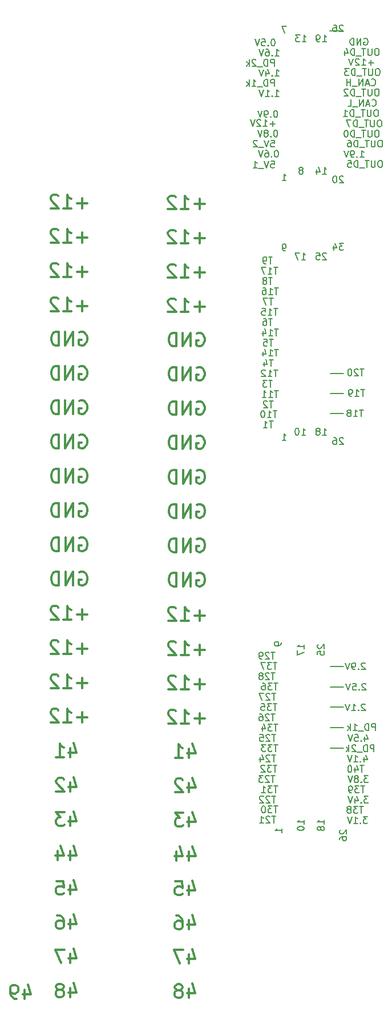
<source format=gbo>
G75*
G70*
%OFA0B0*%
%FSLAX25Y25*%
%IPPOS*%
%LPD*%
%AMOC8*
5,1,8,0,0,1.08239X$1,22.5*
%
%ADD30C,0.00591*%
%ADD31C,0.01181*%
X0000000Y0000000D02*
%LPD*%
G01*
D30*
X0674803Y0201969D02*
X0682283Y0201969D01*
X0674803Y0154331D02*
X0682283Y0154331D01*
X0674803Y0361417D02*
X0682283Y0361417D01*
X0674803Y0178346D02*
X0682283Y0178346D01*
X0674409Y0573031D02*
X0681890Y0573031D01*
X0674803Y0190157D02*
X0682283Y0190157D01*
X0674803Y0373228D02*
X0682283Y0373228D01*
X0674803Y0166535D02*
X0682283Y0166535D01*
X0674803Y0349606D02*
X0682283Y0349606D01*
D31*
X0601168Y0411958D02*
X0595169Y0411958D01*
X0598168Y0408958D02*
X0598168Y0414957D01*
X0587295Y0408958D02*
X0591794Y0408958D01*
X0589544Y0408958D02*
X0589544Y0416832D01*
X0589544Y0416832D02*
X0590294Y0415707D01*
X0590294Y0415707D02*
X0591044Y0414957D01*
X0591044Y0414957D02*
X0591794Y0414582D01*
X0584295Y0416082D02*
X0583920Y0416457D01*
X0583920Y0416457D02*
X0583170Y0416832D01*
X0583170Y0416832D02*
X0581295Y0416832D01*
X0581295Y0416832D02*
X0580546Y0416457D01*
X0580546Y0416457D02*
X0580171Y0416082D01*
X0580171Y0416082D02*
X0579796Y0415332D01*
X0579796Y0415332D02*
X0579796Y0414582D01*
X0579796Y0414582D02*
X0580171Y0413458D01*
X0580171Y0413458D02*
X0584670Y0408958D01*
X0584670Y0408958D02*
X0579796Y0408958D01*
D30*
X0694694Y0161070D02*
X0694694Y0158446D01*
X0695632Y0162570D02*
X0696569Y0159758D01*
X0696569Y0159758D02*
X0694132Y0159758D01*
X0692632Y0158821D02*
X0692445Y0158633D01*
X0692445Y0158633D02*
X0692632Y0158446D01*
X0692632Y0158446D02*
X0692820Y0158633D01*
X0692820Y0158633D02*
X0692632Y0158821D01*
X0692632Y0158821D02*
X0692632Y0158446D01*
X0688883Y0162383D02*
X0690757Y0162383D01*
X0690757Y0162383D02*
X0690945Y0160508D01*
X0690945Y0160508D02*
X0690757Y0160695D01*
X0690757Y0160695D02*
X0690382Y0160883D01*
X0690382Y0160883D02*
X0689445Y0160883D01*
X0689445Y0160883D02*
X0689070Y0160695D01*
X0689070Y0160695D02*
X0688883Y0160508D01*
X0688883Y0160508D02*
X0688695Y0160133D01*
X0688695Y0160133D02*
X0688695Y0159196D01*
X0688695Y0159196D02*
X0688883Y0158821D01*
X0688883Y0158821D02*
X0689070Y0158633D01*
X0689070Y0158633D02*
X0689445Y0158446D01*
X0689445Y0158446D02*
X0690382Y0158446D01*
X0690382Y0158446D02*
X0690757Y0158633D01*
X0690757Y0158633D02*
X0690945Y0158821D01*
X0687570Y0162383D02*
X0686258Y0158446D01*
X0686258Y0158446D02*
X0684946Y0162383D01*
X0642351Y0546635D02*
X0644601Y0546635D01*
X0643476Y0546635D02*
X0643476Y0550572D01*
X0643476Y0550572D02*
X0643851Y0550009D01*
X0643851Y0550009D02*
X0644226Y0549634D01*
X0644226Y0549634D02*
X0644601Y0549447D01*
X0640664Y0547010D02*
X0640476Y0546822D01*
X0640476Y0546822D02*
X0640664Y0546635D01*
X0640664Y0546635D02*
X0640851Y0546822D01*
X0640851Y0546822D02*
X0640664Y0547010D01*
X0640664Y0547010D02*
X0640664Y0546635D01*
X0637102Y0549259D02*
X0637102Y0546635D01*
X0638039Y0550759D02*
X0638976Y0547947D01*
X0638976Y0547947D02*
X0636539Y0547947D01*
X0635602Y0550572D02*
X0634289Y0546635D01*
X0634289Y0546635D02*
X0632977Y0550572D01*
X0643851Y0168387D02*
X0641601Y0168387D01*
X0642726Y0164450D02*
X0642726Y0168387D01*
X0640664Y0168387D02*
X0638226Y0168387D01*
X0638226Y0168387D02*
X0639539Y0166887D01*
X0639539Y0166887D02*
X0638976Y0166887D01*
X0638976Y0166887D02*
X0638601Y0166699D01*
X0638601Y0166699D02*
X0638414Y0166512D01*
X0638414Y0166512D02*
X0638226Y0166137D01*
X0638226Y0166137D02*
X0638226Y0165199D01*
X0638226Y0165199D02*
X0638414Y0164824D01*
X0638414Y0164824D02*
X0638601Y0164637D01*
X0638601Y0164637D02*
X0638976Y0164450D01*
X0638976Y0164450D02*
X0640101Y0164450D01*
X0640101Y0164450D02*
X0640476Y0164637D01*
X0640476Y0164637D02*
X0640664Y0164824D01*
X0634852Y0167074D02*
X0634852Y0164450D01*
X0635789Y0168574D02*
X0636727Y0165762D01*
X0636727Y0165762D02*
X0634289Y0165762D01*
X0700881Y0164745D02*
X0700881Y0168682D01*
X0700881Y0168682D02*
X0699381Y0168682D01*
X0699381Y0168682D02*
X0699006Y0168494D01*
X0699006Y0168494D02*
X0698819Y0168307D01*
X0698819Y0168307D02*
X0698631Y0167932D01*
X0698631Y0167932D02*
X0698631Y0167369D01*
X0698631Y0167369D02*
X0698819Y0166995D01*
X0698819Y0166995D02*
X0699006Y0166807D01*
X0699006Y0166807D02*
X0699381Y0166620D01*
X0699381Y0166620D02*
X0700881Y0166620D01*
X0696944Y0164745D02*
X0696944Y0168682D01*
X0696944Y0168682D02*
X0696007Y0168682D01*
X0696007Y0168682D02*
X0695444Y0168494D01*
X0695444Y0168494D02*
X0695069Y0168119D01*
X0695069Y0168119D02*
X0694882Y0167744D01*
X0694882Y0167744D02*
X0694694Y0166995D01*
X0694694Y0166995D02*
X0694694Y0166432D01*
X0694694Y0166432D02*
X0694882Y0165682D01*
X0694882Y0165682D02*
X0695069Y0165307D01*
X0695069Y0165307D02*
X0695444Y0164932D01*
X0695444Y0164932D02*
X0696007Y0164745D01*
X0696007Y0164745D02*
X0696944Y0164745D01*
X0693945Y0164370D02*
X0690945Y0164370D01*
X0687945Y0164745D02*
X0690195Y0164745D01*
X0689070Y0164745D02*
X0689070Y0168682D01*
X0689070Y0168682D02*
X0689445Y0168119D01*
X0689445Y0168119D02*
X0689820Y0167744D01*
X0689820Y0167744D02*
X0690195Y0167557D01*
X0686258Y0164745D02*
X0686258Y0168682D01*
X0685883Y0166245D02*
X0684758Y0164745D01*
X0684758Y0167369D02*
X0686258Y0165870D01*
D31*
X0532644Y0212410D02*
X0526645Y0212410D01*
X0529645Y0209411D02*
X0529645Y0215410D01*
X0518771Y0209411D02*
X0523271Y0209411D01*
X0521021Y0209411D02*
X0521021Y0217285D01*
X0521021Y0217285D02*
X0521771Y0216160D01*
X0521771Y0216160D02*
X0522521Y0215410D01*
X0522521Y0215410D02*
X0523271Y0215035D01*
X0515771Y0216535D02*
X0515397Y0216910D01*
X0515397Y0216910D02*
X0514647Y0217285D01*
X0514647Y0217285D02*
X0512772Y0217285D01*
X0512772Y0217285D02*
X0512022Y0216910D01*
X0512022Y0216910D02*
X0511647Y0216535D01*
X0511647Y0216535D02*
X0511272Y0215785D01*
X0511272Y0215785D02*
X0511272Y0215035D01*
X0511272Y0215035D02*
X0511647Y0213910D01*
X0511647Y0213910D02*
X0516146Y0209411D01*
X0516146Y0209411D02*
X0511272Y0209411D01*
X0596767Y0276378D02*
X0597517Y0276753D01*
X0597517Y0276753D02*
X0598642Y0276753D01*
X0598642Y0276753D02*
X0599767Y0276378D01*
X0599767Y0276378D02*
X0600516Y0275629D01*
X0600516Y0275629D02*
X0600891Y0274879D01*
X0600891Y0274879D02*
X0601266Y0273379D01*
X0601266Y0273379D02*
X0601266Y0272254D01*
X0601266Y0272254D02*
X0600891Y0270754D01*
X0600891Y0270754D02*
X0600516Y0270004D01*
X0600516Y0270004D02*
X0599767Y0269254D01*
X0599767Y0269254D02*
X0598642Y0268879D01*
X0598642Y0268879D02*
X0597892Y0268879D01*
X0597892Y0268879D02*
X0596767Y0269254D01*
X0596767Y0269254D02*
X0596392Y0269629D01*
X0596392Y0269629D02*
X0596392Y0272254D01*
X0596392Y0272254D02*
X0597892Y0272254D01*
X0593017Y0268879D02*
X0593017Y0276753D01*
X0593017Y0276753D02*
X0588518Y0268879D01*
X0588518Y0268879D02*
X0588518Y0276753D01*
X0584768Y0268879D02*
X0584768Y0276753D01*
X0584768Y0276753D02*
X0582894Y0276753D01*
X0582894Y0276753D02*
X0581769Y0276378D01*
X0581769Y0276378D02*
X0581019Y0275629D01*
X0581019Y0275629D02*
X0580644Y0274879D01*
X0580644Y0274879D02*
X0580269Y0273379D01*
X0580269Y0273379D02*
X0580269Y0272254D01*
X0580269Y0272254D02*
X0580644Y0270754D01*
X0580644Y0270754D02*
X0581019Y0270004D01*
X0581019Y0270004D02*
X0581769Y0269254D01*
X0581769Y0269254D02*
X0582894Y0268879D01*
X0582894Y0268879D02*
X0584768Y0268879D01*
X0596669Y0356457D02*
X0597418Y0356832D01*
X0597418Y0356832D02*
X0598543Y0356832D01*
X0598543Y0356832D02*
X0599668Y0356457D01*
X0599668Y0356457D02*
X0600418Y0355707D01*
X0600418Y0355707D02*
X0600793Y0354957D01*
X0600793Y0354957D02*
X0601168Y0353458D01*
X0601168Y0353458D02*
X0601168Y0352333D01*
X0601168Y0352333D02*
X0600793Y0350833D01*
X0600793Y0350833D02*
X0600418Y0350083D01*
X0600418Y0350083D02*
X0599668Y0349333D01*
X0599668Y0349333D02*
X0598543Y0348958D01*
X0598543Y0348958D02*
X0597793Y0348958D01*
X0597793Y0348958D02*
X0596669Y0349333D01*
X0596669Y0349333D02*
X0596294Y0349708D01*
X0596294Y0349708D02*
X0596294Y0352333D01*
X0596294Y0352333D02*
X0597793Y0352333D01*
X0592919Y0348958D02*
X0592919Y0356832D01*
X0592919Y0356832D02*
X0588420Y0348958D01*
X0588420Y0348958D02*
X0588420Y0356832D01*
X0584670Y0348958D02*
X0584670Y0356832D01*
X0584670Y0356832D02*
X0582795Y0356832D01*
X0582795Y0356832D02*
X0581670Y0356457D01*
X0581670Y0356457D02*
X0580921Y0355707D01*
X0580921Y0355707D02*
X0580546Y0354957D01*
X0580546Y0354957D02*
X0580171Y0353458D01*
X0580171Y0353458D02*
X0580171Y0352333D01*
X0580171Y0352333D02*
X0580546Y0350833D01*
X0580546Y0350833D02*
X0580921Y0350083D01*
X0580921Y0350083D02*
X0581670Y0349333D01*
X0581670Y0349333D02*
X0582795Y0348958D01*
X0582795Y0348958D02*
X0584670Y0348958D01*
D30*
X0643851Y0132461D02*
X0641601Y0132461D01*
X0642726Y0128524D02*
X0642726Y0132461D01*
X0640664Y0132461D02*
X0638226Y0132461D01*
X0638226Y0132461D02*
X0639539Y0130962D01*
X0639539Y0130962D02*
X0638976Y0130962D01*
X0638976Y0130962D02*
X0638601Y0130774D01*
X0638601Y0130774D02*
X0638414Y0130587D01*
X0638414Y0130587D02*
X0638226Y0130212D01*
X0638226Y0130212D02*
X0638226Y0129274D01*
X0638226Y0129274D02*
X0638414Y0128899D01*
X0638414Y0128899D02*
X0638601Y0128712D01*
X0638601Y0128712D02*
X0638976Y0128524D01*
X0638976Y0128524D02*
X0640101Y0128524D01*
X0640101Y0128524D02*
X0640476Y0128712D01*
X0640476Y0128712D02*
X0640664Y0128899D01*
X0634477Y0128524D02*
X0636727Y0128524D01*
X0635602Y0128524D02*
X0635602Y0132461D01*
X0635602Y0132461D02*
X0635977Y0131899D01*
X0635977Y0131899D02*
X0636352Y0131524D01*
X0636352Y0131524D02*
X0636727Y0131336D01*
X0643851Y0192402D02*
X0641601Y0192402D01*
X0642726Y0188465D02*
X0642726Y0192402D01*
X0640664Y0192402D02*
X0638226Y0192402D01*
X0638226Y0192402D02*
X0639539Y0190902D01*
X0639539Y0190902D02*
X0638976Y0190902D01*
X0638976Y0190902D02*
X0638601Y0190715D01*
X0638601Y0190715D02*
X0638414Y0190528D01*
X0638414Y0190528D02*
X0638226Y0190153D01*
X0638226Y0190153D02*
X0638226Y0189215D01*
X0638226Y0189215D02*
X0638414Y0188840D01*
X0638414Y0188840D02*
X0638601Y0188653D01*
X0638601Y0188653D02*
X0638976Y0188465D01*
X0638976Y0188465D02*
X0640101Y0188465D01*
X0640101Y0188465D02*
X0640476Y0188653D01*
X0640476Y0188653D02*
X0640664Y0188840D01*
X0634852Y0192402D02*
X0635602Y0192402D01*
X0635602Y0192402D02*
X0635977Y0192215D01*
X0635977Y0192215D02*
X0636164Y0192027D01*
X0636164Y0192027D02*
X0636539Y0191465D01*
X0636539Y0191465D02*
X0636727Y0190715D01*
X0636727Y0190715D02*
X0636727Y0189215D01*
X0636727Y0189215D02*
X0636539Y0188840D01*
X0636539Y0188840D02*
X0636352Y0188653D01*
X0636352Y0188653D02*
X0635977Y0188465D01*
X0635977Y0188465D02*
X0635227Y0188465D01*
X0635227Y0188465D02*
X0634852Y0188653D01*
X0634852Y0188653D02*
X0634664Y0188840D01*
X0634664Y0188840D02*
X0634477Y0189215D01*
X0634477Y0189215D02*
X0634477Y0190153D01*
X0634477Y0190153D02*
X0634664Y0190528D01*
X0634664Y0190528D02*
X0634852Y0190715D01*
X0634852Y0190715D02*
X0635227Y0190902D01*
X0635227Y0190902D02*
X0635977Y0190902D01*
X0635977Y0190902D02*
X0636352Y0190715D01*
X0636352Y0190715D02*
X0636539Y0190528D01*
X0636539Y0190528D02*
X0636727Y0190153D01*
D31*
X0528046Y0356989D02*
X0528796Y0357364D01*
X0528796Y0357364D02*
X0529921Y0357364D01*
X0529921Y0357364D02*
X0531046Y0356989D01*
X0531046Y0356989D02*
X0531796Y0356239D01*
X0531796Y0356239D02*
X0532171Y0355489D01*
X0532171Y0355489D02*
X0532546Y0353989D01*
X0532546Y0353989D02*
X0532546Y0352864D01*
X0532546Y0352864D02*
X0532171Y0351364D01*
X0532171Y0351364D02*
X0531796Y0350614D01*
X0531796Y0350614D02*
X0531046Y0349865D01*
X0531046Y0349865D02*
X0529921Y0349490D01*
X0529921Y0349490D02*
X0529171Y0349490D01*
X0529171Y0349490D02*
X0528046Y0349865D01*
X0528046Y0349865D02*
X0527672Y0350240D01*
X0527672Y0350240D02*
X0527672Y0352864D01*
X0527672Y0352864D02*
X0529171Y0352864D01*
X0524297Y0349490D02*
X0524297Y0357364D01*
X0524297Y0357364D02*
X0519798Y0349490D01*
X0519798Y0349490D02*
X0519798Y0357364D01*
X0516048Y0349490D02*
X0516048Y0357364D01*
X0516048Y0357364D02*
X0514173Y0357364D01*
X0514173Y0357364D02*
X0513048Y0356989D01*
X0513048Y0356989D02*
X0512298Y0356239D01*
X0512298Y0356239D02*
X0511924Y0355489D01*
X0511924Y0355489D02*
X0511549Y0353989D01*
X0511549Y0353989D02*
X0511549Y0352864D01*
X0511549Y0352864D02*
X0511924Y0351364D01*
X0511924Y0351364D02*
X0512298Y0350614D01*
X0512298Y0350614D02*
X0513048Y0349865D01*
X0513048Y0349865D02*
X0514173Y0349490D01*
X0514173Y0349490D02*
X0516048Y0349490D01*
D30*
X0640795Y0429115D02*
X0638545Y0429115D01*
X0639670Y0425178D02*
X0639670Y0429115D01*
X0636670Y0427428D02*
X0637045Y0427615D01*
X0637045Y0427615D02*
X0637233Y0427803D01*
X0637233Y0427803D02*
X0637420Y0428178D01*
X0637420Y0428178D02*
X0637420Y0428365D01*
X0637420Y0428365D02*
X0637233Y0428740D01*
X0637233Y0428740D02*
X0637045Y0428927D01*
X0637045Y0428927D02*
X0636670Y0429115D01*
X0636670Y0429115D02*
X0635921Y0429115D01*
X0635921Y0429115D02*
X0635546Y0428927D01*
X0635546Y0428927D02*
X0635358Y0428740D01*
X0635358Y0428740D02*
X0635171Y0428365D01*
X0635171Y0428365D02*
X0635171Y0428178D01*
X0635171Y0428178D02*
X0635358Y0427803D01*
X0635358Y0427803D02*
X0635546Y0427615D01*
X0635546Y0427615D02*
X0635921Y0427428D01*
X0635921Y0427428D02*
X0636670Y0427428D01*
X0636670Y0427428D02*
X0637045Y0427240D01*
X0637045Y0427240D02*
X0637233Y0427053D01*
X0637233Y0427053D02*
X0637420Y0426678D01*
X0637420Y0426678D02*
X0637420Y0425928D01*
X0637420Y0425928D02*
X0637233Y0425553D01*
X0637233Y0425553D02*
X0637045Y0425365D01*
X0637045Y0425365D02*
X0636670Y0425178D01*
X0636670Y0425178D02*
X0635921Y0425178D01*
X0635921Y0425178D02*
X0635546Y0425365D01*
X0635546Y0425365D02*
X0635358Y0425553D01*
X0635358Y0425553D02*
X0635171Y0425928D01*
X0635171Y0425928D02*
X0635171Y0426678D01*
X0635171Y0426678D02*
X0635358Y0427053D01*
X0635358Y0427053D02*
X0635546Y0427240D01*
X0635546Y0427240D02*
X0635921Y0427428D01*
D31*
X0532546Y0452489D02*
X0526547Y0452489D01*
X0529546Y0449490D02*
X0529546Y0455489D01*
X0518673Y0449490D02*
X0523172Y0449490D01*
X0520922Y0449490D02*
X0520922Y0457364D01*
X0520922Y0457364D02*
X0521672Y0456239D01*
X0521672Y0456239D02*
X0522422Y0455489D01*
X0522422Y0455489D02*
X0523172Y0455114D01*
X0515673Y0456614D02*
X0515298Y0456989D01*
X0515298Y0456989D02*
X0514548Y0457364D01*
X0514548Y0457364D02*
X0512673Y0457364D01*
X0512673Y0457364D02*
X0511924Y0456989D01*
X0511924Y0456989D02*
X0511549Y0456614D01*
X0511549Y0456614D02*
X0511174Y0455864D01*
X0511174Y0455864D02*
X0511174Y0455114D01*
X0511174Y0455114D02*
X0511549Y0453989D01*
X0511549Y0453989D02*
X0516048Y0449490D01*
X0516048Y0449490D02*
X0511174Y0449490D01*
D30*
X0643457Y0204410D02*
X0641207Y0204410D01*
X0642332Y0200473D02*
X0642332Y0204410D01*
X0640270Y0204410D02*
X0637833Y0204410D01*
X0637833Y0204410D02*
X0639145Y0202910D01*
X0639145Y0202910D02*
X0638583Y0202910D01*
X0638583Y0202910D02*
X0638208Y0202723D01*
X0638208Y0202723D02*
X0638020Y0202535D01*
X0638020Y0202535D02*
X0637833Y0202160D01*
X0637833Y0202160D02*
X0637833Y0201223D01*
X0637833Y0201223D02*
X0638020Y0200848D01*
X0638020Y0200848D02*
X0638208Y0200661D01*
X0638208Y0200661D02*
X0638583Y0200473D01*
X0638583Y0200473D02*
X0639708Y0200473D01*
X0639708Y0200473D02*
X0640082Y0200661D01*
X0640082Y0200661D02*
X0640270Y0200848D01*
X0636520Y0204410D02*
X0633896Y0204410D01*
X0633896Y0204410D02*
X0635583Y0200473D01*
D31*
X0601168Y0451958D02*
X0595169Y0451958D01*
X0598168Y0448958D02*
X0598168Y0454957D01*
X0587295Y0448958D02*
X0591794Y0448958D01*
X0589544Y0448958D02*
X0589544Y0456832D01*
X0589544Y0456832D02*
X0590294Y0455707D01*
X0590294Y0455707D02*
X0591044Y0454957D01*
X0591044Y0454957D02*
X0591794Y0454582D01*
X0584295Y0456082D02*
X0583920Y0456457D01*
X0583920Y0456457D02*
X0583170Y0456832D01*
X0583170Y0456832D02*
X0581295Y0456832D01*
X0581295Y0456832D02*
X0580546Y0456457D01*
X0580546Y0456457D02*
X0580171Y0456082D01*
X0580171Y0456082D02*
X0579796Y0455332D01*
X0579796Y0455332D02*
X0579796Y0454582D01*
X0579796Y0454582D02*
X0580171Y0453458D01*
X0580171Y0453458D02*
X0584670Y0448958D01*
X0584670Y0448958D02*
X0579796Y0448958D01*
X0601266Y0211879D02*
X0595267Y0211879D01*
X0598267Y0208879D02*
X0598267Y0214879D01*
X0587393Y0208879D02*
X0591893Y0208879D01*
X0589643Y0208879D02*
X0589643Y0216753D01*
X0589643Y0216753D02*
X0590393Y0215629D01*
X0590393Y0215629D02*
X0591143Y0214879D01*
X0591143Y0214879D02*
X0591893Y0214504D01*
X0584394Y0216003D02*
X0584019Y0216378D01*
X0584019Y0216378D02*
X0583269Y0216753D01*
X0583269Y0216753D02*
X0581394Y0216753D01*
X0581394Y0216753D02*
X0580644Y0216378D01*
X0580644Y0216378D02*
X0580269Y0216003D01*
X0580269Y0216003D02*
X0579894Y0215254D01*
X0579894Y0215254D02*
X0579894Y0214504D01*
X0579894Y0214504D02*
X0580269Y0213379D01*
X0580269Y0213379D02*
X0584768Y0208879D01*
X0584768Y0208879D02*
X0579894Y0208879D01*
D30*
X0642276Y0138465D02*
X0640026Y0138465D01*
X0641151Y0134528D02*
X0641151Y0138465D01*
X0638901Y0138090D02*
X0638714Y0138278D01*
X0638714Y0138278D02*
X0638339Y0138465D01*
X0638339Y0138465D02*
X0637402Y0138465D01*
X0637402Y0138465D02*
X0637027Y0138278D01*
X0637027Y0138278D02*
X0636839Y0138090D01*
X0636839Y0138090D02*
X0636652Y0137715D01*
X0636652Y0137715D02*
X0636652Y0137340D01*
X0636652Y0137340D02*
X0636839Y0136778D01*
X0636839Y0136778D02*
X0639089Y0134528D01*
X0639089Y0134528D02*
X0636652Y0134528D01*
X0635339Y0138465D02*
X0632902Y0138465D01*
X0632902Y0138465D02*
X0634214Y0136965D01*
X0634214Y0136965D02*
X0633652Y0136965D01*
X0633652Y0136965D02*
X0633277Y0136778D01*
X0633277Y0136778D02*
X0633090Y0136591D01*
X0633090Y0136591D02*
X0632902Y0136216D01*
X0632902Y0136216D02*
X0632902Y0135278D01*
X0632902Y0135278D02*
X0633090Y0134903D01*
X0633090Y0134903D02*
X0633277Y0134716D01*
X0633277Y0134716D02*
X0633652Y0134528D01*
X0633652Y0134528D02*
X0634777Y0134528D01*
X0634777Y0134528D02*
X0635152Y0134716D01*
X0635152Y0134716D02*
X0635339Y0134903D01*
D31*
X0522722Y0134345D02*
X0522722Y0129096D01*
X0524597Y0137345D02*
X0526472Y0131721D01*
X0526472Y0131721D02*
X0521597Y0131721D01*
X0518973Y0136220D02*
X0518598Y0136595D01*
X0518598Y0136595D02*
X0517848Y0136970D01*
X0517848Y0136970D02*
X0515973Y0136970D01*
X0515973Y0136970D02*
X0515223Y0136595D01*
X0515223Y0136595D02*
X0514848Y0136220D01*
X0514848Y0136220D02*
X0514473Y0135470D01*
X0514473Y0135470D02*
X0514473Y0134720D01*
X0514473Y0134720D02*
X0514848Y0133595D01*
X0514848Y0133595D02*
X0519348Y0129096D01*
X0519348Y0129096D02*
X0514473Y0129096D01*
D30*
X0694994Y0179823D02*
X0694807Y0180010D01*
X0694807Y0180010D02*
X0694432Y0180198D01*
X0694432Y0180198D02*
X0693495Y0180198D01*
X0693495Y0180198D02*
X0693120Y0180010D01*
X0693120Y0180010D02*
X0692932Y0179823D01*
X0692932Y0179823D02*
X0692745Y0179448D01*
X0692745Y0179448D02*
X0692745Y0179073D01*
X0692745Y0179073D02*
X0692932Y0178510D01*
X0692932Y0178510D02*
X0695182Y0176261D01*
X0695182Y0176261D02*
X0692745Y0176261D01*
X0691057Y0176636D02*
X0690870Y0176448D01*
X0690870Y0176448D02*
X0691057Y0176261D01*
X0691057Y0176261D02*
X0691245Y0176448D01*
X0691245Y0176448D02*
X0691057Y0176636D01*
X0691057Y0176636D02*
X0691057Y0176261D01*
X0687120Y0176261D02*
X0689370Y0176261D01*
X0688245Y0176261D02*
X0688245Y0180198D01*
X0688245Y0180198D02*
X0688620Y0179635D01*
X0688620Y0179635D02*
X0688995Y0179260D01*
X0688995Y0179260D02*
X0689370Y0179073D01*
X0685995Y0180198D02*
X0684683Y0176261D01*
X0684683Y0176261D02*
X0683371Y0180198D01*
D31*
X0528145Y0276910D02*
X0528895Y0277285D01*
X0528895Y0277285D02*
X0530020Y0277285D01*
X0530020Y0277285D02*
X0531145Y0276910D01*
X0531145Y0276910D02*
X0531894Y0276160D01*
X0531894Y0276160D02*
X0532269Y0275410D01*
X0532269Y0275410D02*
X0532644Y0273910D01*
X0532644Y0273910D02*
X0532644Y0272785D01*
X0532644Y0272785D02*
X0532269Y0271286D01*
X0532269Y0271286D02*
X0531894Y0270536D01*
X0531894Y0270536D02*
X0531145Y0269786D01*
X0531145Y0269786D02*
X0530020Y0269411D01*
X0530020Y0269411D02*
X0529270Y0269411D01*
X0529270Y0269411D02*
X0528145Y0269786D01*
X0528145Y0269786D02*
X0527770Y0270161D01*
X0527770Y0270161D02*
X0527770Y0272785D01*
X0527770Y0272785D02*
X0529270Y0272785D01*
X0524395Y0269411D02*
X0524395Y0277285D01*
X0524395Y0277285D02*
X0519896Y0269411D01*
X0519896Y0269411D02*
X0519896Y0277285D01*
X0516146Y0269411D02*
X0516146Y0277285D01*
X0516146Y0277285D02*
X0514272Y0277285D01*
X0514272Y0277285D02*
X0513147Y0276910D01*
X0513147Y0276910D02*
X0512397Y0276160D01*
X0512397Y0276160D02*
X0512022Y0275410D01*
X0512022Y0275410D02*
X0511647Y0273910D01*
X0511647Y0273910D02*
X0511647Y0272785D01*
X0511647Y0272785D02*
X0512022Y0271286D01*
X0512022Y0271286D02*
X0512397Y0270536D01*
X0512397Y0270536D02*
X0513147Y0269786D01*
X0513147Y0269786D02*
X0514272Y0269411D01*
X0514272Y0269411D02*
X0516146Y0269411D01*
X0601168Y0471958D02*
X0595169Y0471958D01*
X0598168Y0468958D02*
X0598168Y0474957D01*
X0587295Y0468958D02*
X0591794Y0468958D01*
X0589544Y0468958D02*
X0589544Y0476832D01*
X0589544Y0476832D02*
X0590294Y0475707D01*
X0590294Y0475707D02*
X0591044Y0474957D01*
X0591044Y0474957D02*
X0591794Y0474582D01*
X0584295Y0476082D02*
X0583920Y0476457D01*
X0583920Y0476457D02*
X0583170Y0476832D01*
X0583170Y0476832D02*
X0581295Y0476832D01*
X0581295Y0476832D02*
X0580546Y0476457D01*
X0580546Y0476457D02*
X0580171Y0476082D01*
X0580171Y0476082D02*
X0579796Y0475332D01*
X0579796Y0475332D02*
X0579796Y0474582D01*
X0579796Y0474582D02*
X0580171Y0473458D01*
X0580171Y0473458D02*
X0584670Y0468958D01*
X0584670Y0468958D02*
X0579796Y0468958D01*
D30*
X0643851Y0411103D02*
X0641601Y0411103D01*
X0642726Y0407166D02*
X0642726Y0411103D01*
X0638226Y0407166D02*
X0640476Y0407166D01*
X0639351Y0407166D02*
X0639351Y0411103D01*
X0639351Y0411103D02*
X0639726Y0410541D01*
X0639726Y0410541D02*
X0640101Y0410166D01*
X0640101Y0410166D02*
X0640476Y0409978D01*
X0634664Y0411103D02*
X0636539Y0411103D01*
X0636539Y0411103D02*
X0636727Y0409228D01*
X0636727Y0409228D02*
X0636539Y0409416D01*
X0636539Y0409416D02*
X0636164Y0409603D01*
X0636164Y0409603D02*
X0635227Y0409603D01*
X0635227Y0409603D02*
X0634852Y0409416D01*
X0634852Y0409416D02*
X0634664Y0409228D01*
X0634664Y0409228D02*
X0634477Y0408853D01*
X0634477Y0408853D02*
X0634477Y0407916D01*
X0634477Y0407916D02*
X0634664Y0407541D01*
X0634664Y0407541D02*
X0634852Y0407354D01*
X0634852Y0407354D02*
X0635227Y0407166D01*
X0635227Y0407166D02*
X0636164Y0407166D01*
X0636164Y0407166D02*
X0636539Y0407354D01*
X0636539Y0407354D02*
X0636727Y0407541D01*
X0704162Y0509233D02*
X0703412Y0509233D01*
X0703412Y0509233D02*
X0703037Y0509046D01*
X0703037Y0509046D02*
X0702662Y0508671D01*
X0702662Y0508671D02*
X0702475Y0507921D01*
X0702475Y0507921D02*
X0702475Y0506608D01*
X0702475Y0506608D02*
X0702662Y0505858D01*
X0702662Y0505858D02*
X0703037Y0505483D01*
X0703037Y0505483D02*
X0703412Y0505296D01*
X0703412Y0505296D02*
X0704162Y0505296D01*
X0704162Y0505296D02*
X0704537Y0505483D01*
X0704537Y0505483D02*
X0704912Y0505858D01*
X0704912Y0505858D02*
X0705099Y0506608D01*
X0705099Y0506608D02*
X0705099Y0507921D01*
X0705099Y0507921D02*
X0704912Y0508671D01*
X0704912Y0508671D02*
X0704537Y0509046D01*
X0704537Y0509046D02*
X0704162Y0509233D01*
X0700787Y0509233D02*
X0700787Y0506046D01*
X0700787Y0506046D02*
X0700600Y0505671D01*
X0700600Y0505671D02*
X0700412Y0505483D01*
X0700412Y0505483D02*
X0700037Y0505296D01*
X0700037Y0505296D02*
X0699288Y0505296D01*
X0699288Y0505296D02*
X0698913Y0505483D01*
X0698913Y0505483D02*
X0698725Y0505671D01*
X0698725Y0505671D02*
X0698538Y0506046D01*
X0698538Y0506046D02*
X0698538Y0509233D01*
X0697225Y0509233D02*
X0694976Y0509233D01*
X0696100Y0505296D02*
X0696100Y0509233D01*
X0694601Y0504921D02*
X0691601Y0504921D01*
X0690664Y0505296D02*
X0690664Y0509233D01*
X0690664Y0509233D02*
X0689726Y0509233D01*
X0689726Y0509233D02*
X0689164Y0509046D01*
X0689164Y0509046D02*
X0688789Y0508671D01*
X0688789Y0508671D02*
X0688601Y0508296D01*
X0688601Y0508296D02*
X0688414Y0507546D01*
X0688414Y0507546D02*
X0688414Y0506983D01*
X0688414Y0506983D02*
X0688601Y0506233D01*
X0688601Y0506233D02*
X0688789Y0505858D01*
X0688789Y0505858D02*
X0689164Y0505483D01*
X0689164Y0505483D02*
X0689726Y0505296D01*
X0689726Y0505296D02*
X0690664Y0505296D01*
X0685039Y0509233D02*
X0685789Y0509233D01*
X0685789Y0509233D02*
X0686164Y0509046D01*
X0686164Y0509046D02*
X0686352Y0508858D01*
X0686352Y0508858D02*
X0686727Y0508296D01*
X0686727Y0508296D02*
X0686914Y0507546D01*
X0686914Y0507546D02*
X0686914Y0506046D01*
X0686914Y0506046D02*
X0686727Y0505671D01*
X0686727Y0505671D02*
X0686539Y0505483D01*
X0686539Y0505483D02*
X0686164Y0505296D01*
X0686164Y0505296D02*
X0685414Y0505296D01*
X0685414Y0505296D02*
X0685039Y0505483D01*
X0685039Y0505483D02*
X0684852Y0505671D01*
X0684852Y0505671D02*
X0684664Y0506046D01*
X0684664Y0506046D02*
X0684664Y0506983D01*
X0684664Y0506983D02*
X0684852Y0507358D01*
X0684852Y0507358D02*
X0685039Y0507546D01*
X0685039Y0507546D02*
X0685414Y0507733D01*
X0685414Y0507733D02*
X0686164Y0507733D01*
X0686164Y0507733D02*
X0686539Y0507546D01*
X0686539Y0507546D02*
X0686727Y0507358D01*
X0686727Y0507358D02*
X0686914Y0506983D01*
D31*
X0592013Y0053952D02*
X0592013Y0048702D01*
X0593888Y0056951D02*
X0595763Y0051327D01*
X0595763Y0051327D02*
X0590889Y0051327D01*
X0584514Y0056576D02*
X0586014Y0056576D01*
X0586014Y0056576D02*
X0586764Y0056201D01*
X0586764Y0056201D02*
X0587139Y0055826D01*
X0587139Y0055826D02*
X0587889Y0054701D01*
X0587889Y0054701D02*
X0588264Y0053202D01*
X0588264Y0053202D02*
X0588264Y0050202D01*
X0588264Y0050202D02*
X0587889Y0049452D01*
X0587889Y0049452D02*
X0587514Y0049077D01*
X0587514Y0049077D02*
X0586764Y0048702D01*
X0586764Y0048702D02*
X0585264Y0048702D01*
X0585264Y0048702D02*
X0584514Y0049077D01*
X0584514Y0049077D02*
X0584139Y0049452D01*
X0584139Y0049452D02*
X0583765Y0050202D01*
X0583765Y0050202D02*
X0583765Y0052077D01*
X0583765Y0052077D02*
X0584139Y0052827D01*
X0584139Y0052827D02*
X0584514Y0053202D01*
X0584514Y0053202D02*
X0585264Y0053577D01*
X0585264Y0053577D02*
X0586764Y0053577D01*
X0586764Y0053577D02*
X0587514Y0053202D01*
X0587514Y0053202D02*
X0587889Y0052827D01*
X0587889Y0052827D02*
X0588264Y0052077D01*
X0528145Y0296910D02*
X0528895Y0297285D01*
X0528895Y0297285D02*
X0530020Y0297285D01*
X0530020Y0297285D02*
X0531145Y0296910D01*
X0531145Y0296910D02*
X0531894Y0296160D01*
X0531894Y0296160D02*
X0532269Y0295410D01*
X0532269Y0295410D02*
X0532644Y0293910D01*
X0532644Y0293910D02*
X0532644Y0292785D01*
X0532644Y0292785D02*
X0532269Y0291286D01*
X0532269Y0291286D02*
X0531894Y0290536D01*
X0531894Y0290536D02*
X0531145Y0289786D01*
X0531145Y0289786D02*
X0530020Y0289411D01*
X0530020Y0289411D02*
X0529270Y0289411D01*
X0529270Y0289411D02*
X0528145Y0289786D01*
X0528145Y0289786D02*
X0527770Y0290161D01*
X0527770Y0290161D02*
X0527770Y0292785D01*
X0527770Y0292785D02*
X0529270Y0292785D01*
X0524395Y0289411D02*
X0524395Y0297285D01*
X0524395Y0297285D02*
X0519896Y0289411D01*
X0519896Y0289411D02*
X0519896Y0297285D01*
X0516146Y0289411D02*
X0516146Y0297285D01*
X0516146Y0297285D02*
X0514272Y0297285D01*
X0514272Y0297285D02*
X0513147Y0296910D01*
X0513147Y0296910D02*
X0512397Y0296160D01*
X0512397Y0296160D02*
X0512022Y0295410D01*
X0512022Y0295410D02*
X0511647Y0293910D01*
X0511647Y0293910D02*
X0511647Y0292785D01*
X0511647Y0292785D02*
X0512022Y0291286D01*
X0512022Y0291286D02*
X0512397Y0290536D01*
X0512397Y0290536D02*
X0513147Y0289786D01*
X0513147Y0289786D02*
X0514272Y0289411D01*
X0514272Y0289411D02*
X0516146Y0289411D01*
X0528046Y0336989D02*
X0528796Y0337364D01*
X0528796Y0337364D02*
X0529921Y0337364D01*
X0529921Y0337364D02*
X0531046Y0336989D01*
X0531046Y0336989D02*
X0531796Y0336239D01*
X0531796Y0336239D02*
X0532171Y0335489D01*
X0532171Y0335489D02*
X0532546Y0333989D01*
X0532546Y0333989D02*
X0532546Y0332864D01*
X0532546Y0332864D02*
X0532171Y0331364D01*
X0532171Y0331364D02*
X0531796Y0330614D01*
X0531796Y0330614D02*
X0531046Y0329865D01*
X0531046Y0329865D02*
X0529921Y0329490D01*
X0529921Y0329490D02*
X0529171Y0329490D01*
X0529171Y0329490D02*
X0528046Y0329865D01*
X0528046Y0329865D02*
X0527672Y0330240D01*
X0527672Y0330240D02*
X0527672Y0332864D01*
X0527672Y0332864D02*
X0529171Y0332864D01*
X0524297Y0329490D02*
X0524297Y0337364D01*
X0524297Y0337364D02*
X0519798Y0329490D01*
X0519798Y0329490D02*
X0519798Y0337364D01*
X0516048Y0329490D02*
X0516048Y0337364D01*
X0516048Y0337364D02*
X0514173Y0337364D01*
X0514173Y0337364D02*
X0513048Y0336989D01*
X0513048Y0336989D02*
X0512298Y0336239D01*
X0512298Y0336239D02*
X0511924Y0335489D01*
X0511924Y0335489D02*
X0511549Y0333989D01*
X0511549Y0333989D02*
X0511549Y0332864D01*
X0511549Y0332864D02*
X0511924Y0331364D01*
X0511924Y0331364D02*
X0512298Y0330614D01*
X0512298Y0330614D02*
X0513048Y0329865D01*
X0513048Y0329865D02*
X0514173Y0329490D01*
X0514173Y0329490D02*
X0516048Y0329490D01*
X0601266Y0231879D02*
X0595267Y0231879D01*
X0598267Y0228879D02*
X0598267Y0234879D01*
X0587393Y0228879D02*
X0591893Y0228879D01*
X0589643Y0228879D02*
X0589643Y0236753D01*
X0589643Y0236753D02*
X0590393Y0235629D01*
X0590393Y0235629D02*
X0591143Y0234879D01*
X0591143Y0234879D02*
X0591893Y0234504D01*
X0584394Y0236003D02*
X0584019Y0236378D01*
X0584019Y0236378D02*
X0583269Y0236753D01*
X0583269Y0236753D02*
X0581394Y0236753D01*
X0581394Y0236753D02*
X0580644Y0236378D01*
X0580644Y0236378D02*
X0580269Y0236003D01*
X0580269Y0236003D02*
X0579894Y0235254D01*
X0579894Y0235254D02*
X0579894Y0234504D01*
X0579894Y0234504D02*
X0580269Y0233379D01*
X0580269Y0233379D02*
X0584768Y0228879D01*
X0584768Y0228879D02*
X0579894Y0228879D01*
D30*
X0643457Y0180394D02*
X0641207Y0180394D01*
X0642332Y0176457D02*
X0642332Y0180394D01*
X0640270Y0180394D02*
X0637833Y0180394D01*
X0637833Y0180394D02*
X0639145Y0178895D01*
X0639145Y0178895D02*
X0638583Y0178895D01*
X0638583Y0178895D02*
X0638208Y0178707D01*
X0638208Y0178707D02*
X0638020Y0178520D01*
X0638020Y0178520D02*
X0637833Y0178145D01*
X0637833Y0178145D02*
X0637833Y0177207D01*
X0637833Y0177207D02*
X0638020Y0176832D01*
X0638020Y0176832D02*
X0638208Y0176645D01*
X0638208Y0176645D02*
X0638583Y0176457D01*
X0638583Y0176457D02*
X0639708Y0176457D01*
X0639708Y0176457D02*
X0640082Y0176645D01*
X0640082Y0176645D02*
X0640270Y0176832D01*
X0634271Y0180394D02*
X0636145Y0180394D01*
X0636145Y0180394D02*
X0636333Y0178520D01*
X0636333Y0178520D02*
X0636145Y0178707D01*
X0636145Y0178707D02*
X0635771Y0178895D01*
X0635771Y0178895D02*
X0634833Y0178895D01*
X0634833Y0178895D02*
X0634458Y0178707D01*
X0634458Y0178707D02*
X0634271Y0178520D01*
X0634271Y0178520D02*
X0634083Y0178145D01*
X0634083Y0178145D02*
X0634083Y0177207D01*
X0634083Y0177207D02*
X0634271Y0176832D01*
X0634271Y0176832D02*
X0634458Y0176645D01*
X0634458Y0176645D02*
X0634833Y0176457D01*
X0634833Y0176457D02*
X0635771Y0176457D01*
X0635771Y0176457D02*
X0636145Y0176645D01*
X0636145Y0176645D02*
X0636333Y0176832D01*
X0642670Y0162383D02*
X0640420Y0162383D01*
X0641545Y0158446D02*
X0641545Y0162383D01*
X0639295Y0162008D02*
X0639108Y0162195D01*
X0639108Y0162195D02*
X0638733Y0162383D01*
X0638733Y0162383D02*
X0637795Y0162383D01*
X0637795Y0162383D02*
X0637420Y0162195D01*
X0637420Y0162195D02*
X0637233Y0162008D01*
X0637233Y0162008D02*
X0637045Y0161633D01*
X0637045Y0161633D02*
X0637045Y0161258D01*
X0637045Y0161258D02*
X0637233Y0160695D01*
X0637233Y0160695D02*
X0639483Y0158446D01*
X0639483Y0158446D02*
X0637045Y0158446D01*
X0633483Y0162383D02*
X0635358Y0162383D01*
X0635358Y0162383D02*
X0635546Y0160508D01*
X0635546Y0160508D02*
X0635358Y0160695D01*
X0635358Y0160695D02*
X0634983Y0160883D01*
X0634983Y0160883D02*
X0634046Y0160883D01*
X0634046Y0160883D02*
X0633671Y0160695D01*
X0633671Y0160695D02*
X0633483Y0160508D01*
X0633483Y0160508D02*
X0633296Y0160133D01*
X0633296Y0160133D02*
X0633296Y0159196D01*
X0633296Y0159196D02*
X0633483Y0158821D01*
X0633483Y0158821D02*
X0633671Y0158633D01*
X0633671Y0158633D02*
X0634046Y0158446D01*
X0634046Y0158446D02*
X0634983Y0158446D01*
X0634983Y0158446D02*
X0635358Y0158633D01*
X0635358Y0158633D02*
X0635546Y0158821D01*
D31*
X0592013Y0033952D02*
X0592013Y0028702D01*
X0593888Y0036951D02*
X0595763Y0031327D01*
X0595763Y0031327D02*
X0590889Y0031327D01*
X0588639Y0036576D02*
X0583390Y0036576D01*
X0583390Y0036576D02*
X0586764Y0028702D01*
D30*
X0640795Y0405099D02*
X0638545Y0405099D01*
X0639670Y0401162D02*
X0639670Y0405099D01*
X0635546Y0405099D02*
X0636295Y0405099D01*
X0636295Y0405099D02*
X0636670Y0404912D01*
X0636670Y0404912D02*
X0636858Y0404724D01*
X0636858Y0404724D02*
X0637233Y0404162D01*
X0637233Y0404162D02*
X0637420Y0403412D01*
X0637420Y0403412D02*
X0637420Y0401912D01*
X0637420Y0401912D02*
X0637233Y0401537D01*
X0637233Y0401537D02*
X0637045Y0401350D01*
X0637045Y0401350D02*
X0636670Y0401162D01*
X0636670Y0401162D02*
X0635921Y0401162D01*
X0635921Y0401162D02*
X0635546Y0401350D01*
X0635546Y0401350D02*
X0635358Y0401537D01*
X0635358Y0401537D02*
X0635171Y0401912D01*
X0635171Y0401912D02*
X0635171Y0402849D01*
X0635171Y0402849D02*
X0635358Y0403224D01*
X0635358Y0403224D02*
X0635546Y0403412D01*
X0635546Y0403412D02*
X0635921Y0403599D01*
X0635921Y0403599D02*
X0636670Y0403599D01*
X0636670Y0403599D02*
X0637045Y0403412D01*
X0637045Y0403412D02*
X0637233Y0403224D01*
X0637233Y0403224D02*
X0637420Y0402849D01*
D31*
X0532546Y0472489D02*
X0526547Y0472489D01*
X0529546Y0469490D02*
X0529546Y0475489D01*
X0518673Y0469490D02*
X0523172Y0469490D01*
X0520922Y0469490D02*
X0520922Y0477364D01*
X0520922Y0477364D02*
X0521672Y0476239D01*
X0521672Y0476239D02*
X0522422Y0475489D01*
X0522422Y0475489D02*
X0523172Y0475114D01*
X0515673Y0476614D02*
X0515298Y0476989D01*
X0515298Y0476989D02*
X0514548Y0477364D01*
X0514548Y0477364D02*
X0512673Y0477364D01*
X0512673Y0477364D02*
X0511924Y0476989D01*
X0511924Y0476989D02*
X0511549Y0476614D01*
X0511549Y0476614D02*
X0511174Y0475864D01*
X0511174Y0475864D02*
X0511174Y0475114D01*
X0511174Y0475114D02*
X0511549Y0473989D01*
X0511549Y0473989D02*
X0516048Y0469490D01*
X0516048Y0469490D02*
X0511174Y0469490D01*
X0601266Y0191879D02*
X0595267Y0191879D01*
X0598267Y0188879D02*
X0598267Y0194879D01*
X0587393Y0188879D02*
X0591893Y0188879D01*
X0589643Y0188879D02*
X0589643Y0196753D01*
X0589643Y0196753D02*
X0590393Y0195629D01*
X0590393Y0195629D02*
X0591143Y0194879D01*
X0591143Y0194879D02*
X0591893Y0194504D01*
X0584394Y0196003D02*
X0584019Y0196378D01*
X0584019Y0196378D02*
X0583269Y0196753D01*
X0583269Y0196753D02*
X0581394Y0196753D01*
X0581394Y0196753D02*
X0580644Y0196378D01*
X0580644Y0196378D02*
X0580269Y0196003D01*
X0580269Y0196003D02*
X0579894Y0195254D01*
X0579894Y0195254D02*
X0579894Y0194504D01*
X0579894Y0194504D02*
X0580269Y0193379D01*
X0580269Y0193379D02*
X0584768Y0188879D01*
X0584768Y0188879D02*
X0579894Y0188879D01*
D30*
X0694244Y0375670D02*
X0691995Y0375670D01*
X0693120Y0371733D02*
X0693120Y0375670D01*
X0690870Y0375295D02*
X0690682Y0375483D01*
X0690682Y0375483D02*
X0690307Y0375670D01*
X0690307Y0375670D02*
X0689370Y0375670D01*
X0689370Y0375670D02*
X0688995Y0375483D01*
X0688995Y0375483D02*
X0688808Y0375295D01*
X0688808Y0375295D02*
X0688620Y0374920D01*
X0688620Y0374920D02*
X0688620Y0374545D01*
X0688620Y0374545D02*
X0688808Y0373983D01*
X0688808Y0373983D02*
X0691057Y0371733D01*
X0691057Y0371733D02*
X0688620Y0371733D01*
X0686183Y0375670D02*
X0685808Y0375670D01*
X0685808Y0375670D02*
X0685433Y0375483D01*
X0685433Y0375483D02*
X0685246Y0375295D01*
X0685246Y0375295D02*
X0685058Y0374920D01*
X0685058Y0374920D02*
X0684871Y0374170D01*
X0684871Y0374170D02*
X0684871Y0373233D01*
X0684871Y0373233D02*
X0685058Y0372483D01*
X0685058Y0372483D02*
X0685246Y0372108D01*
X0685246Y0372108D02*
X0685433Y0371920D01*
X0685433Y0371920D02*
X0685808Y0371733D01*
X0685808Y0371733D02*
X0686183Y0371733D01*
X0686183Y0371733D02*
X0686558Y0371920D01*
X0686558Y0371920D02*
X0686745Y0372108D01*
X0686745Y0372108D02*
X0686933Y0372483D01*
X0686933Y0372483D02*
X0687120Y0373233D01*
X0687120Y0373233D02*
X0687120Y0374170D01*
X0687120Y0374170D02*
X0686933Y0374920D01*
X0686933Y0374920D02*
X0686745Y0375295D01*
X0686745Y0375295D02*
X0686558Y0375483D01*
X0686558Y0375483D02*
X0686183Y0375670D01*
X0643851Y0375178D02*
X0641601Y0375178D01*
X0642726Y0371241D02*
X0642726Y0375178D01*
X0638226Y0371241D02*
X0640476Y0371241D01*
X0639351Y0371241D02*
X0639351Y0375178D01*
X0639351Y0375178D02*
X0639726Y0374615D01*
X0639726Y0374615D02*
X0640101Y0374240D01*
X0640101Y0374240D02*
X0640476Y0374053D01*
X0636727Y0374803D02*
X0636539Y0374990D01*
X0636539Y0374990D02*
X0636164Y0375178D01*
X0636164Y0375178D02*
X0635227Y0375178D01*
X0635227Y0375178D02*
X0634852Y0374990D01*
X0634852Y0374990D02*
X0634664Y0374803D01*
X0634664Y0374803D02*
X0634477Y0374428D01*
X0634477Y0374428D02*
X0634477Y0374053D01*
X0634477Y0374053D02*
X0634664Y0373491D01*
X0634664Y0373491D02*
X0636914Y0371241D01*
X0636914Y0371241D02*
X0634477Y0371241D01*
X0642670Y0150473D02*
X0640420Y0150473D01*
X0641545Y0146536D02*
X0641545Y0150473D01*
X0639295Y0150098D02*
X0639108Y0150286D01*
X0639108Y0150286D02*
X0638733Y0150473D01*
X0638733Y0150473D02*
X0637795Y0150473D01*
X0637795Y0150473D02*
X0637420Y0150286D01*
X0637420Y0150286D02*
X0637233Y0150098D01*
X0637233Y0150098D02*
X0637045Y0149723D01*
X0637045Y0149723D02*
X0637045Y0149348D01*
X0637045Y0149348D02*
X0637233Y0148786D01*
X0637233Y0148786D02*
X0639483Y0146536D01*
X0639483Y0146536D02*
X0637045Y0146536D01*
X0633671Y0149161D02*
X0633671Y0146536D01*
X0634608Y0150661D02*
X0635546Y0147848D01*
X0635546Y0147848D02*
X0633108Y0147848D01*
D31*
X0495951Y0013479D02*
X0495951Y0008230D01*
X0497825Y0016479D02*
X0499700Y0010854D01*
X0499700Y0010854D02*
X0494826Y0010854D01*
X0491451Y0008230D02*
X0489951Y0008230D01*
X0489951Y0008230D02*
X0489201Y0008605D01*
X0489201Y0008605D02*
X0488826Y0008980D01*
X0488826Y0008980D02*
X0488076Y0010105D01*
X0488076Y0010105D02*
X0487702Y0011604D01*
X0487702Y0011604D02*
X0487702Y0014604D01*
X0487702Y0014604D02*
X0488076Y0015354D01*
X0488076Y0015354D02*
X0488451Y0015729D01*
X0488451Y0015729D02*
X0489201Y0016104D01*
X0489201Y0016104D02*
X0490701Y0016104D01*
X0490701Y0016104D02*
X0491451Y0015729D01*
X0491451Y0015729D02*
X0491826Y0015354D01*
X0491826Y0015354D02*
X0492201Y0014604D01*
X0492201Y0014604D02*
X0492201Y0012729D01*
X0492201Y0012729D02*
X0491826Y0011979D01*
X0491826Y0011979D02*
X0491451Y0011604D01*
X0491451Y0011604D02*
X0490701Y0011229D01*
X0490701Y0011229D02*
X0489201Y0011229D01*
X0489201Y0011229D02*
X0488451Y0011604D01*
X0488451Y0011604D02*
X0488076Y0011979D01*
X0488076Y0011979D02*
X0487702Y0012729D01*
D30*
X0694338Y0568494D02*
X0694713Y0568682D01*
X0694713Y0568682D02*
X0695276Y0568682D01*
X0695276Y0568682D02*
X0695838Y0568494D01*
X0695838Y0568494D02*
X0696213Y0568119D01*
X0696213Y0568119D02*
X0696400Y0567744D01*
X0696400Y0567744D02*
X0696588Y0566995D01*
X0696588Y0566995D02*
X0696588Y0566432D01*
X0696588Y0566432D02*
X0696400Y0565682D01*
X0696400Y0565682D02*
X0696213Y0565307D01*
X0696213Y0565307D02*
X0695838Y0564932D01*
X0695838Y0564932D02*
X0695276Y0564745D01*
X0695276Y0564745D02*
X0694901Y0564745D01*
X0694901Y0564745D02*
X0694338Y0564932D01*
X0694338Y0564932D02*
X0694151Y0565120D01*
X0694151Y0565120D02*
X0694151Y0566432D01*
X0694151Y0566432D02*
X0694901Y0566432D01*
X0692463Y0564745D02*
X0692463Y0568682D01*
X0692463Y0568682D02*
X0690214Y0564745D01*
X0690214Y0564745D02*
X0690214Y0568682D01*
X0688339Y0564745D02*
X0688339Y0568682D01*
X0688339Y0568682D02*
X0687402Y0568682D01*
X0687402Y0568682D02*
X0686839Y0568494D01*
X0686839Y0568494D02*
X0686464Y0568119D01*
X0686464Y0568119D02*
X0686277Y0567744D01*
X0686277Y0567744D02*
X0686089Y0566995D01*
X0686089Y0566995D02*
X0686089Y0566432D01*
X0686089Y0566432D02*
X0686277Y0565682D01*
X0686277Y0565682D02*
X0686464Y0565307D01*
X0686464Y0565307D02*
X0686839Y0564932D01*
X0686839Y0564932D02*
X0687402Y0564745D01*
X0687402Y0564745D02*
X0688339Y0564745D01*
D31*
X0522624Y0034267D02*
X0522624Y0029017D01*
X0524498Y0037266D02*
X0526373Y0031642D01*
X0526373Y0031642D02*
X0521499Y0031642D01*
X0519249Y0036891D02*
X0514000Y0036891D01*
X0514000Y0036891D02*
X0517374Y0029017D01*
D30*
X0695388Y0191830D02*
X0695201Y0192018D01*
X0695201Y0192018D02*
X0694826Y0192205D01*
X0694826Y0192205D02*
X0693888Y0192205D01*
X0693888Y0192205D02*
X0693513Y0192018D01*
X0693513Y0192018D02*
X0693326Y0191830D01*
X0693326Y0191830D02*
X0693138Y0191456D01*
X0693138Y0191456D02*
X0693138Y0191081D01*
X0693138Y0191081D02*
X0693326Y0190518D01*
X0693326Y0190518D02*
X0695576Y0188268D01*
X0695576Y0188268D02*
X0693138Y0188268D01*
X0691451Y0188643D02*
X0691264Y0188456D01*
X0691264Y0188456D02*
X0691451Y0188268D01*
X0691451Y0188268D02*
X0691639Y0188456D01*
X0691639Y0188456D02*
X0691451Y0188643D01*
X0691451Y0188643D02*
X0691451Y0188268D01*
X0687702Y0192205D02*
X0689576Y0192205D01*
X0689576Y0192205D02*
X0689764Y0190331D01*
X0689764Y0190331D02*
X0689576Y0190518D01*
X0689576Y0190518D02*
X0689201Y0190706D01*
X0689201Y0190706D02*
X0688264Y0190706D01*
X0688264Y0190706D02*
X0687889Y0190518D01*
X0687889Y0190518D02*
X0687702Y0190331D01*
X0687702Y0190331D02*
X0687514Y0189956D01*
X0687514Y0189956D02*
X0687514Y0189018D01*
X0687514Y0189018D02*
X0687702Y0188643D01*
X0687702Y0188643D02*
X0687889Y0188456D01*
X0687889Y0188456D02*
X0688264Y0188268D01*
X0688264Y0188268D02*
X0689201Y0188268D01*
X0689201Y0188268D02*
X0689576Y0188456D01*
X0689576Y0188456D02*
X0689764Y0188643D01*
X0686389Y0192205D02*
X0685077Y0188268D01*
X0685077Y0188268D02*
X0683765Y0192205D01*
X0639951Y0509233D02*
X0641826Y0509233D01*
X0641826Y0509233D02*
X0642013Y0507358D01*
X0642013Y0507358D02*
X0641826Y0507546D01*
X0641826Y0507546D02*
X0641451Y0507733D01*
X0641451Y0507733D02*
X0640514Y0507733D01*
X0640514Y0507733D02*
X0640139Y0507546D01*
X0640139Y0507546D02*
X0639951Y0507358D01*
X0639951Y0507358D02*
X0639764Y0506983D01*
X0639764Y0506983D02*
X0639764Y0506046D01*
X0639764Y0506046D02*
X0639951Y0505671D01*
X0639951Y0505671D02*
X0640139Y0505483D01*
X0640139Y0505483D02*
X0640514Y0505296D01*
X0640514Y0505296D02*
X0641451Y0505296D01*
X0641451Y0505296D02*
X0641826Y0505483D01*
X0641826Y0505483D02*
X0642013Y0505671D01*
X0638639Y0509233D02*
X0637327Y0505296D01*
X0637327Y0505296D02*
X0636014Y0509233D01*
X0635639Y0504921D02*
X0632640Y0504921D01*
X0631890Y0508858D02*
X0631702Y0509046D01*
X0631702Y0509046D02*
X0631327Y0509233D01*
X0631327Y0509233D02*
X0630390Y0509233D01*
X0630390Y0509233D02*
X0630015Y0509046D01*
X0630015Y0509046D02*
X0629828Y0508858D01*
X0629828Y0508858D02*
X0629640Y0508483D01*
X0629640Y0508483D02*
X0629640Y0508108D01*
X0629640Y0508108D02*
X0629828Y0507546D01*
X0629828Y0507546D02*
X0632077Y0505296D01*
X0632077Y0505296D02*
X0629640Y0505296D01*
X0694638Y0363662D02*
X0692388Y0363662D01*
X0693513Y0359725D02*
X0693513Y0363662D01*
X0689014Y0359725D02*
X0691264Y0359725D01*
X0690139Y0359725D02*
X0690139Y0363662D01*
X0690139Y0363662D02*
X0690514Y0363100D01*
X0690514Y0363100D02*
X0690889Y0362725D01*
X0690889Y0362725D02*
X0691264Y0362537D01*
X0687139Y0359725D02*
X0686389Y0359725D01*
X0686389Y0359725D02*
X0686014Y0359913D01*
X0686014Y0359913D02*
X0685827Y0360100D01*
X0685827Y0360100D02*
X0685452Y0360663D01*
X0685452Y0360663D02*
X0685264Y0361412D01*
X0685264Y0361412D02*
X0685264Y0362912D01*
X0685264Y0362912D02*
X0685452Y0363287D01*
X0685452Y0363287D02*
X0685639Y0363475D01*
X0685639Y0363475D02*
X0686014Y0363662D01*
X0686014Y0363662D02*
X0686764Y0363662D01*
X0686764Y0363662D02*
X0687139Y0363475D01*
X0687139Y0363475D02*
X0687327Y0363287D01*
X0687327Y0363287D02*
X0687514Y0362912D01*
X0687514Y0362912D02*
X0687514Y0361975D01*
X0687514Y0361975D02*
X0687327Y0361600D01*
X0687327Y0361600D02*
X0687139Y0361412D01*
X0687139Y0361412D02*
X0686764Y0361225D01*
X0686764Y0361225D02*
X0686014Y0361225D01*
X0686014Y0361225D02*
X0685639Y0361412D01*
X0685639Y0361412D02*
X0685452Y0361600D01*
X0685452Y0361600D02*
X0685264Y0361975D01*
X0702193Y0539154D02*
X0701444Y0539154D01*
X0701444Y0539154D02*
X0701069Y0538967D01*
X0701069Y0538967D02*
X0700694Y0538592D01*
X0700694Y0538592D02*
X0700506Y0537842D01*
X0700506Y0537842D02*
X0700506Y0536530D01*
X0700506Y0536530D02*
X0700694Y0535780D01*
X0700694Y0535780D02*
X0701069Y0535405D01*
X0701069Y0535405D02*
X0701444Y0535217D01*
X0701444Y0535217D02*
X0702193Y0535217D01*
X0702193Y0535217D02*
X0702568Y0535405D01*
X0702568Y0535405D02*
X0702943Y0535780D01*
X0702943Y0535780D02*
X0703131Y0536530D01*
X0703131Y0536530D02*
X0703131Y0537842D01*
X0703131Y0537842D02*
X0702943Y0538592D01*
X0702943Y0538592D02*
X0702568Y0538967D01*
X0702568Y0538967D02*
X0702193Y0539154D01*
X0698819Y0539154D02*
X0698819Y0535967D01*
X0698819Y0535967D02*
X0698631Y0535592D01*
X0698631Y0535592D02*
X0698444Y0535405D01*
X0698444Y0535405D02*
X0698069Y0535217D01*
X0698069Y0535217D02*
X0697319Y0535217D01*
X0697319Y0535217D02*
X0696944Y0535405D01*
X0696944Y0535405D02*
X0696757Y0535592D01*
X0696757Y0535592D02*
X0696569Y0535967D01*
X0696569Y0535967D02*
X0696569Y0539154D01*
X0695257Y0539154D02*
X0693007Y0539154D01*
X0694132Y0535217D02*
X0694132Y0539154D01*
X0692632Y0534842D02*
X0689633Y0534842D01*
X0688695Y0535217D02*
X0688695Y0539154D01*
X0688695Y0539154D02*
X0687758Y0539154D01*
X0687758Y0539154D02*
X0687195Y0538967D01*
X0687195Y0538967D02*
X0686820Y0538592D01*
X0686820Y0538592D02*
X0686633Y0538217D01*
X0686633Y0538217D02*
X0686445Y0537467D01*
X0686445Y0537467D02*
X0686445Y0536905D01*
X0686445Y0536905D02*
X0686633Y0536155D01*
X0686633Y0536155D02*
X0686820Y0535780D01*
X0686820Y0535780D02*
X0687195Y0535405D01*
X0687195Y0535405D02*
X0687758Y0535217D01*
X0687758Y0535217D02*
X0688695Y0535217D01*
X0684946Y0538779D02*
X0684758Y0538967D01*
X0684758Y0538967D02*
X0684383Y0539154D01*
X0684383Y0539154D02*
X0683446Y0539154D01*
X0683446Y0539154D02*
X0683071Y0538967D01*
X0683071Y0538967D02*
X0682883Y0538779D01*
X0682883Y0538779D02*
X0682696Y0538404D01*
X0682696Y0538404D02*
X0682696Y0538029D01*
X0682696Y0538029D02*
X0682883Y0537467D01*
X0682883Y0537467D02*
X0685133Y0535217D01*
X0685133Y0535217D02*
X0682696Y0535217D01*
X0701800Y0527048D02*
X0701050Y0527048D01*
X0701050Y0527048D02*
X0700675Y0526860D01*
X0700675Y0526860D02*
X0700300Y0526486D01*
X0700300Y0526486D02*
X0700112Y0525736D01*
X0700112Y0525736D02*
X0700112Y0524423D01*
X0700112Y0524423D02*
X0700300Y0523673D01*
X0700300Y0523673D02*
X0700675Y0523298D01*
X0700675Y0523298D02*
X0701050Y0523111D01*
X0701050Y0523111D02*
X0701800Y0523111D01*
X0701800Y0523111D02*
X0702175Y0523298D01*
X0702175Y0523298D02*
X0702550Y0523673D01*
X0702550Y0523673D02*
X0702737Y0524423D01*
X0702737Y0524423D02*
X0702737Y0525736D01*
X0702737Y0525736D02*
X0702550Y0526486D01*
X0702550Y0526486D02*
X0702175Y0526860D01*
X0702175Y0526860D02*
X0701800Y0527048D01*
X0698425Y0527048D02*
X0698425Y0523861D01*
X0698425Y0523861D02*
X0698238Y0523486D01*
X0698238Y0523486D02*
X0698050Y0523298D01*
X0698050Y0523298D02*
X0697675Y0523111D01*
X0697675Y0523111D02*
X0696925Y0523111D01*
X0696925Y0523111D02*
X0696550Y0523298D01*
X0696550Y0523298D02*
X0696363Y0523486D01*
X0696363Y0523486D02*
X0696175Y0523861D01*
X0696175Y0523861D02*
X0696175Y0527048D01*
X0694863Y0527048D02*
X0692613Y0527048D01*
X0693738Y0523111D02*
X0693738Y0527048D01*
X0692238Y0522736D02*
X0689239Y0522736D01*
X0688301Y0523111D02*
X0688301Y0527048D01*
X0688301Y0527048D02*
X0687364Y0527048D01*
X0687364Y0527048D02*
X0686802Y0526860D01*
X0686802Y0526860D02*
X0686427Y0526486D01*
X0686427Y0526486D02*
X0686239Y0526111D01*
X0686239Y0526111D02*
X0686052Y0525361D01*
X0686052Y0525361D02*
X0686052Y0524798D01*
X0686052Y0524798D02*
X0686239Y0524048D01*
X0686239Y0524048D02*
X0686427Y0523673D01*
X0686427Y0523673D02*
X0686802Y0523298D01*
X0686802Y0523298D02*
X0687364Y0523111D01*
X0687364Y0523111D02*
X0688301Y0523111D01*
X0682302Y0523111D02*
X0684552Y0523111D01*
X0683427Y0523111D02*
X0683427Y0527048D01*
X0683427Y0527048D02*
X0683802Y0526486D01*
X0683802Y0526486D02*
X0684177Y0526111D01*
X0684177Y0526111D02*
X0684552Y0525923D01*
X0696363Y0114450D02*
X0693926Y0114450D01*
X0693926Y0114450D02*
X0695238Y0112950D01*
X0695238Y0112950D02*
X0694676Y0112950D01*
X0694676Y0112950D02*
X0694301Y0112762D01*
X0694301Y0112762D02*
X0694113Y0112575D01*
X0694113Y0112575D02*
X0693926Y0112200D01*
X0693926Y0112200D02*
X0693926Y0111262D01*
X0693926Y0111262D02*
X0694113Y0110887D01*
X0694113Y0110887D02*
X0694301Y0110700D01*
X0694301Y0110700D02*
X0694676Y0110513D01*
X0694676Y0110513D02*
X0695801Y0110513D01*
X0695801Y0110513D02*
X0696175Y0110700D01*
X0696175Y0110700D02*
X0696363Y0110887D01*
X0692238Y0110887D02*
X0692051Y0110700D01*
X0692051Y0110700D02*
X0692238Y0110513D01*
X0692238Y0110513D02*
X0692426Y0110700D01*
X0692426Y0110700D02*
X0692238Y0110887D01*
X0692238Y0110887D02*
X0692238Y0110513D01*
X0688301Y0110513D02*
X0690551Y0110513D01*
X0689426Y0110513D02*
X0689426Y0114450D01*
X0689426Y0114450D02*
X0689801Y0113887D01*
X0689801Y0113887D02*
X0690176Y0113512D01*
X0690176Y0113512D02*
X0690551Y0113325D01*
X0687177Y0114450D02*
X0685864Y0110513D01*
X0685864Y0110513D02*
X0684552Y0114450D01*
D31*
X0532644Y0172410D02*
X0526645Y0172410D01*
X0529645Y0169411D02*
X0529645Y0175410D01*
X0518771Y0169411D02*
X0523271Y0169411D01*
X0521021Y0169411D02*
X0521021Y0177285D01*
X0521021Y0177285D02*
X0521771Y0176160D01*
X0521771Y0176160D02*
X0522521Y0175410D01*
X0522521Y0175410D02*
X0523271Y0175035D01*
X0515771Y0176535D02*
X0515397Y0176910D01*
X0515397Y0176910D02*
X0514647Y0177285D01*
X0514647Y0177285D02*
X0512772Y0177285D01*
X0512772Y0177285D02*
X0512022Y0176910D01*
X0512022Y0176910D02*
X0511647Y0176535D01*
X0511647Y0176535D02*
X0511272Y0175785D01*
X0511272Y0175785D02*
X0511272Y0175035D01*
X0511272Y0175035D02*
X0511647Y0173910D01*
X0511647Y0173910D02*
X0516146Y0169411D01*
X0516146Y0169411D02*
X0511272Y0169411D01*
D30*
X0640795Y0369174D02*
X0638545Y0369174D01*
X0639670Y0365237D02*
X0639670Y0369174D01*
X0637608Y0369174D02*
X0635171Y0369174D01*
X0635171Y0369174D02*
X0636483Y0367674D01*
X0636483Y0367674D02*
X0635921Y0367674D01*
X0635921Y0367674D02*
X0635546Y0367487D01*
X0635546Y0367487D02*
X0635358Y0367299D01*
X0635358Y0367299D02*
X0635171Y0366924D01*
X0635171Y0366924D02*
X0635171Y0365987D01*
X0635171Y0365987D02*
X0635358Y0365612D01*
X0635358Y0365612D02*
X0635546Y0365424D01*
X0635546Y0365424D02*
X0635921Y0365237D01*
X0635921Y0365237D02*
X0637045Y0365237D01*
X0637045Y0365237D02*
X0637420Y0365424D01*
X0637420Y0365424D02*
X0637608Y0365612D01*
X0694301Y0148964D02*
X0694301Y0146339D01*
X0695238Y0150464D02*
X0696175Y0147652D01*
X0696175Y0147652D02*
X0693738Y0147652D01*
X0692238Y0146714D02*
X0692051Y0146527D01*
X0692051Y0146527D02*
X0692238Y0146339D01*
X0692238Y0146339D02*
X0692426Y0146527D01*
X0692426Y0146527D02*
X0692238Y0146714D01*
X0692238Y0146714D02*
X0692238Y0146339D01*
X0688301Y0146339D02*
X0690551Y0146339D01*
X0689426Y0146339D02*
X0689426Y0150276D01*
X0689426Y0150276D02*
X0689801Y0149714D01*
X0689801Y0149714D02*
X0690176Y0149339D01*
X0690176Y0149339D02*
X0690551Y0149151D01*
X0687177Y0150276D02*
X0685864Y0146339D01*
X0685864Y0146339D02*
X0684552Y0150276D01*
X0696757Y0138268D02*
X0694319Y0138268D01*
X0694319Y0138268D02*
X0695632Y0136769D01*
X0695632Y0136769D02*
X0695069Y0136769D01*
X0695069Y0136769D02*
X0694694Y0136581D01*
X0694694Y0136581D02*
X0694507Y0136394D01*
X0694507Y0136394D02*
X0694319Y0136019D01*
X0694319Y0136019D02*
X0694319Y0135081D01*
X0694319Y0135081D02*
X0694507Y0134706D01*
X0694507Y0134706D02*
X0694694Y0134519D01*
X0694694Y0134519D02*
X0695069Y0134331D01*
X0695069Y0134331D02*
X0696194Y0134331D01*
X0696194Y0134331D02*
X0696569Y0134519D01*
X0696569Y0134519D02*
X0696757Y0134706D01*
X0692632Y0134706D02*
X0692445Y0134519D01*
X0692445Y0134519D02*
X0692632Y0134331D01*
X0692632Y0134331D02*
X0692820Y0134519D01*
X0692820Y0134519D02*
X0692632Y0134706D01*
X0692632Y0134706D02*
X0692632Y0134331D01*
X0690195Y0136581D02*
X0690570Y0136769D01*
X0690570Y0136769D02*
X0690757Y0136956D01*
X0690757Y0136956D02*
X0690945Y0137331D01*
X0690945Y0137331D02*
X0690945Y0137519D01*
X0690945Y0137519D02*
X0690757Y0137893D01*
X0690757Y0137893D02*
X0690570Y0138081D01*
X0690570Y0138081D02*
X0690195Y0138268D01*
X0690195Y0138268D02*
X0689445Y0138268D01*
X0689445Y0138268D02*
X0689070Y0138081D01*
X0689070Y0138081D02*
X0688883Y0137893D01*
X0688883Y0137893D02*
X0688695Y0137519D01*
X0688695Y0137519D02*
X0688695Y0137331D01*
X0688695Y0137331D02*
X0688883Y0136956D01*
X0688883Y0136956D02*
X0689070Y0136769D01*
X0689070Y0136769D02*
X0689445Y0136581D01*
X0689445Y0136581D02*
X0690195Y0136581D01*
X0690195Y0136581D02*
X0690570Y0136394D01*
X0690570Y0136394D02*
X0690757Y0136206D01*
X0690757Y0136206D02*
X0690945Y0135831D01*
X0690945Y0135831D02*
X0690945Y0135081D01*
X0690945Y0135081D02*
X0690757Y0134706D01*
X0690757Y0134706D02*
X0690570Y0134519D01*
X0690570Y0134519D02*
X0690195Y0134331D01*
X0690195Y0134331D02*
X0689445Y0134331D01*
X0689445Y0134331D02*
X0689070Y0134519D01*
X0689070Y0134519D02*
X0688883Y0134706D01*
X0688883Y0134706D02*
X0688695Y0135081D01*
X0688695Y0135081D02*
X0688695Y0135831D01*
X0688695Y0135831D02*
X0688883Y0136206D01*
X0688883Y0136206D02*
X0689070Y0136394D01*
X0689070Y0136394D02*
X0689445Y0136581D01*
X0687570Y0138268D02*
X0686258Y0134331D01*
X0686258Y0134331D02*
X0684946Y0138268D01*
X0642370Y0518804D02*
X0639370Y0518804D01*
X0640870Y0517304D02*
X0640870Y0520303D01*
X0635433Y0517304D02*
X0637683Y0517304D01*
X0636558Y0517304D02*
X0636558Y0521241D01*
X0636558Y0521241D02*
X0636933Y0520678D01*
X0636933Y0520678D02*
X0637308Y0520303D01*
X0637308Y0520303D02*
X0637683Y0520116D01*
X0633933Y0520866D02*
X0633746Y0521053D01*
X0633746Y0521053D02*
X0633371Y0521241D01*
X0633371Y0521241D02*
X0632433Y0521241D01*
X0632433Y0521241D02*
X0632058Y0521053D01*
X0632058Y0521053D02*
X0631871Y0520866D01*
X0631871Y0520866D02*
X0631684Y0520491D01*
X0631684Y0520491D02*
X0631684Y0520116D01*
X0631684Y0520116D02*
X0631871Y0519554D01*
X0631871Y0519554D02*
X0634121Y0517304D01*
X0634121Y0517304D02*
X0631684Y0517304D01*
X0630559Y0521241D02*
X0629246Y0517304D01*
X0629246Y0517304D02*
X0627934Y0521241D01*
X0702193Y0515040D02*
X0701444Y0515040D01*
X0701444Y0515040D02*
X0701069Y0514853D01*
X0701069Y0514853D02*
X0700694Y0514478D01*
X0700694Y0514478D02*
X0700506Y0513728D01*
X0700506Y0513728D02*
X0700506Y0512415D01*
X0700506Y0512415D02*
X0700694Y0511666D01*
X0700694Y0511666D02*
X0701069Y0511291D01*
X0701069Y0511291D02*
X0701444Y0511103D01*
X0701444Y0511103D02*
X0702193Y0511103D01*
X0702193Y0511103D02*
X0702568Y0511291D01*
X0702568Y0511291D02*
X0702943Y0511666D01*
X0702943Y0511666D02*
X0703131Y0512415D01*
X0703131Y0512415D02*
X0703131Y0513728D01*
X0703131Y0513728D02*
X0702943Y0514478D01*
X0702943Y0514478D02*
X0702568Y0514853D01*
X0702568Y0514853D02*
X0702193Y0515040D01*
X0698819Y0515040D02*
X0698819Y0511853D01*
X0698819Y0511853D02*
X0698631Y0511478D01*
X0698631Y0511478D02*
X0698444Y0511291D01*
X0698444Y0511291D02*
X0698069Y0511103D01*
X0698069Y0511103D02*
X0697319Y0511103D01*
X0697319Y0511103D02*
X0696944Y0511291D01*
X0696944Y0511291D02*
X0696757Y0511478D01*
X0696757Y0511478D02*
X0696569Y0511853D01*
X0696569Y0511853D02*
X0696569Y0515040D01*
X0695257Y0515040D02*
X0693007Y0515040D01*
X0694132Y0511103D02*
X0694132Y0515040D01*
X0692632Y0510728D02*
X0689633Y0510728D01*
X0688695Y0511103D02*
X0688695Y0515040D01*
X0688695Y0515040D02*
X0687758Y0515040D01*
X0687758Y0515040D02*
X0687195Y0514853D01*
X0687195Y0514853D02*
X0686820Y0514478D01*
X0686820Y0514478D02*
X0686633Y0514103D01*
X0686633Y0514103D02*
X0686445Y0513353D01*
X0686445Y0513353D02*
X0686445Y0512790D01*
X0686445Y0512790D02*
X0686633Y0512040D01*
X0686633Y0512040D02*
X0686820Y0511666D01*
X0686820Y0511666D02*
X0687195Y0511291D01*
X0687195Y0511291D02*
X0687758Y0511103D01*
X0687758Y0511103D02*
X0688695Y0511103D01*
X0684008Y0515040D02*
X0683633Y0515040D01*
X0683633Y0515040D02*
X0683258Y0514853D01*
X0683258Y0514853D02*
X0683071Y0514665D01*
X0683071Y0514665D02*
X0682883Y0514290D01*
X0682883Y0514290D02*
X0682696Y0513540D01*
X0682696Y0513540D02*
X0682696Y0512603D01*
X0682696Y0512603D02*
X0682883Y0511853D01*
X0682883Y0511853D02*
X0683071Y0511478D01*
X0683071Y0511478D02*
X0683258Y0511291D01*
X0683258Y0511291D02*
X0683633Y0511103D01*
X0683633Y0511103D02*
X0684008Y0511103D01*
X0684008Y0511103D02*
X0684383Y0511291D01*
X0684383Y0511291D02*
X0684571Y0511478D01*
X0684571Y0511478D02*
X0684758Y0511853D01*
X0684758Y0511853D02*
X0684946Y0512603D01*
X0684946Y0512603D02*
X0684946Y0513540D01*
X0684946Y0513540D02*
X0684758Y0514290D01*
X0684758Y0514290D02*
X0684571Y0514665D01*
X0684571Y0514665D02*
X0684383Y0514853D01*
X0684383Y0514853D02*
X0684008Y0515040D01*
X0642670Y0186398D02*
X0640420Y0186398D01*
X0641545Y0182461D02*
X0641545Y0186398D01*
X0639295Y0186023D02*
X0639108Y0186211D01*
X0639108Y0186211D02*
X0638733Y0186398D01*
X0638733Y0186398D02*
X0637795Y0186398D01*
X0637795Y0186398D02*
X0637420Y0186211D01*
X0637420Y0186211D02*
X0637233Y0186023D01*
X0637233Y0186023D02*
X0637045Y0185648D01*
X0637045Y0185648D02*
X0637045Y0185273D01*
X0637045Y0185273D02*
X0637233Y0184711D01*
X0637233Y0184711D02*
X0639483Y0182461D01*
X0639483Y0182461D02*
X0637045Y0182461D01*
X0635733Y0186398D02*
X0633108Y0186398D01*
X0633108Y0186398D02*
X0634796Y0182461D01*
X0640795Y0441123D02*
X0638545Y0441123D01*
X0639670Y0437186D02*
X0639670Y0441123D01*
X0637045Y0437186D02*
X0636295Y0437186D01*
X0636295Y0437186D02*
X0635921Y0437373D01*
X0635921Y0437373D02*
X0635733Y0437561D01*
X0635733Y0437561D02*
X0635358Y0438123D01*
X0635358Y0438123D02*
X0635171Y0438873D01*
X0635171Y0438873D02*
X0635171Y0440373D01*
X0635171Y0440373D02*
X0635358Y0440748D01*
X0635358Y0440748D02*
X0635546Y0440935D01*
X0635546Y0440935D02*
X0635921Y0441123D01*
X0635921Y0441123D02*
X0636670Y0441123D01*
X0636670Y0441123D02*
X0637045Y0440935D01*
X0637045Y0440935D02*
X0637233Y0440748D01*
X0637233Y0440748D02*
X0637420Y0440373D01*
X0637420Y0440373D02*
X0637420Y0439435D01*
X0637420Y0439435D02*
X0637233Y0439061D01*
X0637233Y0439061D02*
X0637045Y0438873D01*
X0637045Y0438873D02*
X0636670Y0438686D01*
X0636670Y0438686D02*
X0635921Y0438686D01*
X0635921Y0438686D02*
X0635546Y0438873D01*
X0635546Y0438873D02*
X0635358Y0439061D01*
X0635358Y0439061D02*
X0635171Y0439435D01*
X0693851Y0351851D02*
X0691601Y0351851D01*
X0692726Y0347914D02*
X0692726Y0351851D01*
X0688226Y0347914D02*
X0690476Y0347914D01*
X0689351Y0347914D02*
X0689351Y0351851D01*
X0689351Y0351851D02*
X0689726Y0351289D01*
X0689726Y0351289D02*
X0690101Y0350914D01*
X0690101Y0350914D02*
X0690476Y0350726D01*
X0685977Y0350164D02*
X0686352Y0350351D01*
X0686352Y0350351D02*
X0686539Y0350539D01*
X0686539Y0350539D02*
X0686727Y0350914D01*
X0686727Y0350914D02*
X0686727Y0351101D01*
X0686727Y0351101D02*
X0686539Y0351476D01*
X0686539Y0351476D02*
X0686352Y0351664D01*
X0686352Y0351664D02*
X0685977Y0351851D01*
X0685977Y0351851D02*
X0685227Y0351851D01*
X0685227Y0351851D02*
X0684852Y0351664D01*
X0684852Y0351664D02*
X0684664Y0351476D01*
X0684664Y0351476D02*
X0684477Y0351101D01*
X0684477Y0351101D02*
X0684477Y0350914D01*
X0684477Y0350914D02*
X0684664Y0350539D01*
X0684664Y0350539D02*
X0684852Y0350351D01*
X0684852Y0350351D02*
X0685227Y0350164D01*
X0685227Y0350164D02*
X0685977Y0350164D01*
X0685977Y0350164D02*
X0686352Y0349976D01*
X0686352Y0349976D02*
X0686539Y0349789D01*
X0686539Y0349789D02*
X0686727Y0349414D01*
X0686727Y0349414D02*
X0686727Y0348664D01*
X0686727Y0348664D02*
X0686539Y0348289D01*
X0686539Y0348289D02*
X0686352Y0348102D01*
X0686352Y0348102D02*
X0685977Y0347914D01*
X0685977Y0347914D02*
X0685227Y0347914D01*
X0685227Y0347914D02*
X0684852Y0348102D01*
X0684852Y0348102D02*
X0684664Y0348289D01*
X0684664Y0348289D02*
X0684477Y0348664D01*
X0684477Y0348664D02*
X0684477Y0349414D01*
X0684477Y0349414D02*
X0684664Y0349789D01*
X0684664Y0349789D02*
X0684852Y0349976D01*
X0684852Y0349976D02*
X0685227Y0350164D01*
D31*
X0522722Y0154345D02*
X0522722Y0149096D01*
X0524597Y0157345D02*
X0526472Y0151721D01*
X0526472Y0151721D02*
X0521597Y0151721D01*
X0514473Y0149096D02*
X0518973Y0149096D01*
X0516723Y0149096D02*
X0516723Y0156970D01*
X0516723Y0156970D02*
X0517473Y0155845D01*
X0517473Y0155845D02*
X0518223Y0155095D01*
X0518223Y0155095D02*
X0518973Y0154720D01*
X0592013Y0013952D02*
X0592013Y0008702D01*
X0593888Y0016951D02*
X0595763Y0011327D01*
X0595763Y0011327D02*
X0590889Y0011327D01*
X0586764Y0013202D02*
X0587514Y0013577D01*
X0587514Y0013577D02*
X0587889Y0013952D01*
X0587889Y0013952D02*
X0588264Y0014701D01*
X0588264Y0014701D02*
X0588264Y0015076D01*
X0588264Y0015076D02*
X0587889Y0015826D01*
X0587889Y0015826D02*
X0587514Y0016201D01*
X0587514Y0016201D02*
X0586764Y0016576D01*
X0586764Y0016576D02*
X0585264Y0016576D01*
X0585264Y0016576D02*
X0584514Y0016201D01*
X0584514Y0016201D02*
X0584139Y0015826D01*
X0584139Y0015826D02*
X0583765Y0015076D01*
X0583765Y0015076D02*
X0583765Y0014701D01*
X0583765Y0014701D02*
X0584139Y0013952D01*
X0584139Y0013952D02*
X0584514Y0013577D01*
X0584514Y0013577D02*
X0585264Y0013202D01*
X0585264Y0013202D02*
X0586764Y0013202D01*
X0586764Y0013202D02*
X0587514Y0012827D01*
X0587514Y0012827D02*
X0587889Y0012452D01*
X0587889Y0012452D02*
X0588264Y0011702D01*
X0588264Y0011702D02*
X0588264Y0010202D01*
X0588264Y0010202D02*
X0587889Y0009452D01*
X0587889Y0009452D02*
X0587514Y0009077D01*
X0587514Y0009077D02*
X0586764Y0008702D01*
X0586764Y0008702D02*
X0585264Y0008702D01*
X0585264Y0008702D02*
X0584514Y0009077D01*
X0584514Y0009077D02*
X0584139Y0009452D01*
X0584139Y0009452D02*
X0583765Y0010202D01*
X0583765Y0010202D02*
X0583765Y0011702D01*
X0583765Y0011702D02*
X0584139Y0012452D01*
X0584139Y0012452D02*
X0584514Y0012827D01*
X0584514Y0012827D02*
X0585264Y0013202D01*
D30*
X0641189Y0417107D02*
X0638939Y0417107D01*
X0640064Y0413170D02*
X0640064Y0417107D01*
X0638001Y0417107D02*
X0635377Y0417107D01*
X0635377Y0417107D02*
X0637064Y0413170D01*
X0702587Y0550965D02*
X0701837Y0550965D01*
X0701837Y0550965D02*
X0701462Y0550778D01*
X0701462Y0550778D02*
X0701087Y0550403D01*
X0701087Y0550403D02*
X0700900Y0549653D01*
X0700900Y0549653D02*
X0700900Y0548341D01*
X0700900Y0548341D02*
X0701087Y0547591D01*
X0701087Y0547591D02*
X0701462Y0547216D01*
X0701462Y0547216D02*
X0701837Y0547028D01*
X0701837Y0547028D02*
X0702587Y0547028D01*
X0702587Y0547028D02*
X0702962Y0547216D01*
X0702962Y0547216D02*
X0703337Y0547591D01*
X0703337Y0547591D02*
X0703525Y0548341D01*
X0703525Y0548341D02*
X0703525Y0549653D01*
X0703525Y0549653D02*
X0703337Y0550403D01*
X0703337Y0550403D02*
X0702962Y0550778D01*
X0702962Y0550778D02*
X0702587Y0550965D01*
X0699213Y0550965D02*
X0699213Y0547778D01*
X0699213Y0547778D02*
X0699025Y0547403D01*
X0699025Y0547403D02*
X0698838Y0547216D01*
X0698838Y0547216D02*
X0698463Y0547028D01*
X0698463Y0547028D02*
X0697713Y0547028D01*
X0697713Y0547028D02*
X0697338Y0547216D01*
X0697338Y0547216D02*
X0697150Y0547403D01*
X0697150Y0547403D02*
X0696963Y0547778D01*
X0696963Y0547778D02*
X0696963Y0550965D01*
X0695651Y0550965D02*
X0693401Y0550965D01*
X0694526Y0547028D02*
X0694526Y0550965D01*
X0693026Y0546653D02*
X0690026Y0546653D01*
X0689089Y0547028D02*
X0689089Y0550965D01*
X0689089Y0550965D02*
X0688151Y0550965D01*
X0688151Y0550965D02*
X0687589Y0550778D01*
X0687589Y0550778D02*
X0687214Y0550403D01*
X0687214Y0550403D02*
X0687027Y0550028D01*
X0687027Y0550028D02*
X0686839Y0549278D01*
X0686839Y0549278D02*
X0686839Y0548716D01*
X0686839Y0548716D02*
X0687027Y0547966D01*
X0687027Y0547966D02*
X0687214Y0547591D01*
X0687214Y0547591D02*
X0687589Y0547216D01*
X0687589Y0547216D02*
X0688151Y0547028D01*
X0688151Y0547028D02*
X0689089Y0547028D01*
X0685527Y0550965D02*
X0683090Y0550965D01*
X0683090Y0550965D02*
X0684402Y0549465D01*
X0684402Y0549465D02*
X0683840Y0549465D01*
X0683840Y0549465D02*
X0683465Y0549278D01*
X0683465Y0549278D02*
X0683277Y0549091D01*
X0683277Y0549091D02*
X0683090Y0548716D01*
X0683090Y0548716D02*
X0683090Y0547778D01*
X0683090Y0547778D02*
X0683277Y0547403D01*
X0683277Y0547403D02*
X0683465Y0547216D01*
X0683465Y0547216D02*
X0683840Y0547028D01*
X0683840Y0547028D02*
X0684964Y0547028D01*
X0684964Y0547028D02*
X0685339Y0547216D01*
X0685339Y0547216D02*
X0685527Y0547403D01*
X0643457Y0351359D02*
X0641207Y0351359D01*
X0642332Y0347422D02*
X0642332Y0351359D01*
X0637833Y0347422D02*
X0640082Y0347422D01*
X0638958Y0347422D02*
X0638958Y0351359D01*
X0638958Y0351359D02*
X0639333Y0350797D01*
X0639333Y0350797D02*
X0639708Y0350422D01*
X0639708Y0350422D02*
X0640082Y0350234D01*
X0635396Y0351359D02*
X0635021Y0351359D01*
X0635021Y0351359D02*
X0634646Y0351172D01*
X0634646Y0351172D02*
X0634458Y0350984D01*
X0634458Y0350984D02*
X0634271Y0350609D01*
X0634271Y0350609D02*
X0634083Y0349859D01*
X0634083Y0349859D02*
X0634083Y0348922D01*
X0634083Y0348922D02*
X0634271Y0348172D01*
X0634271Y0348172D02*
X0634458Y0347797D01*
X0634458Y0347797D02*
X0634646Y0347609D01*
X0634646Y0347609D02*
X0635021Y0347422D01*
X0635021Y0347422D02*
X0635396Y0347422D01*
X0635396Y0347422D02*
X0635771Y0347609D01*
X0635771Y0347609D02*
X0635958Y0347797D01*
X0635958Y0347797D02*
X0636145Y0348172D01*
X0636145Y0348172D02*
X0636333Y0348922D01*
X0636333Y0348922D02*
X0636333Y0349859D01*
X0636333Y0349859D02*
X0636145Y0350609D01*
X0636145Y0350609D02*
X0635958Y0350984D01*
X0635958Y0350984D02*
X0635771Y0351172D01*
X0635771Y0351172D02*
X0635396Y0351359D01*
D31*
X0596669Y0336457D02*
X0597418Y0336832D01*
X0597418Y0336832D02*
X0598543Y0336832D01*
X0598543Y0336832D02*
X0599668Y0336457D01*
X0599668Y0336457D02*
X0600418Y0335707D01*
X0600418Y0335707D02*
X0600793Y0334957D01*
X0600793Y0334957D02*
X0601168Y0333458D01*
X0601168Y0333458D02*
X0601168Y0332333D01*
X0601168Y0332333D02*
X0600793Y0330833D01*
X0600793Y0330833D02*
X0600418Y0330083D01*
X0600418Y0330083D02*
X0599668Y0329333D01*
X0599668Y0329333D02*
X0598543Y0328958D01*
X0598543Y0328958D02*
X0597793Y0328958D01*
X0597793Y0328958D02*
X0596669Y0329333D01*
X0596669Y0329333D02*
X0596294Y0329708D01*
X0596294Y0329708D02*
X0596294Y0332333D01*
X0596294Y0332333D02*
X0597793Y0332333D01*
X0592919Y0328958D02*
X0592919Y0336832D01*
X0592919Y0336832D02*
X0588420Y0328958D01*
X0588420Y0328958D02*
X0588420Y0336832D01*
X0584670Y0328958D02*
X0584670Y0336832D01*
X0584670Y0336832D02*
X0582795Y0336832D01*
X0582795Y0336832D02*
X0581670Y0336457D01*
X0581670Y0336457D02*
X0580921Y0335707D01*
X0580921Y0335707D02*
X0580546Y0334957D01*
X0580546Y0334957D02*
X0580171Y0333458D01*
X0580171Y0333458D02*
X0580171Y0332333D01*
X0580171Y0332333D02*
X0580546Y0330833D01*
X0580546Y0330833D02*
X0580921Y0330083D01*
X0580921Y0330083D02*
X0581670Y0329333D01*
X0581670Y0329333D02*
X0582795Y0328958D01*
X0582795Y0328958D02*
X0584670Y0328958D01*
D30*
X0641826Y0540729D02*
X0641826Y0544666D01*
X0641826Y0544666D02*
X0640326Y0544666D01*
X0640326Y0544666D02*
X0639951Y0544479D01*
X0639951Y0544479D02*
X0639764Y0544291D01*
X0639764Y0544291D02*
X0639576Y0543916D01*
X0639576Y0543916D02*
X0639576Y0543354D01*
X0639576Y0543354D02*
X0639764Y0542979D01*
X0639764Y0542979D02*
X0639951Y0542791D01*
X0639951Y0542791D02*
X0640326Y0542604D01*
X0640326Y0542604D02*
X0641826Y0542604D01*
X0637889Y0540729D02*
X0637889Y0544666D01*
X0637889Y0544666D02*
X0636952Y0544666D01*
X0636952Y0544666D02*
X0636389Y0544479D01*
X0636389Y0544479D02*
X0636014Y0544104D01*
X0636014Y0544104D02*
X0635827Y0543729D01*
X0635827Y0543729D02*
X0635639Y0542979D01*
X0635639Y0542979D02*
X0635639Y0542416D01*
X0635639Y0542416D02*
X0635827Y0541666D01*
X0635827Y0541666D02*
X0636014Y0541291D01*
X0636014Y0541291D02*
X0636389Y0540917D01*
X0636389Y0540917D02*
X0636952Y0540729D01*
X0636952Y0540729D02*
X0637889Y0540729D01*
X0634889Y0540354D02*
X0631890Y0540354D01*
X0628890Y0540729D02*
X0631140Y0540729D01*
X0630015Y0540729D02*
X0630015Y0544666D01*
X0630015Y0544666D02*
X0630390Y0544104D01*
X0630390Y0544104D02*
X0630765Y0543729D01*
X0630765Y0543729D02*
X0631140Y0543541D01*
X0627203Y0540729D02*
X0627203Y0544666D01*
X0626828Y0542229D02*
X0625703Y0540729D01*
X0625703Y0543354D02*
X0627203Y0541854D01*
X0642351Y0558446D02*
X0644601Y0558446D01*
X0643476Y0558446D02*
X0643476Y0562383D01*
X0643476Y0562383D02*
X0643851Y0561820D01*
X0643851Y0561820D02*
X0644226Y0561445D01*
X0644226Y0561445D02*
X0644601Y0561258D01*
X0640664Y0558821D02*
X0640476Y0558633D01*
X0640476Y0558633D02*
X0640664Y0558446D01*
X0640664Y0558446D02*
X0640851Y0558633D01*
X0640851Y0558633D02*
X0640664Y0558821D01*
X0640664Y0558821D02*
X0640664Y0558446D01*
X0637102Y0562383D02*
X0637852Y0562383D01*
X0637852Y0562383D02*
X0638226Y0562195D01*
X0638226Y0562195D02*
X0638414Y0562008D01*
X0638414Y0562008D02*
X0638789Y0561445D01*
X0638789Y0561445D02*
X0638976Y0560695D01*
X0638976Y0560695D02*
X0638976Y0559196D01*
X0638976Y0559196D02*
X0638789Y0558821D01*
X0638789Y0558821D02*
X0638601Y0558633D01*
X0638601Y0558633D02*
X0638226Y0558446D01*
X0638226Y0558446D02*
X0637477Y0558446D01*
X0637477Y0558446D02*
X0637102Y0558633D01*
X0637102Y0558633D02*
X0636914Y0558821D01*
X0636914Y0558821D02*
X0636727Y0559196D01*
X0636727Y0559196D02*
X0636727Y0560133D01*
X0636727Y0560133D02*
X0636914Y0560508D01*
X0636914Y0560508D02*
X0637102Y0560695D01*
X0637102Y0560695D02*
X0637477Y0560883D01*
X0637477Y0560883D02*
X0638226Y0560883D01*
X0638226Y0560883D02*
X0638601Y0560695D01*
X0638601Y0560695D02*
X0638789Y0560508D01*
X0638789Y0560508D02*
X0638976Y0560133D01*
X0635602Y0562383D02*
X0634289Y0558446D01*
X0634289Y0558446D02*
X0632977Y0562383D01*
X0643851Y0156477D02*
X0641601Y0156477D01*
X0642726Y0152540D02*
X0642726Y0156477D01*
X0640664Y0156477D02*
X0638226Y0156477D01*
X0638226Y0156477D02*
X0639539Y0154977D01*
X0639539Y0154977D02*
X0638976Y0154977D01*
X0638976Y0154977D02*
X0638601Y0154790D01*
X0638601Y0154790D02*
X0638414Y0154602D01*
X0638414Y0154602D02*
X0638226Y0154227D01*
X0638226Y0154227D02*
X0638226Y0153290D01*
X0638226Y0153290D02*
X0638414Y0152915D01*
X0638414Y0152915D02*
X0638601Y0152728D01*
X0638601Y0152728D02*
X0638976Y0152540D01*
X0638976Y0152540D02*
X0640101Y0152540D01*
X0640101Y0152540D02*
X0640476Y0152728D01*
X0640476Y0152728D02*
X0640664Y0152915D01*
X0636914Y0156477D02*
X0634477Y0156477D01*
X0634477Y0156477D02*
X0635789Y0154977D01*
X0635789Y0154977D02*
X0635227Y0154977D01*
X0635227Y0154977D02*
X0634852Y0154790D01*
X0634852Y0154790D02*
X0634664Y0154602D01*
X0634664Y0154602D02*
X0634477Y0154227D01*
X0634477Y0154227D02*
X0634477Y0153290D01*
X0634477Y0153290D02*
X0634664Y0152915D01*
X0634664Y0152915D02*
X0634852Y0152728D01*
X0634852Y0152728D02*
X0635227Y0152540D01*
X0635227Y0152540D02*
X0636352Y0152540D01*
X0636352Y0152540D02*
X0636727Y0152728D01*
X0636727Y0152728D02*
X0636914Y0152915D01*
D31*
X0522624Y0074267D02*
X0522624Y0069017D01*
X0524498Y0077266D02*
X0526373Y0071642D01*
X0526373Y0071642D02*
X0521499Y0071642D01*
X0514750Y0076891D02*
X0518499Y0076891D01*
X0518499Y0076891D02*
X0518874Y0073142D01*
X0518874Y0073142D02*
X0518499Y0073517D01*
X0518499Y0073517D02*
X0517749Y0073892D01*
X0517749Y0073892D02*
X0515875Y0073892D01*
X0515875Y0073892D02*
X0515125Y0073517D01*
X0515125Y0073517D02*
X0514750Y0073142D01*
X0514750Y0073142D02*
X0514375Y0072392D01*
X0514375Y0072392D02*
X0514375Y0070517D01*
X0514375Y0070517D02*
X0514750Y0069767D01*
X0514750Y0069767D02*
X0515125Y0069392D01*
X0515125Y0069392D02*
X0515875Y0069017D01*
X0515875Y0069017D02*
X0517749Y0069017D01*
X0517749Y0069017D02*
X0518499Y0069392D01*
X0518499Y0069392D02*
X0518874Y0069767D01*
X0592112Y0134030D02*
X0592112Y0128781D01*
X0593987Y0137030D02*
X0595861Y0131406D01*
X0595861Y0131406D02*
X0590987Y0131406D01*
X0588362Y0135905D02*
X0587987Y0136280D01*
X0587987Y0136280D02*
X0587238Y0136655D01*
X0587238Y0136655D02*
X0585363Y0136655D01*
X0585363Y0136655D02*
X0584613Y0136280D01*
X0584613Y0136280D02*
X0584238Y0135905D01*
X0584238Y0135905D02*
X0583863Y0135155D01*
X0583863Y0135155D02*
X0583863Y0134405D01*
X0583863Y0134405D02*
X0584238Y0133280D01*
X0584238Y0133280D02*
X0588737Y0128781D01*
X0588737Y0128781D02*
X0583863Y0128781D01*
D30*
X0644244Y0399095D02*
X0641995Y0399095D01*
X0643120Y0395158D02*
X0643120Y0399095D01*
X0638620Y0395158D02*
X0640870Y0395158D01*
X0639745Y0395158D02*
X0639745Y0399095D01*
X0639745Y0399095D02*
X0640120Y0398533D01*
X0640120Y0398533D02*
X0640495Y0398158D01*
X0640495Y0398158D02*
X0640870Y0397970D01*
X0635246Y0397783D02*
X0635246Y0395158D01*
X0636183Y0399283D02*
X0637120Y0396471D01*
X0637120Y0396471D02*
X0634683Y0396471D01*
D31*
X0528145Y0316910D02*
X0528895Y0317285D01*
X0528895Y0317285D02*
X0530020Y0317285D01*
X0530020Y0317285D02*
X0531145Y0316910D01*
X0531145Y0316910D02*
X0531894Y0316160D01*
X0531894Y0316160D02*
X0532269Y0315410D01*
X0532269Y0315410D02*
X0532644Y0313910D01*
X0532644Y0313910D02*
X0532644Y0312785D01*
X0532644Y0312785D02*
X0532269Y0311286D01*
X0532269Y0311286D02*
X0531894Y0310536D01*
X0531894Y0310536D02*
X0531145Y0309786D01*
X0531145Y0309786D02*
X0530020Y0309411D01*
X0530020Y0309411D02*
X0529270Y0309411D01*
X0529270Y0309411D02*
X0528145Y0309786D01*
X0528145Y0309786D02*
X0527770Y0310161D01*
X0527770Y0310161D02*
X0527770Y0312785D01*
X0527770Y0312785D02*
X0529270Y0312785D01*
X0524395Y0309411D02*
X0524395Y0317285D01*
X0524395Y0317285D02*
X0519896Y0309411D01*
X0519896Y0309411D02*
X0519896Y0317285D01*
X0516146Y0309411D02*
X0516146Y0317285D01*
X0516146Y0317285D02*
X0514272Y0317285D01*
X0514272Y0317285D02*
X0513147Y0316910D01*
X0513147Y0316910D02*
X0512397Y0316160D01*
X0512397Y0316160D02*
X0512022Y0315410D01*
X0512022Y0315410D02*
X0511647Y0313910D01*
X0511647Y0313910D02*
X0511647Y0312785D01*
X0511647Y0312785D02*
X0512022Y0311286D01*
X0512022Y0311286D02*
X0512397Y0310536D01*
X0512397Y0310536D02*
X0513147Y0309786D01*
X0513147Y0309786D02*
X0514272Y0309411D01*
X0514272Y0309411D02*
X0516146Y0309411D01*
D30*
X0693851Y0120453D02*
X0691601Y0120453D01*
X0692726Y0116516D02*
X0692726Y0120453D01*
X0690664Y0120453D02*
X0688226Y0120453D01*
X0688226Y0120453D02*
X0689539Y0118954D01*
X0689539Y0118954D02*
X0688976Y0118954D01*
X0688976Y0118954D02*
X0688601Y0118766D01*
X0688601Y0118766D02*
X0688414Y0118579D01*
X0688414Y0118579D02*
X0688226Y0118204D01*
X0688226Y0118204D02*
X0688226Y0117266D01*
X0688226Y0117266D02*
X0688414Y0116891D01*
X0688414Y0116891D02*
X0688601Y0116704D01*
X0688601Y0116704D02*
X0688976Y0116516D01*
X0688976Y0116516D02*
X0690101Y0116516D01*
X0690101Y0116516D02*
X0690476Y0116704D01*
X0690476Y0116704D02*
X0690664Y0116891D01*
X0685977Y0118766D02*
X0686352Y0118954D01*
X0686352Y0118954D02*
X0686539Y0119141D01*
X0686539Y0119141D02*
X0686727Y0119516D01*
X0686727Y0119516D02*
X0686727Y0119704D01*
X0686727Y0119704D02*
X0686539Y0120079D01*
X0686539Y0120079D02*
X0686352Y0120266D01*
X0686352Y0120266D02*
X0685977Y0120453D01*
X0685977Y0120453D02*
X0685227Y0120453D01*
X0685227Y0120453D02*
X0684852Y0120266D01*
X0684852Y0120266D02*
X0684664Y0120079D01*
X0684664Y0120079D02*
X0684477Y0119704D01*
X0684477Y0119704D02*
X0684477Y0119516D01*
X0684477Y0119516D02*
X0684664Y0119141D01*
X0684664Y0119141D02*
X0684852Y0118954D01*
X0684852Y0118954D02*
X0685227Y0118766D01*
X0685227Y0118766D02*
X0685977Y0118766D01*
X0685977Y0118766D02*
X0686352Y0118579D01*
X0686352Y0118579D02*
X0686539Y0118391D01*
X0686539Y0118391D02*
X0686727Y0118016D01*
X0686727Y0118016D02*
X0686727Y0117266D01*
X0686727Y0117266D02*
X0686539Y0116891D01*
X0686539Y0116891D02*
X0686352Y0116704D01*
X0686352Y0116704D02*
X0685977Y0116516D01*
X0685977Y0116516D02*
X0685227Y0116516D01*
X0685227Y0116516D02*
X0684852Y0116704D01*
X0684852Y0116704D02*
X0684664Y0116891D01*
X0684664Y0116891D02*
X0684477Y0117266D01*
X0684477Y0117266D02*
X0684477Y0118016D01*
X0684477Y0118016D02*
X0684664Y0118391D01*
X0684664Y0118391D02*
X0684852Y0118579D01*
X0684852Y0118579D02*
X0685227Y0118766D01*
X0643851Y0435119D02*
X0641601Y0435119D01*
X0642726Y0431182D02*
X0642726Y0435119D01*
X0638226Y0431182D02*
X0640476Y0431182D01*
X0639351Y0431182D02*
X0639351Y0435119D01*
X0639351Y0435119D02*
X0639726Y0434556D01*
X0639726Y0434556D02*
X0640101Y0434181D01*
X0640101Y0434181D02*
X0640476Y0433994D01*
X0636914Y0435119D02*
X0634289Y0435119D01*
X0634289Y0435119D02*
X0635977Y0431182D01*
X0643270Y0503327D02*
X0642895Y0503327D01*
X0642895Y0503327D02*
X0642520Y0503140D01*
X0642520Y0503140D02*
X0642332Y0502953D01*
X0642332Y0502953D02*
X0642145Y0502578D01*
X0642145Y0502578D02*
X0641957Y0501828D01*
X0641957Y0501828D02*
X0641957Y0500890D01*
X0641957Y0500890D02*
X0642145Y0500140D01*
X0642145Y0500140D02*
X0642332Y0499765D01*
X0642332Y0499765D02*
X0642520Y0499578D01*
X0642520Y0499578D02*
X0642895Y0499390D01*
X0642895Y0499390D02*
X0643270Y0499390D01*
X0643270Y0499390D02*
X0643645Y0499578D01*
X0643645Y0499578D02*
X0643832Y0499765D01*
X0643832Y0499765D02*
X0644019Y0500140D01*
X0644019Y0500140D02*
X0644207Y0500890D01*
X0644207Y0500890D02*
X0644207Y0501828D01*
X0644207Y0501828D02*
X0644019Y0502578D01*
X0644019Y0502578D02*
X0643832Y0502953D01*
X0643832Y0502953D02*
X0643645Y0503140D01*
X0643645Y0503140D02*
X0643270Y0503327D01*
X0640270Y0499765D02*
X0640082Y0499578D01*
X0640082Y0499578D02*
X0640270Y0499390D01*
X0640270Y0499390D02*
X0640457Y0499578D01*
X0640457Y0499578D02*
X0640270Y0499765D01*
X0640270Y0499765D02*
X0640270Y0499390D01*
X0636708Y0503327D02*
X0637458Y0503327D01*
X0637458Y0503327D02*
X0637833Y0503140D01*
X0637833Y0503140D02*
X0638020Y0502953D01*
X0638020Y0502953D02*
X0638395Y0502390D01*
X0638395Y0502390D02*
X0638583Y0501640D01*
X0638583Y0501640D02*
X0638583Y0500140D01*
X0638583Y0500140D02*
X0638395Y0499765D01*
X0638395Y0499765D02*
X0638208Y0499578D01*
X0638208Y0499578D02*
X0637833Y0499390D01*
X0637833Y0499390D02*
X0637083Y0499390D01*
X0637083Y0499390D02*
X0636708Y0499578D01*
X0636708Y0499578D02*
X0636520Y0499765D01*
X0636520Y0499765D02*
X0636333Y0500140D01*
X0636333Y0500140D02*
X0636333Y0501078D01*
X0636333Y0501078D02*
X0636520Y0501453D01*
X0636520Y0501453D02*
X0636708Y0501640D01*
X0636708Y0501640D02*
X0637083Y0501828D01*
X0637083Y0501828D02*
X0637833Y0501828D01*
X0637833Y0501828D02*
X0638208Y0501640D01*
X0638208Y0501640D02*
X0638395Y0501453D01*
X0638395Y0501453D02*
X0638583Y0501078D01*
X0635208Y0503327D02*
X0633896Y0499390D01*
X0633896Y0499390D02*
X0632583Y0503327D01*
D31*
X0532644Y0232410D02*
X0526645Y0232410D01*
X0529645Y0229411D02*
X0529645Y0235410D01*
X0518771Y0229411D02*
X0523271Y0229411D01*
X0521021Y0229411D02*
X0521021Y0237285D01*
X0521021Y0237285D02*
X0521771Y0236160D01*
X0521771Y0236160D02*
X0522521Y0235410D01*
X0522521Y0235410D02*
X0523271Y0235035D01*
X0515771Y0236535D02*
X0515397Y0236910D01*
X0515397Y0236910D02*
X0514647Y0237285D01*
X0514647Y0237285D02*
X0512772Y0237285D01*
X0512772Y0237285D02*
X0512022Y0236910D01*
X0512022Y0236910D02*
X0511647Y0236535D01*
X0511647Y0236535D02*
X0511272Y0235785D01*
X0511272Y0235785D02*
X0511272Y0235035D01*
X0511272Y0235035D02*
X0511647Y0233910D01*
X0511647Y0233910D02*
X0516146Y0229411D01*
X0516146Y0229411D02*
X0511272Y0229411D01*
D30*
X0642670Y0114646D02*
X0640420Y0114646D01*
X0641545Y0110709D02*
X0641545Y0114646D01*
X0639295Y0114271D02*
X0639108Y0114459D01*
X0639108Y0114459D02*
X0638733Y0114646D01*
X0638733Y0114646D02*
X0637795Y0114646D01*
X0637795Y0114646D02*
X0637420Y0114459D01*
X0637420Y0114459D02*
X0637233Y0114271D01*
X0637233Y0114271D02*
X0637045Y0113896D01*
X0637045Y0113896D02*
X0637045Y0113522D01*
X0637045Y0113522D02*
X0637233Y0112959D01*
X0637233Y0112959D02*
X0639483Y0110709D01*
X0639483Y0110709D02*
X0637045Y0110709D01*
X0633296Y0110709D02*
X0635546Y0110709D01*
X0634421Y0110709D02*
X0634421Y0114646D01*
X0634421Y0114646D02*
X0634796Y0114084D01*
X0634796Y0114084D02*
X0635171Y0113709D01*
X0635171Y0113709D02*
X0635546Y0113522D01*
D31*
X0522624Y0054267D02*
X0522624Y0049017D01*
X0524498Y0057266D02*
X0526373Y0051642D01*
X0526373Y0051642D02*
X0521499Y0051642D01*
X0515125Y0056891D02*
X0516624Y0056891D01*
X0516624Y0056891D02*
X0517374Y0056516D01*
X0517374Y0056516D02*
X0517749Y0056141D01*
X0517749Y0056141D02*
X0518499Y0055016D01*
X0518499Y0055016D02*
X0518874Y0053517D01*
X0518874Y0053517D02*
X0518874Y0050517D01*
X0518874Y0050517D02*
X0518499Y0049767D01*
X0518499Y0049767D02*
X0518124Y0049392D01*
X0518124Y0049392D02*
X0517374Y0049017D01*
X0517374Y0049017D02*
X0515875Y0049017D01*
X0515875Y0049017D02*
X0515125Y0049392D01*
X0515125Y0049392D02*
X0514750Y0049767D01*
X0514750Y0049767D02*
X0514375Y0050517D01*
X0514375Y0050517D02*
X0514375Y0052392D01*
X0514375Y0052392D02*
X0514750Y0053142D01*
X0514750Y0053142D02*
X0515125Y0053517D01*
X0515125Y0053517D02*
X0515875Y0053892D01*
X0515875Y0053892D02*
X0517374Y0053892D01*
X0517374Y0053892D02*
X0518124Y0053517D01*
X0518124Y0053517D02*
X0518499Y0053142D01*
X0518499Y0053142D02*
X0518874Y0052392D01*
D30*
X0699850Y0554434D02*
X0696850Y0554434D01*
X0698350Y0552934D02*
X0698350Y0555933D01*
X0692913Y0552934D02*
X0695163Y0552934D01*
X0694038Y0552934D02*
X0694038Y0556871D01*
X0694038Y0556871D02*
X0694413Y0556308D01*
X0694413Y0556308D02*
X0694788Y0555933D01*
X0694788Y0555933D02*
X0695163Y0555746D01*
X0691414Y0556496D02*
X0691226Y0556683D01*
X0691226Y0556683D02*
X0690851Y0556871D01*
X0690851Y0556871D02*
X0689914Y0556871D01*
X0689914Y0556871D02*
X0689539Y0556683D01*
X0689539Y0556683D02*
X0689351Y0556496D01*
X0689351Y0556496D02*
X0689164Y0556121D01*
X0689164Y0556121D02*
X0689164Y0555746D01*
X0689164Y0555746D02*
X0689351Y0555184D01*
X0689351Y0555184D02*
X0691601Y0552934D01*
X0691601Y0552934D02*
X0689164Y0552934D01*
X0688039Y0556871D02*
X0686727Y0552934D01*
X0686727Y0552934D02*
X0685414Y0556871D01*
X0644244Y0363170D02*
X0641995Y0363170D01*
X0643120Y0359233D02*
X0643120Y0363170D01*
X0638620Y0359233D02*
X0640870Y0359233D01*
X0639745Y0359233D02*
X0639745Y0363170D01*
X0639745Y0363170D02*
X0640120Y0362608D01*
X0640120Y0362608D02*
X0640495Y0362233D01*
X0640495Y0362233D02*
X0640870Y0362045D01*
X0634871Y0359233D02*
X0637120Y0359233D01*
X0635995Y0359233D02*
X0635995Y0363170D01*
X0635995Y0363170D02*
X0636370Y0362608D01*
X0636370Y0362608D02*
X0636745Y0362233D01*
X0636745Y0362233D02*
X0637120Y0362045D01*
D31*
X0601168Y0431958D02*
X0595169Y0431958D01*
X0598168Y0428958D02*
X0598168Y0434957D01*
X0587295Y0428958D02*
X0591794Y0428958D01*
X0589544Y0428958D02*
X0589544Y0436832D01*
X0589544Y0436832D02*
X0590294Y0435707D01*
X0590294Y0435707D02*
X0591044Y0434957D01*
X0591044Y0434957D02*
X0591794Y0434582D01*
X0584295Y0436082D02*
X0583920Y0436457D01*
X0583920Y0436457D02*
X0583170Y0436832D01*
X0583170Y0436832D02*
X0581295Y0436832D01*
X0581295Y0436832D02*
X0580546Y0436457D01*
X0580546Y0436457D02*
X0580171Y0436082D01*
X0580171Y0436082D02*
X0579796Y0435332D01*
X0579796Y0435332D02*
X0579796Y0434582D01*
X0579796Y0434582D02*
X0580171Y0433458D01*
X0580171Y0433458D02*
X0584670Y0428958D01*
X0584670Y0428958D02*
X0579796Y0428958D01*
X0522722Y0114345D02*
X0522722Y0109096D01*
X0524597Y0117345D02*
X0526472Y0111721D01*
X0526472Y0111721D02*
X0521597Y0111721D01*
X0519348Y0116970D02*
X0514473Y0116970D01*
X0514473Y0116970D02*
X0517098Y0113970D01*
X0517098Y0113970D02*
X0515973Y0113970D01*
X0515973Y0113970D02*
X0515223Y0113595D01*
X0515223Y0113595D02*
X0514848Y0113220D01*
X0514848Y0113220D02*
X0514473Y0112470D01*
X0514473Y0112470D02*
X0514473Y0110596D01*
X0514473Y0110596D02*
X0514848Y0109846D01*
X0514848Y0109846D02*
X0515223Y0109471D01*
X0515223Y0109471D02*
X0515973Y0109096D01*
X0515973Y0109096D02*
X0518223Y0109096D01*
X0518223Y0109096D02*
X0518973Y0109471D01*
X0518973Y0109471D02*
X0519348Y0109846D01*
D30*
X0698613Y0541399D02*
X0698800Y0541212D01*
X0698800Y0541212D02*
X0699363Y0541024D01*
X0699363Y0541024D02*
X0699738Y0541024D01*
X0699738Y0541024D02*
X0700300Y0541212D01*
X0700300Y0541212D02*
X0700675Y0541587D01*
X0700675Y0541587D02*
X0700862Y0541962D01*
X0700862Y0541962D02*
X0701050Y0542712D01*
X0701050Y0542712D02*
X0701050Y0543274D01*
X0701050Y0543274D02*
X0700862Y0544024D01*
X0700862Y0544024D02*
X0700675Y0544399D01*
X0700675Y0544399D02*
X0700300Y0544774D01*
X0700300Y0544774D02*
X0699738Y0544961D01*
X0699738Y0544961D02*
X0699363Y0544961D01*
X0699363Y0544961D02*
X0698800Y0544774D01*
X0698800Y0544774D02*
X0698613Y0544586D01*
X0697113Y0542149D02*
X0695238Y0542149D01*
X0697488Y0541024D02*
X0696175Y0544961D01*
X0696175Y0544961D02*
X0694863Y0541024D01*
X0693551Y0541024D02*
X0693551Y0544961D01*
X0693551Y0544961D02*
X0691301Y0541024D01*
X0691301Y0541024D02*
X0691301Y0544961D01*
X0690364Y0540649D02*
X0687364Y0540649D01*
X0686427Y0541024D02*
X0686427Y0544961D01*
X0686427Y0543087D02*
X0684177Y0543087D01*
X0684177Y0541024D02*
X0684177Y0544961D01*
D31*
X0592112Y0094030D02*
X0592112Y0088781D01*
X0593987Y0097030D02*
X0595861Y0091406D01*
X0595861Y0091406D02*
X0590987Y0091406D01*
X0584613Y0094030D02*
X0584613Y0088781D01*
X0586488Y0097030D02*
X0588362Y0091406D01*
X0588362Y0091406D02*
X0583488Y0091406D01*
D30*
X0642276Y0174390D02*
X0640026Y0174390D01*
X0641151Y0170453D02*
X0641151Y0174390D01*
X0638901Y0174016D02*
X0638714Y0174203D01*
X0638714Y0174203D02*
X0638339Y0174390D01*
X0638339Y0174390D02*
X0637402Y0174390D01*
X0637402Y0174390D02*
X0637027Y0174203D01*
X0637027Y0174203D02*
X0636839Y0174016D01*
X0636839Y0174016D02*
X0636652Y0173641D01*
X0636652Y0173641D02*
X0636652Y0173266D01*
X0636652Y0173266D02*
X0636839Y0172703D01*
X0636839Y0172703D02*
X0639089Y0170453D01*
X0639089Y0170453D02*
X0636652Y0170453D01*
X0633277Y0174390D02*
X0634027Y0174390D01*
X0634027Y0174390D02*
X0634402Y0174203D01*
X0634402Y0174203D02*
X0634589Y0174016D01*
X0634589Y0174016D02*
X0634964Y0173453D01*
X0634964Y0173453D02*
X0635152Y0172703D01*
X0635152Y0172703D02*
X0635152Y0171203D01*
X0635152Y0171203D02*
X0634964Y0170828D01*
X0634964Y0170828D02*
X0634777Y0170641D01*
X0634777Y0170641D02*
X0634402Y0170453D01*
X0634402Y0170453D02*
X0633652Y0170453D01*
X0633652Y0170453D02*
X0633277Y0170641D01*
X0633277Y0170641D02*
X0633090Y0170828D01*
X0633090Y0170828D02*
X0632902Y0171203D01*
X0632902Y0171203D02*
X0632902Y0172141D01*
X0632902Y0172141D02*
X0633090Y0172516D01*
X0633090Y0172516D02*
X0633277Y0172703D01*
X0633277Y0172703D02*
X0633652Y0172891D01*
X0633652Y0172891D02*
X0634402Y0172891D01*
X0634402Y0172891D02*
X0634777Y0172703D01*
X0634777Y0172703D02*
X0634964Y0172516D01*
X0634964Y0172516D02*
X0635152Y0172141D01*
X0694638Y0132264D02*
X0692388Y0132264D01*
X0693513Y0128327D02*
X0693513Y0132264D01*
X0691451Y0132264D02*
X0689014Y0132264D01*
X0689014Y0132264D02*
X0690326Y0130765D01*
X0690326Y0130765D02*
X0689764Y0130765D01*
X0689764Y0130765D02*
X0689389Y0130577D01*
X0689389Y0130577D02*
X0689201Y0130390D01*
X0689201Y0130390D02*
X0689014Y0130015D01*
X0689014Y0130015D02*
X0689014Y0129077D01*
X0689014Y0129077D02*
X0689201Y0128702D01*
X0689201Y0128702D02*
X0689389Y0128515D01*
X0689389Y0128515D02*
X0689764Y0128327D01*
X0689764Y0128327D02*
X0690889Y0128327D01*
X0690889Y0128327D02*
X0691264Y0128515D01*
X0691264Y0128515D02*
X0691451Y0128702D01*
X0687139Y0128327D02*
X0686389Y0128327D01*
X0686389Y0128327D02*
X0686014Y0128515D01*
X0686014Y0128515D02*
X0685827Y0128702D01*
X0685827Y0128702D02*
X0685452Y0129265D01*
X0685452Y0129265D02*
X0685264Y0130015D01*
X0685264Y0130015D02*
X0685264Y0131515D01*
X0685264Y0131515D02*
X0685452Y0131890D01*
X0685452Y0131890D02*
X0685639Y0132077D01*
X0685639Y0132077D02*
X0686014Y0132264D01*
X0686014Y0132264D02*
X0686764Y0132264D01*
X0686764Y0132264D02*
X0687139Y0132077D01*
X0687139Y0132077D02*
X0687327Y0131890D01*
X0687327Y0131890D02*
X0687514Y0131515D01*
X0687514Y0131515D02*
X0687514Y0130577D01*
X0687514Y0130577D02*
X0687327Y0130202D01*
X0687327Y0130202D02*
X0687139Y0130015D01*
X0687139Y0130015D02*
X0686764Y0129827D01*
X0686764Y0129827D02*
X0686014Y0129827D01*
X0686014Y0129827D02*
X0685639Y0130015D01*
X0685639Y0130015D02*
X0685452Y0130202D01*
X0685452Y0130202D02*
X0685264Y0130577D01*
D31*
X0522722Y0094345D02*
X0522722Y0089096D01*
X0524597Y0097345D02*
X0526472Y0091721D01*
X0526472Y0091721D02*
X0521597Y0091721D01*
X0515223Y0094345D02*
X0515223Y0089096D01*
X0517098Y0097345D02*
X0518973Y0091721D01*
X0518973Y0091721D02*
X0514098Y0091721D01*
D30*
X0642876Y0515139D02*
X0642501Y0515139D01*
X0642501Y0515139D02*
X0642126Y0514951D01*
X0642126Y0514951D02*
X0641939Y0514764D01*
X0641939Y0514764D02*
X0641751Y0514389D01*
X0641751Y0514389D02*
X0641564Y0513639D01*
X0641564Y0513639D02*
X0641564Y0512701D01*
X0641564Y0512701D02*
X0641751Y0511951D01*
X0641751Y0511951D02*
X0641939Y0511576D01*
X0641939Y0511576D02*
X0642126Y0511389D01*
X0642126Y0511389D02*
X0642501Y0511202D01*
X0642501Y0511202D02*
X0642876Y0511202D01*
X0642876Y0511202D02*
X0643251Y0511389D01*
X0643251Y0511389D02*
X0643438Y0511576D01*
X0643438Y0511576D02*
X0643626Y0511951D01*
X0643626Y0511951D02*
X0643813Y0512701D01*
X0643813Y0512701D02*
X0643813Y0513639D01*
X0643813Y0513639D02*
X0643626Y0514389D01*
X0643626Y0514389D02*
X0643438Y0514764D01*
X0643438Y0514764D02*
X0643251Y0514951D01*
X0643251Y0514951D02*
X0642876Y0515139D01*
X0639876Y0511576D02*
X0639689Y0511389D01*
X0639689Y0511389D02*
X0639876Y0511202D01*
X0639876Y0511202D02*
X0640064Y0511389D01*
X0640064Y0511389D02*
X0639876Y0511576D01*
X0639876Y0511576D02*
X0639876Y0511202D01*
X0637439Y0513451D02*
X0637814Y0513639D01*
X0637814Y0513639D02*
X0638001Y0513826D01*
X0638001Y0513826D02*
X0638189Y0514201D01*
X0638189Y0514201D02*
X0638189Y0514389D01*
X0638189Y0514389D02*
X0638001Y0514764D01*
X0638001Y0514764D02*
X0637814Y0514951D01*
X0637814Y0514951D02*
X0637439Y0515139D01*
X0637439Y0515139D02*
X0636689Y0515139D01*
X0636689Y0515139D02*
X0636314Y0514951D01*
X0636314Y0514951D02*
X0636127Y0514764D01*
X0636127Y0514764D02*
X0635939Y0514389D01*
X0635939Y0514389D02*
X0635939Y0514201D01*
X0635939Y0514201D02*
X0636127Y0513826D01*
X0636127Y0513826D02*
X0636314Y0513639D01*
X0636314Y0513639D02*
X0636689Y0513451D01*
X0636689Y0513451D02*
X0637439Y0513451D01*
X0637439Y0513451D02*
X0637814Y0513264D01*
X0637814Y0513264D02*
X0638001Y0513076D01*
X0638001Y0513076D02*
X0638189Y0512701D01*
X0638189Y0512701D02*
X0638189Y0511951D01*
X0638189Y0511951D02*
X0638001Y0511576D01*
X0638001Y0511576D02*
X0637814Y0511389D01*
X0637814Y0511389D02*
X0637439Y0511202D01*
X0637439Y0511202D02*
X0636689Y0511202D01*
X0636689Y0511202D02*
X0636314Y0511389D01*
X0636314Y0511389D02*
X0636127Y0511576D01*
X0636127Y0511576D02*
X0635939Y0511951D01*
X0635939Y0511951D02*
X0635939Y0512701D01*
X0635939Y0512701D02*
X0636127Y0513076D01*
X0636127Y0513076D02*
X0636314Y0513264D01*
X0636314Y0513264D02*
X0636689Y0513451D01*
X0634814Y0515139D02*
X0633502Y0511202D01*
X0633502Y0511202D02*
X0632190Y0515139D01*
X0644244Y0387186D02*
X0641995Y0387186D01*
X0643120Y0383249D02*
X0643120Y0387186D01*
X0638620Y0383249D02*
X0640870Y0383249D01*
X0639745Y0383249D02*
X0639745Y0387186D01*
X0639745Y0387186D02*
X0640120Y0386623D01*
X0640120Y0386623D02*
X0640495Y0386248D01*
X0640495Y0386248D02*
X0640870Y0386061D01*
X0635246Y0385873D02*
X0635246Y0383249D01*
X0636183Y0387373D02*
X0637120Y0384561D01*
X0637120Y0384561D02*
X0634683Y0384561D01*
D31*
X0596767Y0296378D02*
X0597517Y0296753D01*
X0597517Y0296753D02*
X0598642Y0296753D01*
X0598642Y0296753D02*
X0599767Y0296378D01*
X0599767Y0296378D02*
X0600516Y0295629D01*
X0600516Y0295629D02*
X0600891Y0294879D01*
X0600891Y0294879D02*
X0601266Y0293379D01*
X0601266Y0293379D02*
X0601266Y0292254D01*
X0601266Y0292254D02*
X0600891Y0290754D01*
X0600891Y0290754D02*
X0600516Y0290004D01*
X0600516Y0290004D02*
X0599767Y0289254D01*
X0599767Y0289254D02*
X0598642Y0288879D01*
X0598642Y0288879D02*
X0597892Y0288879D01*
X0597892Y0288879D02*
X0596767Y0289254D01*
X0596767Y0289254D02*
X0596392Y0289629D01*
X0596392Y0289629D02*
X0596392Y0292254D01*
X0596392Y0292254D02*
X0597892Y0292254D01*
X0593017Y0288879D02*
X0593017Y0296753D01*
X0593017Y0296753D02*
X0588518Y0288879D01*
X0588518Y0288879D02*
X0588518Y0296753D01*
X0584768Y0288879D02*
X0584768Y0296753D01*
X0584768Y0296753D02*
X0582894Y0296753D01*
X0582894Y0296753D02*
X0581769Y0296378D01*
X0581769Y0296378D02*
X0581019Y0295629D01*
X0581019Y0295629D02*
X0580644Y0294879D01*
X0580644Y0294879D02*
X0580269Y0293379D01*
X0580269Y0293379D02*
X0580269Y0292254D01*
X0580269Y0292254D02*
X0580644Y0290754D01*
X0580644Y0290754D02*
X0581019Y0290004D01*
X0581019Y0290004D02*
X0581769Y0289254D01*
X0581769Y0289254D02*
X0582894Y0288879D01*
X0582894Y0288879D02*
X0584768Y0288879D01*
X0528046Y0396989D02*
X0528796Y0397364D01*
X0528796Y0397364D02*
X0529921Y0397364D01*
X0529921Y0397364D02*
X0531046Y0396989D01*
X0531046Y0396989D02*
X0531796Y0396239D01*
X0531796Y0396239D02*
X0532171Y0395489D01*
X0532171Y0395489D02*
X0532546Y0393989D01*
X0532546Y0393989D02*
X0532546Y0392864D01*
X0532546Y0392864D02*
X0532171Y0391364D01*
X0532171Y0391364D02*
X0531796Y0390614D01*
X0531796Y0390614D02*
X0531046Y0389865D01*
X0531046Y0389865D02*
X0529921Y0389490D01*
X0529921Y0389490D02*
X0529171Y0389490D01*
X0529171Y0389490D02*
X0528046Y0389865D01*
X0528046Y0389865D02*
X0527672Y0390240D01*
X0527672Y0390240D02*
X0527672Y0392864D01*
X0527672Y0392864D02*
X0529171Y0392864D01*
X0524297Y0389490D02*
X0524297Y0397364D01*
X0524297Y0397364D02*
X0519798Y0389490D01*
X0519798Y0389490D02*
X0519798Y0397364D01*
X0516048Y0389490D02*
X0516048Y0397364D01*
X0516048Y0397364D02*
X0514173Y0397364D01*
X0514173Y0397364D02*
X0513048Y0396989D01*
X0513048Y0396989D02*
X0512298Y0396239D01*
X0512298Y0396239D02*
X0511924Y0395489D01*
X0511924Y0395489D02*
X0511549Y0393989D01*
X0511549Y0393989D02*
X0511549Y0392864D01*
X0511549Y0392864D02*
X0511924Y0391364D01*
X0511924Y0391364D02*
X0512298Y0390614D01*
X0512298Y0390614D02*
X0513048Y0389865D01*
X0513048Y0389865D02*
X0514173Y0389490D01*
X0514173Y0389490D02*
X0516048Y0389490D01*
D30*
X0696757Y0126261D02*
X0694319Y0126261D01*
X0694319Y0126261D02*
X0695632Y0124761D01*
X0695632Y0124761D02*
X0695069Y0124761D01*
X0695069Y0124761D02*
X0694694Y0124573D01*
X0694694Y0124573D02*
X0694507Y0124386D01*
X0694507Y0124386D02*
X0694319Y0124011D01*
X0694319Y0124011D02*
X0694319Y0123073D01*
X0694319Y0123073D02*
X0694507Y0122699D01*
X0694507Y0122699D02*
X0694694Y0122511D01*
X0694694Y0122511D02*
X0695069Y0122324D01*
X0695069Y0122324D02*
X0696194Y0122324D01*
X0696194Y0122324D02*
X0696569Y0122511D01*
X0696569Y0122511D02*
X0696757Y0122699D01*
X0692632Y0122699D02*
X0692445Y0122511D01*
X0692445Y0122511D02*
X0692632Y0122324D01*
X0692632Y0122324D02*
X0692820Y0122511D01*
X0692820Y0122511D02*
X0692632Y0122699D01*
X0692632Y0122699D02*
X0692632Y0122324D01*
X0689070Y0124948D02*
X0689070Y0122324D01*
X0690007Y0126448D02*
X0690945Y0123636D01*
X0690945Y0123636D02*
X0688508Y0123636D01*
X0687570Y0126261D02*
X0686258Y0122324D01*
X0686258Y0122324D02*
X0684946Y0126261D01*
D31*
X0522624Y0014267D02*
X0522624Y0009017D01*
X0524498Y0017266D02*
X0526373Y0011642D01*
X0526373Y0011642D02*
X0521499Y0011642D01*
X0517374Y0013517D02*
X0518124Y0013892D01*
X0518124Y0013892D02*
X0518499Y0014267D01*
X0518499Y0014267D02*
X0518874Y0015016D01*
X0518874Y0015016D02*
X0518874Y0015391D01*
X0518874Y0015391D02*
X0518499Y0016141D01*
X0518499Y0016141D02*
X0518124Y0016516D01*
X0518124Y0016516D02*
X0517374Y0016891D01*
X0517374Y0016891D02*
X0515875Y0016891D01*
X0515875Y0016891D02*
X0515125Y0016516D01*
X0515125Y0016516D02*
X0514750Y0016141D01*
X0514750Y0016141D02*
X0514375Y0015391D01*
X0514375Y0015391D02*
X0514375Y0015016D01*
X0514375Y0015016D02*
X0514750Y0014267D01*
X0514750Y0014267D02*
X0515125Y0013892D01*
X0515125Y0013892D02*
X0515875Y0013517D01*
X0515875Y0013517D02*
X0517374Y0013517D01*
X0517374Y0013517D02*
X0518124Y0013142D01*
X0518124Y0013142D02*
X0518499Y0012767D01*
X0518499Y0012767D02*
X0518874Y0012017D01*
X0518874Y0012017D02*
X0518874Y0010517D01*
X0518874Y0010517D02*
X0518499Y0009767D01*
X0518499Y0009767D02*
X0518124Y0009392D01*
X0518124Y0009392D02*
X0517374Y0009017D01*
X0517374Y0009017D02*
X0515875Y0009017D01*
X0515875Y0009017D02*
X0515125Y0009392D01*
X0515125Y0009392D02*
X0514750Y0009767D01*
X0514750Y0009767D02*
X0514375Y0010517D01*
X0514375Y0010517D02*
X0514375Y0012017D01*
X0514375Y0012017D02*
X0514750Y0012767D01*
X0514750Y0012767D02*
X0515125Y0013142D01*
X0515125Y0013142D02*
X0515875Y0013517D01*
X0596669Y0396457D02*
X0597418Y0396832D01*
X0597418Y0396832D02*
X0598543Y0396832D01*
X0598543Y0396832D02*
X0599668Y0396457D01*
X0599668Y0396457D02*
X0600418Y0395707D01*
X0600418Y0395707D02*
X0600793Y0394957D01*
X0600793Y0394957D02*
X0601168Y0393458D01*
X0601168Y0393458D02*
X0601168Y0392333D01*
X0601168Y0392333D02*
X0600793Y0390833D01*
X0600793Y0390833D02*
X0600418Y0390083D01*
X0600418Y0390083D02*
X0599668Y0389333D01*
X0599668Y0389333D02*
X0598543Y0388958D01*
X0598543Y0388958D02*
X0597793Y0388958D01*
X0597793Y0388958D02*
X0596669Y0389333D01*
X0596669Y0389333D02*
X0596294Y0389708D01*
X0596294Y0389708D02*
X0596294Y0392333D01*
X0596294Y0392333D02*
X0597793Y0392333D01*
X0592919Y0388958D02*
X0592919Y0396832D01*
X0592919Y0396832D02*
X0588420Y0388958D01*
X0588420Y0388958D02*
X0588420Y0396832D01*
X0584670Y0388958D02*
X0584670Y0396832D01*
X0584670Y0396832D02*
X0582795Y0396832D01*
X0582795Y0396832D02*
X0581670Y0396457D01*
X0581670Y0396457D02*
X0580921Y0395707D01*
X0580921Y0395707D02*
X0580546Y0394957D01*
X0580546Y0394957D02*
X0580171Y0393458D01*
X0580171Y0393458D02*
X0580171Y0392333D01*
X0580171Y0392333D02*
X0580546Y0390833D01*
X0580546Y0390833D02*
X0580921Y0390083D01*
X0580921Y0390083D02*
X0581670Y0389333D01*
X0581670Y0389333D02*
X0582795Y0388958D01*
X0582795Y0388958D02*
X0584670Y0388958D01*
D30*
X0642876Y0526556D02*
X0642501Y0526556D01*
X0642501Y0526556D02*
X0642126Y0526368D01*
X0642126Y0526368D02*
X0641939Y0526181D01*
X0641939Y0526181D02*
X0641751Y0525806D01*
X0641751Y0525806D02*
X0641564Y0525056D01*
X0641564Y0525056D02*
X0641564Y0524119D01*
X0641564Y0524119D02*
X0641751Y0523369D01*
X0641751Y0523369D02*
X0641939Y0522994D01*
X0641939Y0522994D02*
X0642126Y0522806D01*
X0642126Y0522806D02*
X0642501Y0522619D01*
X0642501Y0522619D02*
X0642876Y0522619D01*
X0642876Y0522619D02*
X0643251Y0522806D01*
X0643251Y0522806D02*
X0643438Y0522994D01*
X0643438Y0522994D02*
X0643626Y0523369D01*
X0643626Y0523369D02*
X0643813Y0524119D01*
X0643813Y0524119D02*
X0643813Y0525056D01*
X0643813Y0525056D02*
X0643626Y0525806D01*
X0643626Y0525806D02*
X0643438Y0526181D01*
X0643438Y0526181D02*
X0643251Y0526368D01*
X0643251Y0526368D02*
X0642876Y0526556D01*
X0639876Y0522994D02*
X0639689Y0522806D01*
X0639689Y0522806D02*
X0639876Y0522619D01*
X0639876Y0522619D02*
X0640064Y0522806D01*
X0640064Y0522806D02*
X0639876Y0522994D01*
X0639876Y0522994D02*
X0639876Y0522619D01*
X0637814Y0522619D02*
X0637064Y0522619D01*
X0637064Y0522619D02*
X0636689Y0522806D01*
X0636689Y0522806D02*
X0636502Y0522994D01*
X0636502Y0522994D02*
X0636127Y0523556D01*
X0636127Y0523556D02*
X0635939Y0524306D01*
X0635939Y0524306D02*
X0635939Y0525806D01*
X0635939Y0525806D02*
X0636127Y0526181D01*
X0636127Y0526181D02*
X0636314Y0526368D01*
X0636314Y0526368D02*
X0636689Y0526556D01*
X0636689Y0526556D02*
X0637439Y0526556D01*
X0637439Y0526556D02*
X0637814Y0526368D01*
X0637814Y0526368D02*
X0638001Y0526181D01*
X0638001Y0526181D02*
X0638189Y0525806D01*
X0638189Y0525806D02*
X0638189Y0524869D01*
X0638189Y0524869D02*
X0638001Y0524494D01*
X0638001Y0524494D02*
X0637814Y0524306D01*
X0637814Y0524306D02*
X0637439Y0524119D01*
X0637439Y0524119D02*
X0636689Y0524119D01*
X0636689Y0524119D02*
X0636314Y0524306D01*
X0636314Y0524306D02*
X0636127Y0524494D01*
X0636127Y0524494D02*
X0635939Y0524869D01*
X0634814Y0526556D02*
X0633502Y0522619D01*
X0633502Y0522619D02*
X0632190Y0526556D01*
X0641189Y0381182D02*
X0638939Y0381182D01*
X0640064Y0377245D02*
X0640064Y0381182D01*
X0635939Y0379869D02*
X0635939Y0377245D01*
X0636877Y0381369D02*
X0637814Y0378557D01*
X0637814Y0378557D02*
X0635377Y0378557D01*
X0643457Y0144469D02*
X0641207Y0144469D01*
X0642332Y0140532D02*
X0642332Y0144469D01*
X0640270Y0144469D02*
X0637833Y0144469D01*
X0637833Y0144469D02*
X0639145Y0142969D01*
X0639145Y0142969D02*
X0638583Y0142969D01*
X0638583Y0142969D02*
X0638208Y0142782D01*
X0638208Y0142782D02*
X0638020Y0142594D01*
X0638020Y0142594D02*
X0637833Y0142220D01*
X0637833Y0142220D02*
X0637833Y0141282D01*
X0637833Y0141282D02*
X0638020Y0140907D01*
X0638020Y0140907D02*
X0638208Y0140720D01*
X0638208Y0140720D02*
X0638583Y0140532D01*
X0638583Y0140532D02*
X0639708Y0140532D01*
X0639708Y0140532D02*
X0640082Y0140720D01*
X0640082Y0140720D02*
X0640270Y0140907D01*
X0636333Y0144094D02*
X0636145Y0144282D01*
X0636145Y0144282D02*
X0635771Y0144469D01*
X0635771Y0144469D02*
X0634833Y0144469D01*
X0634833Y0144469D02*
X0634458Y0144282D01*
X0634458Y0144282D02*
X0634271Y0144094D01*
X0634271Y0144094D02*
X0634083Y0143719D01*
X0634083Y0143719D02*
X0634083Y0143344D01*
X0634083Y0143344D02*
X0634271Y0142782D01*
X0634271Y0142782D02*
X0636520Y0140532D01*
X0636520Y0140532D02*
X0634083Y0140532D01*
X0694244Y0144272D02*
X0691995Y0144272D01*
X0693120Y0140335D02*
X0693120Y0144272D01*
X0688995Y0142960D02*
X0688995Y0140335D01*
X0689933Y0144460D02*
X0690870Y0141648D01*
X0690870Y0141648D02*
X0688433Y0141648D01*
X0686183Y0144272D02*
X0685808Y0144272D01*
X0685808Y0144272D02*
X0685433Y0144085D01*
X0685433Y0144085D02*
X0685246Y0143897D01*
X0685246Y0143897D02*
X0685058Y0143522D01*
X0685058Y0143522D02*
X0684871Y0142773D01*
X0684871Y0142773D02*
X0684871Y0141835D01*
X0684871Y0141835D02*
X0685058Y0141085D01*
X0685058Y0141085D02*
X0685246Y0140710D01*
X0685246Y0140710D02*
X0685433Y0140523D01*
X0685433Y0140523D02*
X0685808Y0140335D01*
X0685808Y0140335D02*
X0686183Y0140335D01*
X0686183Y0140335D02*
X0686558Y0140523D01*
X0686558Y0140523D02*
X0686745Y0140710D01*
X0686745Y0140710D02*
X0686933Y0141085D01*
X0686933Y0141085D02*
X0687120Y0141835D01*
X0687120Y0141835D02*
X0687120Y0142773D01*
X0687120Y0142773D02*
X0686933Y0143522D01*
X0686933Y0143522D02*
X0686745Y0143897D01*
X0686745Y0143897D02*
X0686558Y0144085D01*
X0686558Y0144085D02*
X0686183Y0144272D01*
X0642276Y0210414D02*
X0640026Y0210414D01*
X0641151Y0206477D02*
X0641151Y0210414D01*
X0638901Y0210039D02*
X0638714Y0210227D01*
X0638714Y0210227D02*
X0638339Y0210414D01*
X0638339Y0210414D02*
X0637402Y0210414D01*
X0637402Y0210414D02*
X0637027Y0210227D01*
X0637027Y0210227D02*
X0636839Y0210039D01*
X0636839Y0210039D02*
X0636652Y0209664D01*
X0636652Y0209664D02*
X0636652Y0209289D01*
X0636652Y0209289D02*
X0636839Y0208727D01*
X0636839Y0208727D02*
X0639089Y0206477D01*
X0639089Y0206477D02*
X0636652Y0206477D01*
X0634777Y0206477D02*
X0634027Y0206477D01*
X0634027Y0206477D02*
X0633652Y0206665D01*
X0633652Y0206665D02*
X0633465Y0206852D01*
X0633465Y0206852D02*
X0633090Y0207414D01*
X0633090Y0207414D02*
X0632902Y0208164D01*
X0632902Y0208164D02*
X0632902Y0209664D01*
X0632902Y0209664D02*
X0633090Y0210039D01*
X0633090Y0210039D02*
X0633277Y0210227D01*
X0633277Y0210227D02*
X0633652Y0210414D01*
X0633652Y0210414D02*
X0634402Y0210414D01*
X0634402Y0210414D02*
X0634777Y0210227D01*
X0634777Y0210227D02*
X0634964Y0210039D01*
X0634964Y0210039D02*
X0635152Y0209664D01*
X0635152Y0209664D02*
X0635152Y0208727D01*
X0635152Y0208727D02*
X0634964Y0208352D01*
X0634964Y0208352D02*
X0634777Y0208164D01*
X0634777Y0208164D02*
X0634402Y0207977D01*
X0634402Y0207977D02*
X0633652Y0207977D01*
X0633652Y0207977D02*
X0633277Y0208164D01*
X0633277Y0208164D02*
X0633090Y0208352D01*
X0633090Y0208352D02*
X0632902Y0208727D01*
X0641189Y0357166D02*
X0638939Y0357166D01*
X0640064Y0353229D02*
X0640064Y0357166D01*
X0637814Y0356791D02*
X0637627Y0356979D01*
X0637627Y0356979D02*
X0637252Y0357166D01*
X0637252Y0357166D02*
X0636314Y0357166D01*
X0636314Y0357166D02*
X0635939Y0356979D01*
X0635939Y0356979D02*
X0635752Y0356791D01*
X0635752Y0356791D02*
X0635564Y0356416D01*
X0635564Y0356416D02*
X0635564Y0356041D01*
X0635564Y0356041D02*
X0635752Y0355479D01*
X0635752Y0355479D02*
X0638001Y0353229D01*
X0638001Y0353229D02*
X0635564Y0353229D01*
X0641826Y0552540D02*
X0641826Y0556477D01*
X0641826Y0556477D02*
X0640326Y0556477D01*
X0640326Y0556477D02*
X0639951Y0556290D01*
X0639951Y0556290D02*
X0639764Y0556102D01*
X0639764Y0556102D02*
X0639576Y0555727D01*
X0639576Y0555727D02*
X0639576Y0555165D01*
X0639576Y0555165D02*
X0639764Y0554790D01*
X0639764Y0554790D02*
X0639951Y0554602D01*
X0639951Y0554602D02*
X0640326Y0554415D01*
X0640326Y0554415D02*
X0641826Y0554415D01*
X0637889Y0552540D02*
X0637889Y0556477D01*
X0637889Y0556477D02*
X0636952Y0556477D01*
X0636952Y0556477D02*
X0636389Y0556290D01*
X0636389Y0556290D02*
X0636014Y0555915D01*
X0636014Y0555915D02*
X0635827Y0555540D01*
X0635827Y0555540D02*
X0635639Y0554790D01*
X0635639Y0554790D02*
X0635639Y0554227D01*
X0635639Y0554227D02*
X0635827Y0553477D01*
X0635827Y0553477D02*
X0636014Y0553103D01*
X0636014Y0553103D02*
X0636389Y0552728D01*
X0636389Y0552728D02*
X0636952Y0552540D01*
X0636952Y0552540D02*
X0637889Y0552540D01*
X0634889Y0552165D02*
X0631890Y0552165D01*
X0631140Y0556102D02*
X0630952Y0556290D01*
X0630952Y0556290D02*
X0630577Y0556477D01*
X0630577Y0556477D02*
X0629640Y0556477D01*
X0629640Y0556477D02*
X0629265Y0556290D01*
X0629265Y0556290D02*
X0629078Y0556102D01*
X0629078Y0556102D02*
X0628890Y0555727D01*
X0628890Y0555727D02*
X0628890Y0555352D01*
X0628890Y0555352D02*
X0629078Y0554790D01*
X0629078Y0554790D02*
X0631327Y0552540D01*
X0631327Y0552540D02*
X0628890Y0552540D01*
X0627203Y0552540D02*
X0627203Y0556477D01*
X0626828Y0554040D02*
X0625703Y0552540D01*
X0625703Y0555165D02*
X0627203Y0553665D01*
X0639951Y0497028D02*
X0641826Y0497028D01*
X0641826Y0497028D02*
X0642013Y0495154D01*
X0642013Y0495154D02*
X0641826Y0495341D01*
X0641826Y0495341D02*
X0641451Y0495528D01*
X0641451Y0495528D02*
X0640514Y0495528D01*
X0640514Y0495528D02*
X0640139Y0495341D01*
X0640139Y0495341D02*
X0639951Y0495154D01*
X0639951Y0495154D02*
X0639764Y0494779D01*
X0639764Y0494779D02*
X0639764Y0493841D01*
X0639764Y0493841D02*
X0639951Y0493466D01*
X0639951Y0493466D02*
X0640139Y0493279D01*
X0640139Y0493279D02*
X0640514Y0493091D01*
X0640514Y0493091D02*
X0641451Y0493091D01*
X0641451Y0493091D02*
X0641826Y0493279D01*
X0641826Y0493279D02*
X0642013Y0493466D01*
X0638639Y0497028D02*
X0637327Y0493091D01*
X0637327Y0493091D02*
X0636014Y0497028D01*
X0635639Y0492716D02*
X0632640Y0492716D01*
X0629640Y0493091D02*
X0631890Y0493091D01*
X0630765Y0493091D02*
X0630765Y0497028D01*
X0630765Y0497028D02*
X0631140Y0496466D01*
X0631140Y0496466D02*
X0631515Y0496091D01*
X0631515Y0496091D02*
X0631890Y0495903D01*
D31*
X0592013Y0073952D02*
X0592013Y0068702D01*
X0593888Y0076951D02*
X0595763Y0071327D01*
X0595763Y0071327D02*
X0590889Y0071327D01*
X0584139Y0076576D02*
X0587889Y0076576D01*
X0587889Y0076576D02*
X0588264Y0072827D01*
X0588264Y0072827D02*
X0587889Y0073202D01*
X0587889Y0073202D02*
X0587139Y0073577D01*
X0587139Y0073577D02*
X0585264Y0073577D01*
X0585264Y0073577D02*
X0584514Y0073202D01*
X0584514Y0073202D02*
X0584139Y0072827D01*
X0584139Y0072827D02*
X0583765Y0072077D01*
X0583765Y0072077D02*
X0583765Y0070202D01*
X0583765Y0070202D02*
X0584139Y0069452D01*
X0584139Y0069452D02*
X0584514Y0069077D01*
X0584514Y0069077D02*
X0585264Y0068702D01*
X0585264Y0068702D02*
X0587139Y0068702D01*
X0587139Y0068702D02*
X0587889Y0069077D01*
X0587889Y0069077D02*
X0588264Y0069452D01*
D30*
X0642276Y0198406D02*
X0640026Y0198406D01*
X0641151Y0194469D02*
X0641151Y0198406D01*
X0638901Y0198031D02*
X0638714Y0198219D01*
X0638714Y0198219D02*
X0638339Y0198406D01*
X0638339Y0198406D02*
X0637402Y0198406D01*
X0637402Y0198406D02*
X0637027Y0198219D01*
X0637027Y0198219D02*
X0636839Y0198031D01*
X0636839Y0198031D02*
X0636652Y0197656D01*
X0636652Y0197656D02*
X0636652Y0197281D01*
X0636652Y0197281D02*
X0636839Y0196719D01*
X0636839Y0196719D02*
X0639089Y0194469D01*
X0639089Y0194469D02*
X0636652Y0194469D01*
X0634402Y0196719D02*
X0634777Y0196906D01*
X0634777Y0196906D02*
X0634964Y0197094D01*
X0634964Y0197094D02*
X0635152Y0197469D01*
X0635152Y0197469D02*
X0635152Y0197656D01*
X0635152Y0197656D02*
X0634964Y0198031D01*
X0634964Y0198031D02*
X0634777Y0198219D01*
X0634777Y0198219D02*
X0634402Y0198406D01*
X0634402Y0198406D02*
X0633652Y0198406D01*
X0633652Y0198406D02*
X0633277Y0198219D01*
X0633277Y0198219D02*
X0633090Y0198031D01*
X0633090Y0198031D02*
X0632902Y0197656D01*
X0632902Y0197656D02*
X0632902Y0197469D01*
X0632902Y0197469D02*
X0633090Y0197094D01*
X0633090Y0197094D02*
X0633277Y0196906D01*
X0633277Y0196906D02*
X0633652Y0196719D01*
X0633652Y0196719D02*
X0634402Y0196719D01*
X0634402Y0196719D02*
X0634777Y0196531D01*
X0634777Y0196531D02*
X0634964Y0196344D01*
X0634964Y0196344D02*
X0635152Y0195969D01*
X0635152Y0195969D02*
X0635152Y0195219D01*
X0635152Y0195219D02*
X0634964Y0194844D01*
X0634964Y0194844D02*
X0634777Y0194657D01*
X0634777Y0194657D02*
X0634402Y0194469D01*
X0634402Y0194469D02*
X0633652Y0194469D01*
X0633652Y0194469D02*
X0633277Y0194657D01*
X0633277Y0194657D02*
X0633090Y0194844D01*
X0633090Y0194844D02*
X0632902Y0195219D01*
X0632902Y0195219D02*
X0632902Y0195969D01*
X0632902Y0195969D02*
X0633090Y0196344D01*
X0633090Y0196344D02*
X0633277Y0196531D01*
X0633277Y0196531D02*
X0633652Y0196719D01*
X0700094Y0152343D02*
X0700094Y0156280D01*
X0700094Y0156280D02*
X0698594Y0156280D01*
X0698594Y0156280D02*
X0698219Y0156093D01*
X0698219Y0156093D02*
X0698031Y0155905D01*
X0698031Y0155905D02*
X0697844Y0155530D01*
X0697844Y0155530D02*
X0697844Y0154968D01*
X0697844Y0154968D02*
X0698031Y0154593D01*
X0698031Y0154593D02*
X0698219Y0154405D01*
X0698219Y0154405D02*
X0698594Y0154218D01*
X0698594Y0154218D02*
X0700094Y0154218D01*
X0696157Y0152343D02*
X0696157Y0156280D01*
X0696157Y0156280D02*
X0695219Y0156280D01*
X0695219Y0156280D02*
X0694657Y0156093D01*
X0694657Y0156093D02*
X0694282Y0155718D01*
X0694282Y0155718D02*
X0694094Y0155343D01*
X0694094Y0155343D02*
X0693907Y0154593D01*
X0693907Y0154593D02*
X0693907Y0154031D01*
X0693907Y0154031D02*
X0694094Y0153281D01*
X0694094Y0153281D02*
X0694282Y0152906D01*
X0694282Y0152906D02*
X0694657Y0152531D01*
X0694657Y0152531D02*
X0695219Y0152343D01*
X0695219Y0152343D02*
X0696157Y0152343D01*
X0693157Y0151968D02*
X0690157Y0151968D01*
X0689408Y0155905D02*
X0689220Y0156093D01*
X0689220Y0156093D02*
X0688845Y0156280D01*
X0688845Y0156280D02*
X0687908Y0156280D01*
X0687908Y0156280D02*
X0687533Y0156093D01*
X0687533Y0156093D02*
X0687345Y0155905D01*
X0687345Y0155905D02*
X0687158Y0155530D01*
X0687158Y0155530D02*
X0687158Y0155155D01*
X0687158Y0155155D02*
X0687345Y0154593D01*
X0687345Y0154593D02*
X0689595Y0152343D01*
X0689595Y0152343D02*
X0687158Y0152343D01*
X0685471Y0152343D02*
X0685471Y0156280D01*
X0685096Y0153843D02*
X0683971Y0152343D01*
X0683971Y0154968D02*
X0685471Y0153468D01*
X0704162Y0497422D02*
X0703412Y0497422D01*
X0703412Y0497422D02*
X0703037Y0497234D01*
X0703037Y0497234D02*
X0702662Y0496860D01*
X0702662Y0496860D02*
X0702475Y0496110D01*
X0702475Y0496110D02*
X0702475Y0494797D01*
X0702475Y0494797D02*
X0702662Y0494047D01*
X0702662Y0494047D02*
X0703037Y0493672D01*
X0703037Y0493672D02*
X0703412Y0493485D01*
X0703412Y0493485D02*
X0704162Y0493485D01*
X0704162Y0493485D02*
X0704537Y0493672D01*
X0704537Y0493672D02*
X0704912Y0494047D01*
X0704912Y0494047D02*
X0705099Y0494797D01*
X0705099Y0494797D02*
X0705099Y0496110D01*
X0705099Y0496110D02*
X0704912Y0496860D01*
X0704912Y0496860D02*
X0704537Y0497234D01*
X0704537Y0497234D02*
X0704162Y0497422D01*
X0700787Y0497422D02*
X0700787Y0494235D01*
X0700787Y0494235D02*
X0700600Y0493860D01*
X0700600Y0493860D02*
X0700412Y0493672D01*
X0700412Y0493672D02*
X0700037Y0493485D01*
X0700037Y0493485D02*
X0699288Y0493485D01*
X0699288Y0493485D02*
X0698913Y0493672D01*
X0698913Y0493672D02*
X0698725Y0493860D01*
X0698725Y0493860D02*
X0698538Y0494235D01*
X0698538Y0494235D02*
X0698538Y0497422D01*
X0697225Y0497422D02*
X0694976Y0497422D01*
X0696100Y0493485D02*
X0696100Y0497422D01*
X0694601Y0493110D02*
X0691601Y0493110D01*
X0690664Y0493485D02*
X0690664Y0497422D01*
X0690664Y0497422D02*
X0689726Y0497422D01*
X0689726Y0497422D02*
X0689164Y0497234D01*
X0689164Y0497234D02*
X0688789Y0496860D01*
X0688789Y0496860D02*
X0688601Y0496485D01*
X0688601Y0496485D02*
X0688414Y0495735D01*
X0688414Y0495735D02*
X0688414Y0495172D01*
X0688414Y0495172D02*
X0688601Y0494422D01*
X0688601Y0494422D02*
X0688789Y0494047D01*
X0688789Y0494047D02*
X0689164Y0493672D01*
X0689164Y0493672D02*
X0689726Y0493485D01*
X0689726Y0493485D02*
X0690664Y0493485D01*
X0684852Y0497422D02*
X0686727Y0497422D01*
X0686727Y0497422D02*
X0686914Y0495547D01*
X0686914Y0495547D02*
X0686727Y0495735D01*
X0686727Y0495735D02*
X0686352Y0495922D01*
X0686352Y0495922D02*
X0685414Y0495922D01*
X0685414Y0495922D02*
X0685039Y0495735D01*
X0685039Y0495735D02*
X0684852Y0495547D01*
X0684852Y0495547D02*
X0684664Y0495172D01*
X0684664Y0495172D02*
X0684664Y0494235D01*
X0684664Y0494235D02*
X0684852Y0493860D01*
X0684852Y0493860D02*
X0685039Y0493672D01*
X0685039Y0493672D02*
X0685414Y0493485D01*
X0685414Y0493485D02*
X0686352Y0493485D01*
X0686352Y0493485D02*
X0686727Y0493672D01*
X0686727Y0493672D02*
X0686914Y0493860D01*
X0642670Y0126457D02*
X0640420Y0126457D01*
X0641545Y0122520D02*
X0641545Y0126457D01*
X0639295Y0126082D02*
X0639108Y0126270D01*
X0639108Y0126270D02*
X0638733Y0126457D01*
X0638733Y0126457D02*
X0637795Y0126457D01*
X0637795Y0126457D02*
X0637420Y0126270D01*
X0637420Y0126270D02*
X0637233Y0126082D01*
X0637233Y0126082D02*
X0637045Y0125708D01*
X0637045Y0125708D02*
X0637045Y0125333D01*
X0637045Y0125333D02*
X0637233Y0124770D01*
X0637233Y0124770D02*
X0639483Y0122520D01*
X0639483Y0122520D02*
X0637045Y0122520D01*
X0635546Y0126082D02*
X0635358Y0126270D01*
X0635358Y0126270D02*
X0634983Y0126457D01*
X0634983Y0126457D02*
X0634046Y0126457D01*
X0634046Y0126457D02*
X0633671Y0126270D01*
X0633671Y0126270D02*
X0633483Y0126082D01*
X0633483Y0126082D02*
X0633296Y0125708D01*
X0633296Y0125708D02*
X0633296Y0125333D01*
X0633296Y0125333D02*
X0633483Y0124770D01*
X0633483Y0124770D02*
X0635733Y0122520D01*
X0635733Y0122520D02*
X0633296Y0122520D01*
X0702193Y0562776D02*
X0701444Y0562776D01*
X0701444Y0562776D02*
X0701069Y0562589D01*
X0701069Y0562589D02*
X0700694Y0562214D01*
X0700694Y0562214D02*
X0700506Y0561464D01*
X0700506Y0561464D02*
X0700506Y0560152D01*
X0700506Y0560152D02*
X0700694Y0559402D01*
X0700694Y0559402D02*
X0701069Y0559027D01*
X0701069Y0559027D02*
X0701444Y0558839D01*
X0701444Y0558839D02*
X0702193Y0558839D01*
X0702193Y0558839D02*
X0702568Y0559027D01*
X0702568Y0559027D02*
X0702943Y0559402D01*
X0702943Y0559402D02*
X0703131Y0560152D01*
X0703131Y0560152D02*
X0703131Y0561464D01*
X0703131Y0561464D02*
X0702943Y0562214D01*
X0702943Y0562214D02*
X0702568Y0562589D01*
X0702568Y0562589D02*
X0702193Y0562776D01*
X0698819Y0562776D02*
X0698819Y0559589D01*
X0698819Y0559589D02*
X0698631Y0559214D01*
X0698631Y0559214D02*
X0698444Y0559027D01*
X0698444Y0559027D02*
X0698069Y0558839D01*
X0698069Y0558839D02*
X0697319Y0558839D01*
X0697319Y0558839D02*
X0696944Y0559027D01*
X0696944Y0559027D02*
X0696757Y0559214D01*
X0696757Y0559214D02*
X0696569Y0559589D01*
X0696569Y0559589D02*
X0696569Y0562776D01*
X0695257Y0562776D02*
X0693007Y0562776D01*
X0694132Y0558839D02*
X0694132Y0562776D01*
X0692632Y0558464D02*
X0689633Y0558464D01*
X0688695Y0558839D02*
X0688695Y0562776D01*
X0688695Y0562776D02*
X0687758Y0562776D01*
X0687758Y0562776D02*
X0687195Y0562589D01*
X0687195Y0562589D02*
X0686820Y0562214D01*
X0686820Y0562214D02*
X0686633Y0561839D01*
X0686633Y0561839D02*
X0686445Y0561089D01*
X0686445Y0561089D02*
X0686445Y0560527D01*
X0686445Y0560527D02*
X0686633Y0559777D01*
X0686633Y0559777D02*
X0686820Y0559402D01*
X0686820Y0559402D02*
X0687195Y0559027D01*
X0687195Y0559027D02*
X0687758Y0558839D01*
X0687758Y0558839D02*
X0688695Y0558839D01*
X0683071Y0561464D02*
X0683071Y0558839D01*
X0684008Y0562964D02*
X0684946Y0560152D01*
X0684946Y0560152D02*
X0682508Y0560152D01*
D31*
X0596669Y0376457D02*
X0597418Y0376832D01*
X0597418Y0376832D02*
X0598543Y0376832D01*
X0598543Y0376832D02*
X0599668Y0376457D01*
X0599668Y0376457D02*
X0600418Y0375707D01*
X0600418Y0375707D02*
X0600793Y0374957D01*
X0600793Y0374957D02*
X0601168Y0373458D01*
X0601168Y0373458D02*
X0601168Y0372333D01*
X0601168Y0372333D02*
X0600793Y0370833D01*
X0600793Y0370833D02*
X0600418Y0370083D01*
X0600418Y0370083D02*
X0599668Y0369333D01*
X0599668Y0369333D02*
X0598543Y0368958D01*
X0598543Y0368958D02*
X0597793Y0368958D01*
X0597793Y0368958D02*
X0596669Y0369333D01*
X0596669Y0369333D02*
X0596294Y0369708D01*
X0596294Y0369708D02*
X0596294Y0372333D01*
X0596294Y0372333D02*
X0597793Y0372333D01*
X0592919Y0368958D02*
X0592919Y0376832D01*
X0592919Y0376832D02*
X0588420Y0368958D01*
X0588420Y0368958D02*
X0588420Y0376832D01*
X0584670Y0368958D02*
X0584670Y0376832D01*
X0584670Y0376832D02*
X0582795Y0376832D01*
X0582795Y0376832D02*
X0581670Y0376457D01*
X0581670Y0376457D02*
X0580921Y0375707D01*
X0580921Y0375707D02*
X0580546Y0374957D01*
X0580546Y0374957D02*
X0580171Y0373458D01*
X0580171Y0373458D02*
X0580171Y0372333D01*
X0580171Y0372333D02*
X0580546Y0370833D01*
X0580546Y0370833D02*
X0580921Y0370083D01*
X0580921Y0370083D02*
X0581670Y0369333D01*
X0581670Y0369333D02*
X0582795Y0368958D01*
X0582795Y0368958D02*
X0584670Y0368958D01*
X0532546Y0432489D02*
X0526547Y0432489D01*
X0529546Y0429490D02*
X0529546Y0435489D01*
X0518673Y0429490D02*
X0523172Y0429490D01*
X0520922Y0429490D02*
X0520922Y0437364D01*
X0520922Y0437364D02*
X0521672Y0436239D01*
X0521672Y0436239D02*
X0522422Y0435489D01*
X0522422Y0435489D02*
X0523172Y0435114D01*
X0515673Y0436614D02*
X0515298Y0436989D01*
X0515298Y0436989D02*
X0514548Y0437364D01*
X0514548Y0437364D02*
X0512673Y0437364D01*
X0512673Y0437364D02*
X0511924Y0436989D01*
X0511924Y0436989D02*
X0511549Y0436614D01*
X0511549Y0436614D02*
X0511174Y0435864D01*
X0511174Y0435864D02*
X0511174Y0435114D01*
X0511174Y0435114D02*
X0511549Y0433989D01*
X0511549Y0433989D02*
X0516048Y0429490D01*
X0516048Y0429490D02*
X0511174Y0429490D01*
X0592112Y0154030D02*
X0592112Y0148781D01*
X0593987Y0157030D02*
X0595861Y0151406D01*
X0595861Y0151406D02*
X0590987Y0151406D01*
X0583863Y0148781D02*
X0588362Y0148781D01*
X0586113Y0148781D02*
X0586113Y0156655D01*
X0586113Y0156655D02*
X0586863Y0155530D01*
X0586863Y0155530D02*
X0587612Y0154780D01*
X0587612Y0154780D02*
X0588362Y0154405D01*
X0601266Y0171879D02*
X0595267Y0171879D01*
X0598267Y0168879D02*
X0598267Y0174879D01*
X0587393Y0168879D02*
X0591893Y0168879D01*
X0589643Y0168879D02*
X0589643Y0176753D01*
X0589643Y0176753D02*
X0590393Y0175629D01*
X0590393Y0175629D02*
X0591143Y0174879D01*
X0591143Y0174879D02*
X0591893Y0174504D01*
X0584394Y0176003D02*
X0584019Y0176378D01*
X0584019Y0176378D02*
X0583269Y0176753D01*
X0583269Y0176753D02*
X0581394Y0176753D01*
X0581394Y0176753D02*
X0580644Y0176378D01*
X0580644Y0176378D02*
X0580269Y0176003D01*
X0580269Y0176003D02*
X0579894Y0175254D01*
X0579894Y0175254D02*
X0579894Y0174504D01*
X0579894Y0174504D02*
X0580269Y0173379D01*
X0580269Y0173379D02*
X0584768Y0168879D01*
X0584768Y0168879D02*
X0579894Y0168879D01*
D30*
X0641189Y0345355D02*
X0638939Y0345355D01*
X0640064Y0341418D02*
X0640064Y0345355D01*
X0635564Y0341418D02*
X0637814Y0341418D01*
X0636689Y0341418D02*
X0636689Y0345355D01*
X0636689Y0345355D02*
X0637064Y0344793D01*
X0637064Y0344793D02*
X0637439Y0344418D01*
X0637439Y0344418D02*
X0637814Y0344230D01*
X0703768Y0521044D02*
X0703018Y0521044D01*
X0703018Y0521044D02*
X0702643Y0520857D01*
X0702643Y0520857D02*
X0702268Y0520482D01*
X0702268Y0520482D02*
X0702081Y0519732D01*
X0702081Y0519732D02*
X0702081Y0518419D01*
X0702081Y0518419D02*
X0702268Y0517669D01*
X0702268Y0517669D02*
X0702643Y0517294D01*
X0702643Y0517294D02*
X0703018Y0517107D01*
X0703018Y0517107D02*
X0703768Y0517107D01*
X0703768Y0517107D02*
X0704143Y0517294D01*
X0704143Y0517294D02*
X0704518Y0517669D01*
X0704518Y0517669D02*
X0704706Y0518419D01*
X0704706Y0518419D02*
X0704706Y0519732D01*
X0704706Y0519732D02*
X0704518Y0520482D01*
X0704518Y0520482D02*
X0704143Y0520857D01*
X0704143Y0520857D02*
X0703768Y0521044D01*
X0700394Y0521044D02*
X0700394Y0517857D01*
X0700394Y0517857D02*
X0700206Y0517482D01*
X0700206Y0517482D02*
X0700019Y0517294D01*
X0700019Y0517294D02*
X0699644Y0517107D01*
X0699644Y0517107D02*
X0698894Y0517107D01*
X0698894Y0517107D02*
X0698519Y0517294D01*
X0698519Y0517294D02*
X0698331Y0517482D01*
X0698331Y0517482D02*
X0698144Y0517857D01*
X0698144Y0517857D02*
X0698144Y0521044D01*
X0696832Y0521044D02*
X0694582Y0521044D01*
X0695707Y0517107D02*
X0695707Y0521044D01*
X0694207Y0516732D02*
X0691207Y0516732D01*
X0690270Y0517107D02*
X0690270Y0521044D01*
X0690270Y0521044D02*
X0689333Y0521044D01*
X0689333Y0521044D02*
X0688770Y0520857D01*
X0688770Y0520857D02*
X0688395Y0520482D01*
X0688395Y0520482D02*
X0688208Y0520107D01*
X0688208Y0520107D02*
X0688020Y0519357D01*
X0688020Y0519357D02*
X0688020Y0518794D01*
X0688020Y0518794D02*
X0688208Y0518044D01*
X0688208Y0518044D02*
X0688395Y0517669D01*
X0688395Y0517669D02*
X0688770Y0517294D01*
X0688770Y0517294D02*
X0689333Y0517107D01*
X0689333Y0517107D02*
X0690270Y0517107D01*
X0686708Y0521044D02*
X0684083Y0521044D01*
X0684083Y0521044D02*
X0685771Y0517107D01*
X0642351Y0534824D02*
X0644601Y0534824D01*
X0643476Y0534824D02*
X0643476Y0538761D01*
X0643476Y0538761D02*
X0643851Y0538198D01*
X0643851Y0538198D02*
X0644226Y0537823D01*
X0644226Y0537823D02*
X0644601Y0537636D01*
X0640664Y0535199D02*
X0640476Y0535011D01*
X0640476Y0535011D02*
X0640664Y0534824D01*
X0640664Y0534824D02*
X0640851Y0535011D01*
X0640851Y0535011D02*
X0640664Y0535199D01*
X0640664Y0535199D02*
X0640664Y0534824D01*
X0636727Y0534824D02*
X0638976Y0534824D01*
X0637852Y0534824D02*
X0637852Y0538761D01*
X0637852Y0538761D02*
X0638226Y0538198D01*
X0638226Y0538198D02*
X0638601Y0537823D01*
X0638601Y0537823D02*
X0638976Y0537636D01*
X0635602Y0538761D02*
X0634289Y0534824D01*
X0634289Y0534824D02*
X0632977Y0538761D01*
D31*
X0592112Y0114030D02*
X0592112Y0108781D01*
X0593987Y0117030D02*
X0595861Y0111406D01*
X0595861Y0111406D02*
X0590987Y0111406D01*
X0588737Y0116655D02*
X0583863Y0116655D01*
X0583863Y0116655D02*
X0586488Y0113655D01*
X0586488Y0113655D02*
X0585363Y0113655D01*
X0585363Y0113655D02*
X0584613Y0113280D01*
X0584613Y0113280D02*
X0584238Y0112905D01*
X0584238Y0112905D02*
X0583863Y0112156D01*
X0583863Y0112156D02*
X0583863Y0110281D01*
X0583863Y0110281D02*
X0584238Y0109531D01*
X0584238Y0109531D02*
X0584613Y0109156D01*
X0584613Y0109156D02*
X0585363Y0108781D01*
X0585363Y0108781D02*
X0587612Y0108781D01*
X0587612Y0108781D02*
X0588362Y0109156D01*
X0588362Y0109156D02*
X0588737Y0109531D01*
X0532546Y0412489D02*
X0526547Y0412489D01*
X0529546Y0409490D02*
X0529546Y0415489D01*
X0518673Y0409490D02*
X0523172Y0409490D01*
X0520922Y0409490D02*
X0520922Y0417364D01*
X0520922Y0417364D02*
X0521672Y0416239D01*
X0521672Y0416239D02*
X0522422Y0415489D01*
X0522422Y0415489D02*
X0523172Y0415114D01*
X0515673Y0416614D02*
X0515298Y0416989D01*
X0515298Y0416989D02*
X0514548Y0417364D01*
X0514548Y0417364D02*
X0512673Y0417364D01*
X0512673Y0417364D02*
X0511924Y0416989D01*
X0511924Y0416989D02*
X0511549Y0416614D01*
X0511549Y0416614D02*
X0511174Y0415864D01*
X0511174Y0415864D02*
X0511174Y0415114D01*
X0511174Y0415114D02*
X0511549Y0413989D01*
X0511549Y0413989D02*
X0516048Y0409490D01*
X0516048Y0409490D02*
X0511174Y0409490D01*
X0532644Y0192410D02*
X0526645Y0192410D01*
X0529645Y0189411D02*
X0529645Y0195410D01*
X0518771Y0189411D02*
X0523271Y0189411D01*
X0521021Y0189411D02*
X0521021Y0197285D01*
X0521021Y0197285D02*
X0521771Y0196160D01*
X0521771Y0196160D02*
X0522521Y0195410D01*
X0522521Y0195410D02*
X0523271Y0195035D01*
X0515771Y0196535D02*
X0515397Y0196910D01*
X0515397Y0196910D02*
X0514647Y0197285D01*
X0514647Y0197285D02*
X0512772Y0197285D01*
X0512772Y0197285D02*
X0512022Y0196910D01*
X0512022Y0196910D02*
X0511647Y0196535D01*
X0511647Y0196535D02*
X0511272Y0195785D01*
X0511272Y0195785D02*
X0511272Y0195035D01*
X0511272Y0195035D02*
X0511647Y0193910D01*
X0511647Y0193910D02*
X0516146Y0189411D01*
X0516146Y0189411D02*
X0511272Y0189411D01*
X0596767Y0316378D02*
X0597517Y0316753D01*
X0597517Y0316753D02*
X0598642Y0316753D01*
X0598642Y0316753D02*
X0599767Y0316378D01*
X0599767Y0316378D02*
X0600516Y0315629D01*
X0600516Y0315629D02*
X0600891Y0314879D01*
X0600891Y0314879D02*
X0601266Y0313379D01*
X0601266Y0313379D02*
X0601266Y0312254D01*
X0601266Y0312254D02*
X0600891Y0310754D01*
X0600891Y0310754D02*
X0600516Y0310004D01*
X0600516Y0310004D02*
X0599767Y0309254D01*
X0599767Y0309254D02*
X0598642Y0308879D01*
X0598642Y0308879D02*
X0597892Y0308879D01*
X0597892Y0308879D02*
X0596767Y0309254D01*
X0596767Y0309254D02*
X0596392Y0309629D01*
X0596392Y0309629D02*
X0596392Y0312254D01*
X0596392Y0312254D02*
X0597892Y0312254D01*
X0593017Y0308879D02*
X0593017Y0316753D01*
X0593017Y0316753D02*
X0588518Y0308879D01*
X0588518Y0308879D02*
X0588518Y0316753D01*
X0584768Y0308879D02*
X0584768Y0316753D01*
X0584768Y0316753D02*
X0582894Y0316753D01*
X0582894Y0316753D02*
X0581769Y0316378D01*
X0581769Y0316378D02*
X0581019Y0315629D01*
X0581019Y0315629D02*
X0580644Y0314879D01*
X0580644Y0314879D02*
X0580269Y0313379D01*
X0580269Y0313379D02*
X0580269Y0312254D01*
X0580269Y0312254D02*
X0580644Y0310754D01*
X0580644Y0310754D02*
X0581019Y0310004D01*
X0581019Y0310004D02*
X0581769Y0309254D01*
X0581769Y0309254D02*
X0582894Y0308879D01*
X0582894Y0308879D02*
X0584768Y0308879D01*
D30*
X0644244Y0423111D02*
X0641995Y0423111D01*
X0643120Y0419174D02*
X0643120Y0423111D01*
X0638620Y0419174D02*
X0640870Y0419174D01*
X0639745Y0419174D02*
X0639745Y0423111D01*
X0639745Y0423111D02*
X0640120Y0422549D01*
X0640120Y0422549D02*
X0640495Y0422174D01*
X0640495Y0422174D02*
X0640870Y0421986D01*
X0635246Y0423111D02*
X0635995Y0423111D01*
X0635995Y0423111D02*
X0636370Y0422923D01*
X0636370Y0422923D02*
X0636558Y0422736D01*
X0636558Y0422736D02*
X0636933Y0422174D01*
X0636933Y0422174D02*
X0637120Y0421424D01*
X0637120Y0421424D02*
X0637120Y0419924D01*
X0637120Y0419924D02*
X0636933Y0419549D01*
X0636933Y0419549D02*
X0636745Y0419361D01*
X0636745Y0419361D02*
X0636370Y0419174D01*
X0636370Y0419174D02*
X0635621Y0419174D01*
X0635621Y0419174D02*
X0635246Y0419361D01*
X0635246Y0419361D02*
X0635058Y0419549D01*
X0635058Y0419549D02*
X0634871Y0419924D01*
X0634871Y0419924D02*
X0634871Y0420861D01*
X0634871Y0420861D02*
X0635058Y0421236D01*
X0635058Y0421236D02*
X0635246Y0421424D01*
X0635246Y0421424D02*
X0635621Y0421611D01*
X0635621Y0421611D02*
X0636370Y0421611D01*
X0636370Y0421611D02*
X0636745Y0421424D01*
X0636745Y0421424D02*
X0636933Y0421236D01*
X0636933Y0421236D02*
X0637120Y0420861D01*
X0698931Y0529490D02*
X0699119Y0529302D01*
X0699119Y0529302D02*
X0699681Y0529115D01*
X0699681Y0529115D02*
X0700056Y0529115D01*
X0700056Y0529115D02*
X0700619Y0529302D01*
X0700619Y0529302D02*
X0700994Y0529677D01*
X0700994Y0529677D02*
X0701181Y0530052D01*
X0701181Y0530052D02*
X0701369Y0530802D01*
X0701369Y0530802D02*
X0701369Y0531365D01*
X0701369Y0531365D02*
X0701181Y0532115D01*
X0701181Y0532115D02*
X0700994Y0532489D01*
X0700994Y0532489D02*
X0700619Y0532864D01*
X0700619Y0532864D02*
X0700056Y0533052D01*
X0700056Y0533052D02*
X0699681Y0533052D01*
X0699681Y0533052D02*
X0699119Y0532864D01*
X0699119Y0532864D02*
X0698931Y0532677D01*
X0697432Y0530240D02*
X0695557Y0530240D01*
X0697807Y0529115D02*
X0696494Y0533052D01*
X0696494Y0533052D02*
X0695182Y0529115D01*
X0693870Y0529115D02*
X0693870Y0533052D01*
X0693870Y0533052D02*
X0691620Y0529115D01*
X0691620Y0529115D02*
X0691620Y0533052D01*
X0690682Y0528740D02*
X0687683Y0528740D01*
X0684871Y0529115D02*
X0686745Y0529115D01*
X0686745Y0529115D02*
X0686745Y0533052D01*
X0643851Y0120650D02*
X0641601Y0120650D01*
X0642726Y0116713D02*
X0642726Y0120650D01*
X0640664Y0120650D02*
X0638226Y0120650D01*
X0638226Y0120650D02*
X0639539Y0119151D01*
X0639539Y0119151D02*
X0638976Y0119151D01*
X0638976Y0119151D02*
X0638601Y0118963D01*
X0638601Y0118963D02*
X0638414Y0118776D01*
X0638414Y0118776D02*
X0638226Y0118401D01*
X0638226Y0118401D02*
X0638226Y0117463D01*
X0638226Y0117463D02*
X0638414Y0117088D01*
X0638414Y0117088D02*
X0638601Y0116901D01*
X0638601Y0116901D02*
X0638976Y0116713D01*
X0638976Y0116713D02*
X0640101Y0116713D01*
X0640101Y0116713D02*
X0640476Y0116901D01*
X0640476Y0116901D02*
X0640664Y0117088D01*
X0635789Y0120650D02*
X0635414Y0120650D01*
X0635414Y0120650D02*
X0635039Y0120463D01*
X0635039Y0120463D02*
X0634852Y0120275D01*
X0634852Y0120275D02*
X0634664Y0119900D01*
X0634664Y0119900D02*
X0634477Y0119151D01*
X0634477Y0119151D02*
X0634477Y0118213D01*
X0634477Y0118213D02*
X0634664Y0117463D01*
X0634664Y0117463D02*
X0634852Y0117088D01*
X0634852Y0117088D02*
X0635039Y0116901D01*
X0635039Y0116901D02*
X0635414Y0116713D01*
X0635414Y0116713D02*
X0635789Y0116713D01*
X0635789Y0116713D02*
X0636164Y0116901D01*
X0636164Y0116901D02*
X0636352Y0117088D01*
X0636352Y0117088D02*
X0636539Y0117463D01*
X0636539Y0117463D02*
X0636727Y0118213D01*
X0636727Y0118213D02*
X0636727Y0119151D01*
X0636727Y0119151D02*
X0636539Y0119900D01*
X0636539Y0119900D02*
X0636352Y0120275D01*
X0636352Y0120275D02*
X0636164Y0120463D01*
X0636164Y0120463D02*
X0635789Y0120650D01*
D31*
X0528145Y0256910D02*
X0528895Y0257285D01*
X0528895Y0257285D02*
X0530020Y0257285D01*
X0530020Y0257285D02*
X0531145Y0256910D01*
X0531145Y0256910D02*
X0531894Y0256160D01*
X0531894Y0256160D02*
X0532269Y0255410D01*
X0532269Y0255410D02*
X0532644Y0253910D01*
X0532644Y0253910D02*
X0532644Y0252785D01*
X0532644Y0252785D02*
X0532269Y0251286D01*
X0532269Y0251286D02*
X0531894Y0250536D01*
X0531894Y0250536D02*
X0531145Y0249786D01*
X0531145Y0249786D02*
X0530020Y0249411D01*
X0530020Y0249411D02*
X0529270Y0249411D01*
X0529270Y0249411D02*
X0528145Y0249786D01*
X0528145Y0249786D02*
X0527770Y0250161D01*
X0527770Y0250161D02*
X0527770Y0252785D01*
X0527770Y0252785D02*
X0529270Y0252785D01*
X0524395Y0249411D02*
X0524395Y0257285D01*
X0524395Y0257285D02*
X0519896Y0249411D01*
X0519896Y0249411D02*
X0519896Y0257285D01*
X0516146Y0249411D02*
X0516146Y0257285D01*
X0516146Y0257285D02*
X0514272Y0257285D01*
X0514272Y0257285D02*
X0513147Y0256910D01*
X0513147Y0256910D02*
X0512397Y0256160D01*
X0512397Y0256160D02*
X0512022Y0255410D01*
X0512022Y0255410D02*
X0511647Y0253910D01*
X0511647Y0253910D02*
X0511647Y0252785D01*
X0511647Y0252785D02*
X0512022Y0251286D01*
X0512022Y0251286D02*
X0512397Y0250536D01*
X0512397Y0250536D02*
X0513147Y0249786D01*
X0513147Y0249786D02*
X0514272Y0249411D01*
X0514272Y0249411D02*
X0516146Y0249411D01*
D30*
X0691957Y0499292D02*
X0694207Y0499292D01*
X0693082Y0499292D02*
X0693082Y0503229D01*
X0693082Y0503229D02*
X0693457Y0502667D01*
X0693457Y0502667D02*
X0693832Y0502292D01*
X0693832Y0502292D02*
X0694207Y0502104D01*
X0690270Y0499667D02*
X0690082Y0499480D01*
X0690082Y0499480D02*
X0690270Y0499292D01*
X0690270Y0499292D02*
X0690457Y0499480D01*
X0690457Y0499480D02*
X0690270Y0499667D01*
X0690270Y0499667D02*
X0690270Y0499292D01*
X0688208Y0499292D02*
X0687458Y0499292D01*
X0687458Y0499292D02*
X0687083Y0499480D01*
X0687083Y0499480D02*
X0686895Y0499667D01*
X0686895Y0499667D02*
X0686520Y0500229D01*
X0686520Y0500229D02*
X0686333Y0500979D01*
X0686333Y0500979D02*
X0686333Y0502479D01*
X0686333Y0502479D02*
X0686520Y0502854D01*
X0686520Y0502854D02*
X0686708Y0503042D01*
X0686708Y0503042D02*
X0687083Y0503229D01*
X0687083Y0503229D02*
X0687833Y0503229D01*
X0687833Y0503229D02*
X0688208Y0503042D01*
X0688208Y0503042D02*
X0688395Y0502854D01*
X0688395Y0502854D02*
X0688583Y0502479D01*
X0688583Y0502479D02*
X0688583Y0501542D01*
X0688583Y0501542D02*
X0688395Y0501167D01*
X0688395Y0501167D02*
X0688208Y0500979D01*
X0688208Y0500979D02*
X0687833Y0500792D01*
X0687833Y0500792D02*
X0687083Y0500792D01*
X0687083Y0500792D02*
X0686708Y0500979D01*
X0686708Y0500979D02*
X0686520Y0501167D01*
X0686520Y0501167D02*
X0686333Y0501542D01*
X0685208Y0503229D02*
X0683896Y0499292D01*
X0683896Y0499292D02*
X0682583Y0503229D01*
X0694994Y0203838D02*
X0694807Y0204026D01*
X0694807Y0204026D02*
X0694432Y0204213D01*
X0694432Y0204213D02*
X0693495Y0204213D01*
X0693495Y0204213D02*
X0693120Y0204026D01*
X0693120Y0204026D02*
X0692932Y0203838D01*
X0692932Y0203838D02*
X0692745Y0203463D01*
X0692745Y0203463D02*
X0692745Y0203088D01*
X0692745Y0203088D02*
X0692932Y0202526D01*
X0692932Y0202526D02*
X0695182Y0200276D01*
X0695182Y0200276D02*
X0692745Y0200276D01*
X0691057Y0200651D02*
X0690870Y0200464D01*
X0690870Y0200464D02*
X0691057Y0200276D01*
X0691057Y0200276D02*
X0691245Y0200464D01*
X0691245Y0200464D02*
X0691057Y0200651D01*
X0691057Y0200651D02*
X0691057Y0200276D01*
X0688995Y0200276D02*
X0688245Y0200276D01*
X0688245Y0200276D02*
X0687870Y0200464D01*
X0687870Y0200464D02*
X0687683Y0200651D01*
X0687683Y0200651D02*
X0687308Y0201214D01*
X0687308Y0201214D02*
X0687120Y0201964D01*
X0687120Y0201964D02*
X0687120Y0203463D01*
X0687120Y0203463D02*
X0687308Y0203838D01*
X0687308Y0203838D02*
X0687495Y0204026D01*
X0687495Y0204026D02*
X0687870Y0204213D01*
X0687870Y0204213D02*
X0688620Y0204213D01*
X0688620Y0204213D02*
X0688995Y0204026D01*
X0688995Y0204026D02*
X0689183Y0203838D01*
X0689183Y0203838D02*
X0689370Y0203463D01*
X0689370Y0203463D02*
X0689370Y0202526D01*
X0689370Y0202526D02*
X0689183Y0202151D01*
X0689183Y0202151D02*
X0688995Y0201964D01*
X0688995Y0201964D02*
X0688620Y0201776D01*
X0688620Y0201776D02*
X0687870Y0201776D01*
X0687870Y0201776D02*
X0687495Y0201964D01*
X0687495Y0201964D02*
X0687308Y0202151D01*
X0687308Y0202151D02*
X0687120Y0202526D01*
X0685995Y0204213D02*
X0684683Y0200276D01*
X0684683Y0200276D02*
X0683371Y0204213D01*
X0641189Y0393091D02*
X0638939Y0393091D01*
X0640064Y0389154D02*
X0640064Y0393091D01*
X0635752Y0393091D02*
X0637627Y0393091D01*
X0637627Y0393091D02*
X0637814Y0391216D01*
X0637814Y0391216D02*
X0637627Y0391404D01*
X0637627Y0391404D02*
X0637252Y0391591D01*
X0637252Y0391591D02*
X0636314Y0391591D01*
X0636314Y0391591D02*
X0635939Y0391404D01*
X0635939Y0391404D02*
X0635752Y0391216D01*
X0635752Y0391216D02*
X0635564Y0390842D01*
X0635564Y0390842D02*
X0635564Y0389904D01*
X0635564Y0389904D02*
X0635752Y0389529D01*
X0635752Y0389529D02*
X0635939Y0389342D01*
X0635939Y0389342D02*
X0636314Y0389154D01*
X0636314Y0389154D02*
X0637252Y0389154D01*
X0637252Y0389154D02*
X0637627Y0389342D01*
X0637627Y0389342D02*
X0637814Y0389529D01*
X0641301Y0568288D02*
X0640926Y0568288D01*
X0640926Y0568288D02*
X0640551Y0568101D01*
X0640551Y0568101D02*
X0640364Y0567913D01*
X0640364Y0567913D02*
X0640176Y0567538D01*
X0640176Y0567538D02*
X0639989Y0566788D01*
X0639989Y0566788D02*
X0639989Y0565851D01*
X0639989Y0565851D02*
X0640176Y0565101D01*
X0640176Y0565101D02*
X0640364Y0564726D01*
X0640364Y0564726D02*
X0640551Y0564539D01*
X0640551Y0564539D02*
X0640926Y0564351D01*
X0640926Y0564351D02*
X0641301Y0564351D01*
X0641301Y0564351D02*
X0641676Y0564539D01*
X0641676Y0564539D02*
X0641864Y0564726D01*
X0641864Y0564726D02*
X0642051Y0565101D01*
X0642051Y0565101D02*
X0642238Y0565851D01*
X0642238Y0565851D02*
X0642238Y0566788D01*
X0642238Y0566788D02*
X0642051Y0567538D01*
X0642051Y0567538D02*
X0641864Y0567913D01*
X0641864Y0567913D02*
X0641676Y0568101D01*
X0641676Y0568101D02*
X0641301Y0568288D01*
X0638301Y0564726D02*
X0638114Y0564539D01*
X0638114Y0564539D02*
X0638301Y0564351D01*
X0638301Y0564351D02*
X0638489Y0564539D01*
X0638489Y0564539D02*
X0638301Y0564726D01*
X0638301Y0564726D02*
X0638301Y0564351D01*
X0634552Y0568288D02*
X0636427Y0568288D01*
X0636427Y0568288D02*
X0636614Y0566413D01*
X0636614Y0566413D02*
X0636427Y0566601D01*
X0636427Y0566601D02*
X0636052Y0566788D01*
X0636052Y0566788D02*
X0635114Y0566788D01*
X0635114Y0566788D02*
X0634739Y0566601D01*
X0634739Y0566601D02*
X0634552Y0566413D01*
X0634552Y0566413D02*
X0634364Y0566038D01*
X0634364Y0566038D02*
X0634364Y0565101D01*
X0634364Y0565101D02*
X0634552Y0564726D01*
X0634552Y0564726D02*
X0634739Y0564539D01*
X0634739Y0564539D02*
X0635114Y0564351D01*
X0635114Y0564351D02*
X0636052Y0564351D01*
X0636052Y0564351D02*
X0636427Y0564539D01*
X0636427Y0564539D02*
X0636614Y0564726D01*
X0633240Y0568288D02*
X0631927Y0564351D01*
X0631927Y0564351D02*
X0630615Y0568288D01*
D31*
X0596767Y0256378D02*
X0597517Y0256753D01*
X0597517Y0256753D02*
X0598642Y0256753D01*
X0598642Y0256753D02*
X0599767Y0256378D01*
X0599767Y0256378D02*
X0600516Y0255629D01*
X0600516Y0255629D02*
X0600891Y0254879D01*
X0600891Y0254879D02*
X0601266Y0253379D01*
X0601266Y0253379D02*
X0601266Y0252254D01*
X0601266Y0252254D02*
X0600891Y0250754D01*
X0600891Y0250754D02*
X0600516Y0250004D01*
X0600516Y0250004D02*
X0599767Y0249254D01*
X0599767Y0249254D02*
X0598642Y0248879D01*
X0598642Y0248879D02*
X0597892Y0248879D01*
X0597892Y0248879D02*
X0596767Y0249254D01*
X0596767Y0249254D02*
X0596392Y0249629D01*
X0596392Y0249629D02*
X0596392Y0252254D01*
X0596392Y0252254D02*
X0597892Y0252254D01*
X0593017Y0248879D02*
X0593017Y0256753D01*
X0593017Y0256753D02*
X0588518Y0248879D01*
X0588518Y0248879D02*
X0588518Y0256753D01*
X0584768Y0248879D02*
X0584768Y0256753D01*
X0584768Y0256753D02*
X0582894Y0256753D01*
X0582894Y0256753D02*
X0581769Y0256378D01*
X0581769Y0256378D02*
X0581019Y0255629D01*
X0581019Y0255629D02*
X0580644Y0254879D01*
X0580644Y0254879D02*
X0580269Y0253379D01*
X0580269Y0253379D02*
X0580269Y0252254D01*
X0580269Y0252254D02*
X0580644Y0250754D01*
X0580644Y0250754D02*
X0581019Y0250004D01*
X0581019Y0250004D02*
X0581769Y0249254D01*
X0581769Y0249254D02*
X0582894Y0248879D01*
X0582894Y0248879D02*
X0584768Y0248879D01*
X0528046Y0376989D02*
X0528796Y0377364D01*
X0528796Y0377364D02*
X0529921Y0377364D01*
X0529921Y0377364D02*
X0531046Y0376989D01*
X0531046Y0376989D02*
X0531796Y0376239D01*
X0531796Y0376239D02*
X0532171Y0375489D01*
X0532171Y0375489D02*
X0532546Y0373989D01*
X0532546Y0373989D02*
X0532546Y0372864D01*
X0532546Y0372864D02*
X0532171Y0371364D01*
X0532171Y0371364D02*
X0531796Y0370614D01*
X0531796Y0370614D02*
X0531046Y0369865D01*
X0531046Y0369865D02*
X0529921Y0369490D01*
X0529921Y0369490D02*
X0529171Y0369490D01*
X0529171Y0369490D02*
X0528046Y0369865D01*
X0528046Y0369865D02*
X0527672Y0370240D01*
X0527672Y0370240D02*
X0527672Y0372864D01*
X0527672Y0372864D02*
X0529171Y0372864D01*
X0524297Y0369490D02*
X0524297Y0377364D01*
X0524297Y0377364D02*
X0519798Y0369490D01*
X0519798Y0369490D02*
X0519798Y0377364D01*
X0516048Y0369490D02*
X0516048Y0377364D01*
X0516048Y0377364D02*
X0514173Y0377364D01*
X0514173Y0377364D02*
X0513048Y0376989D01*
X0513048Y0376989D02*
X0512298Y0376239D01*
X0512298Y0376239D02*
X0511924Y0375489D01*
X0511924Y0375489D02*
X0511549Y0373989D01*
X0511549Y0373989D02*
X0511549Y0372864D01*
X0511549Y0372864D02*
X0511924Y0371364D01*
X0511924Y0371364D02*
X0512298Y0370614D01*
X0512298Y0370614D02*
X0513048Y0369865D01*
X0513048Y0369865D02*
X0514173Y0369490D01*
X0514173Y0369490D02*
X0516048Y0369490D01*
D30*
X0670041Y0337186D02*
X0672291Y0337186D01*
X0671166Y0337186D02*
X0671166Y0341123D01*
X0671166Y0341123D02*
X0671541Y0340560D01*
X0671541Y0340560D02*
X0671916Y0340185D01*
X0671916Y0340185D02*
X0672291Y0339998D01*
X0667792Y0339435D02*
X0668166Y0339623D01*
X0668166Y0339623D02*
X0668354Y0339810D01*
X0668354Y0339810D02*
X0668541Y0340185D01*
X0668541Y0340185D02*
X0668541Y0340373D01*
X0668541Y0340373D02*
X0668354Y0340748D01*
X0668354Y0340748D02*
X0668166Y0340935D01*
X0668166Y0340935D02*
X0667792Y0341123D01*
X0667792Y0341123D02*
X0667042Y0341123D01*
X0667042Y0341123D02*
X0666667Y0340935D01*
X0666667Y0340935D02*
X0666479Y0340748D01*
X0666479Y0340748D02*
X0666292Y0340373D01*
X0666292Y0340373D02*
X0666292Y0340185D01*
X0666292Y0340185D02*
X0666479Y0339810D01*
X0666479Y0339810D02*
X0666667Y0339623D01*
X0666667Y0339623D02*
X0667042Y0339435D01*
X0667042Y0339435D02*
X0667792Y0339435D01*
X0667792Y0339435D02*
X0668166Y0339248D01*
X0668166Y0339248D02*
X0668354Y0339061D01*
X0668354Y0339061D02*
X0668541Y0338686D01*
X0668541Y0338686D02*
X0668541Y0337936D01*
X0668541Y0337936D02*
X0668354Y0337561D01*
X0668354Y0337561D02*
X0668166Y0337373D01*
X0668166Y0337373D02*
X0667792Y0337186D01*
X0667792Y0337186D02*
X0667042Y0337186D01*
X0667042Y0337186D02*
X0666667Y0337373D01*
X0666667Y0337373D02*
X0666479Y0337561D01*
X0666479Y0337561D02*
X0666292Y0337936D01*
X0666292Y0337936D02*
X0666292Y0338686D01*
X0666292Y0338686D02*
X0666479Y0339061D01*
X0666479Y0339061D02*
X0666667Y0339248D01*
X0666667Y0339248D02*
X0667042Y0339435D01*
X0658230Y0566713D02*
X0660480Y0566713D01*
X0659355Y0566713D02*
X0659355Y0570650D01*
X0659355Y0570650D02*
X0659730Y0570088D01*
X0659730Y0570088D02*
X0660105Y0569713D01*
X0660105Y0569713D02*
X0660480Y0569525D01*
X0656918Y0570650D02*
X0654481Y0570650D01*
X0654481Y0570650D02*
X0655793Y0569151D01*
X0655793Y0569151D02*
X0655231Y0569151D01*
X0655231Y0569151D02*
X0654856Y0568963D01*
X0654856Y0568963D02*
X0654668Y0568776D01*
X0654668Y0568776D02*
X0654481Y0568401D01*
X0654481Y0568401D02*
X0654481Y0567463D01*
X0654481Y0567463D02*
X0654668Y0567088D01*
X0654668Y0567088D02*
X0654856Y0566901D01*
X0654856Y0566901D02*
X0655231Y0566713D01*
X0655231Y0566713D02*
X0656355Y0566713D01*
X0656355Y0566713D02*
X0656730Y0566901D01*
X0656730Y0566901D02*
X0656918Y0567088D01*
X0672291Y0443110D02*
X0672103Y0443297D01*
X0672103Y0443297D02*
X0671729Y0443485D01*
X0671729Y0443485D02*
X0670791Y0443485D01*
X0670791Y0443485D02*
X0670416Y0443297D01*
X0670416Y0443297D02*
X0670229Y0443110D01*
X0670229Y0443110D02*
X0670041Y0442735D01*
X0670041Y0442735D02*
X0670041Y0442360D01*
X0670041Y0442360D02*
X0670229Y0441798D01*
X0670229Y0441798D02*
X0672478Y0439548D01*
X0672478Y0439548D02*
X0670041Y0439548D01*
X0666479Y0443485D02*
X0668354Y0443485D01*
X0668354Y0443485D02*
X0668541Y0441610D01*
X0668541Y0441610D02*
X0668354Y0441798D01*
X0668354Y0441798D02*
X0667979Y0441985D01*
X0667979Y0441985D02*
X0667042Y0441985D01*
X0667042Y0441985D02*
X0666667Y0441798D01*
X0666667Y0441798D02*
X0666479Y0441610D01*
X0666479Y0441610D02*
X0666292Y0441235D01*
X0666292Y0441235D02*
X0666292Y0440298D01*
X0666292Y0440298D02*
X0666479Y0439923D01*
X0666479Y0439923D02*
X0666667Y0439735D01*
X0666667Y0439735D02*
X0667042Y0439548D01*
X0667042Y0439548D02*
X0667979Y0439548D01*
X0667979Y0439548D02*
X0668354Y0439735D01*
X0668354Y0439735D02*
X0668541Y0439923D01*
X0682133Y0335236D02*
X0681946Y0335423D01*
X0681946Y0335423D02*
X0681571Y0335611D01*
X0681571Y0335611D02*
X0680634Y0335611D01*
X0680634Y0335611D02*
X0680259Y0335423D01*
X0680259Y0335423D02*
X0680071Y0335236D01*
X0680071Y0335236D02*
X0679884Y0334861D01*
X0679884Y0334861D02*
X0679884Y0334486D01*
X0679884Y0334486D02*
X0680071Y0333924D01*
X0680071Y0333924D02*
X0682321Y0331674D01*
X0682321Y0331674D02*
X0679884Y0331674D01*
X0676509Y0335611D02*
X0677259Y0335611D01*
X0677259Y0335611D02*
X0677634Y0335423D01*
X0677634Y0335423D02*
X0677822Y0335236D01*
X0677822Y0335236D02*
X0678196Y0334674D01*
X0678196Y0334674D02*
X0678384Y0333924D01*
X0678384Y0333924D02*
X0678384Y0332424D01*
X0678384Y0332424D02*
X0678196Y0332049D01*
X0678196Y0332049D02*
X0678009Y0331861D01*
X0678009Y0331861D02*
X0677634Y0331674D01*
X0677634Y0331674D02*
X0676884Y0331674D01*
X0676884Y0331674D02*
X0676509Y0331861D01*
X0676509Y0331861D02*
X0676322Y0332049D01*
X0676322Y0332049D02*
X0676134Y0332424D01*
X0676134Y0332424D02*
X0676134Y0333361D01*
X0676134Y0333361D02*
X0676322Y0333736D01*
X0676322Y0333736D02*
X0676509Y0333924D01*
X0676509Y0333924D02*
X0676884Y0334111D01*
X0676884Y0334111D02*
X0677634Y0334111D01*
X0677634Y0334111D02*
X0678009Y0333924D01*
X0678009Y0333924D02*
X0678196Y0333736D01*
X0678196Y0333736D02*
X0678384Y0333361D01*
X0657837Y0337186D02*
X0660086Y0337186D01*
X0658961Y0337186D02*
X0658961Y0341123D01*
X0658961Y0341123D02*
X0659336Y0340560D01*
X0659336Y0340560D02*
X0659711Y0340185D01*
X0659711Y0340185D02*
X0660086Y0339998D01*
X0655399Y0341123D02*
X0655024Y0341123D01*
X0655024Y0341123D02*
X0654649Y0340935D01*
X0654649Y0340935D02*
X0654462Y0340748D01*
X0654462Y0340748D02*
X0654274Y0340373D01*
X0654274Y0340373D02*
X0654087Y0339623D01*
X0654087Y0339623D02*
X0654087Y0338686D01*
X0654087Y0338686D02*
X0654274Y0337936D01*
X0654274Y0337936D02*
X0654462Y0337561D01*
X0654462Y0337561D02*
X0654649Y0337373D01*
X0654649Y0337373D02*
X0655024Y0337186D01*
X0655024Y0337186D02*
X0655399Y0337186D01*
X0655399Y0337186D02*
X0655774Y0337373D01*
X0655774Y0337373D02*
X0655962Y0337561D01*
X0655962Y0337561D02*
X0656149Y0337936D01*
X0656149Y0337936D02*
X0656337Y0338686D01*
X0656337Y0338686D02*
X0656337Y0339623D01*
X0656337Y0339623D02*
X0656149Y0340373D01*
X0656149Y0340373D02*
X0655962Y0340748D01*
X0655962Y0340748D02*
X0655774Y0340935D01*
X0655774Y0340935D02*
X0655399Y0341123D01*
X0648950Y0575768D02*
X0646325Y0575768D01*
X0646325Y0575768D02*
X0648013Y0571831D01*
X0682133Y0576181D02*
X0681946Y0576368D01*
X0681946Y0576368D02*
X0681571Y0576556D01*
X0681571Y0576556D02*
X0680634Y0576556D01*
X0680634Y0576556D02*
X0680259Y0576368D01*
X0680259Y0576368D02*
X0680071Y0576181D01*
X0680071Y0576181D02*
X0679884Y0575806D01*
X0679884Y0575806D02*
X0679884Y0575431D01*
X0679884Y0575431D02*
X0680071Y0574869D01*
X0680071Y0574869D02*
X0682321Y0572619D01*
X0682321Y0572619D02*
X0679884Y0572619D01*
X0676509Y0576556D02*
X0677259Y0576556D01*
X0677259Y0576556D02*
X0677634Y0576368D01*
X0677634Y0576368D02*
X0677822Y0576181D01*
X0677822Y0576181D02*
X0678196Y0575618D01*
X0678196Y0575618D02*
X0678384Y0574869D01*
X0678384Y0574869D02*
X0678384Y0573369D01*
X0678384Y0573369D02*
X0678196Y0572994D01*
X0678196Y0572994D02*
X0678009Y0572806D01*
X0678009Y0572806D02*
X0677634Y0572619D01*
X0677634Y0572619D02*
X0676884Y0572619D01*
X0676884Y0572619D02*
X0676509Y0572806D01*
X0676509Y0572806D02*
X0676322Y0572994D01*
X0676322Y0572994D02*
X0676134Y0573369D01*
X0676134Y0573369D02*
X0676134Y0574306D01*
X0676134Y0574306D02*
X0676322Y0574681D01*
X0676322Y0574681D02*
X0676509Y0574869D01*
X0676509Y0574869D02*
X0676884Y0575056D01*
X0676884Y0575056D02*
X0677634Y0575056D01*
X0677634Y0575056D02*
X0678009Y0574869D01*
X0678009Y0574869D02*
X0678196Y0574681D01*
X0678196Y0574681D02*
X0678384Y0574306D01*
X0657855Y0491798D02*
X0658230Y0491985D01*
X0658230Y0491985D02*
X0658418Y0492173D01*
X0658418Y0492173D02*
X0658605Y0492548D01*
X0658605Y0492548D02*
X0658605Y0492735D01*
X0658605Y0492735D02*
X0658418Y0493110D01*
X0658418Y0493110D02*
X0658230Y0493297D01*
X0658230Y0493297D02*
X0657855Y0493485D01*
X0657855Y0493485D02*
X0657105Y0493485D01*
X0657105Y0493485D02*
X0656730Y0493297D01*
X0656730Y0493297D02*
X0656543Y0493110D01*
X0656543Y0493110D02*
X0656355Y0492735D01*
X0656355Y0492735D02*
X0656355Y0492548D01*
X0656355Y0492548D02*
X0656543Y0492173D01*
X0656543Y0492173D02*
X0656730Y0491985D01*
X0656730Y0491985D02*
X0657105Y0491798D01*
X0657105Y0491798D02*
X0657855Y0491798D01*
X0657855Y0491798D02*
X0658230Y0491610D01*
X0658230Y0491610D02*
X0658418Y0491423D01*
X0658418Y0491423D02*
X0658605Y0491048D01*
X0658605Y0491048D02*
X0658605Y0490298D01*
X0658605Y0490298D02*
X0658418Y0489923D01*
X0658418Y0489923D02*
X0658230Y0489735D01*
X0658230Y0489735D02*
X0657855Y0489548D01*
X0657855Y0489548D02*
X0657105Y0489548D01*
X0657105Y0489548D02*
X0656730Y0489735D01*
X0656730Y0489735D02*
X0656543Y0489923D01*
X0656543Y0489923D02*
X0656355Y0490298D01*
X0656355Y0490298D02*
X0656355Y0491048D01*
X0656355Y0491048D02*
X0656543Y0491423D01*
X0656543Y0491423D02*
X0656730Y0491610D01*
X0656730Y0491610D02*
X0657105Y0491798D01*
X0682321Y0448997D02*
X0679884Y0448997D01*
X0679884Y0448997D02*
X0681196Y0447497D01*
X0681196Y0447497D02*
X0680634Y0447497D01*
X0680634Y0447497D02*
X0680259Y0447309D01*
X0680259Y0447309D02*
X0680071Y0447122D01*
X0680071Y0447122D02*
X0679884Y0446747D01*
X0679884Y0446747D02*
X0679884Y0445810D01*
X0679884Y0445810D02*
X0680071Y0445435D01*
X0680071Y0445435D02*
X0680259Y0445247D01*
X0680259Y0445247D02*
X0680634Y0445060D01*
X0680634Y0445060D02*
X0681759Y0445060D01*
X0681759Y0445060D02*
X0682133Y0445247D01*
X0682133Y0445247D02*
X0682321Y0445435D01*
X0676509Y0447684D02*
X0676509Y0445060D01*
X0677447Y0449184D02*
X0678384Y0446372D01*
X0678384Y0446372D02*
X0675947Y0446372D01*
X0670041Y0566713D02*
X0672291Y0566713D01*
X0671166Y0566713D02*
X0671166Y0570650D01*
X0671166Y0570650D02*
X0671541Y0570088D01*
X0671541Y0570088D02*
X0671916Y0569713D01*
X0671916Y0569713D02*
X0672291Y0569525D01*
X0668166Y0566713D02*
X0667417Y0566713D01*
X0667417Y0566713D02*
X0667042Y0566901D01*
X0667042Y0566901D02*
X0666854Y0567088D01*
X0666854Y0567088D02*
X0666479Y0567651D01*
X0666479Y0567651D02*
X0666292Y0568401D01*
X0666292Y0568401D02*
X0666292Y0569900D01*
X0666292Y0569900D02*
X0666479Y0570275D01*
X0666479Y0570275D02*
X0666667Y0570463D01*
X0666667Y0570463D02*
X0667042Y0570650D01*
X0667042Y0570650D02*
X0667792Y0570650D01*
X0667792Y0570650D02*
X0668166Y0570463D01*
X0668166Y0570463D02*
X0668354Y0570275D01*
X0668354Y0570275D02*
X0668541Y0569900D01*
X0668541Y0569900D02*
X0668541Y0568963D01*
X0668541Y0568963D02*
X0668354Y0568588D01*
X0668354Y0568588D02*
X0668166Y0568401D01*
X0668166Y0568401D02*
X0667792Y0568213D01*
X0667792Y0568213D02*
X0667042Y0568213D01*
X0667042Y0568213D02*
X0666667Y0568401D01*
X0666667Y0568401D02*
X0666479Y0568588D01*
X0666479Y0568588D02*
X0666292Y0568963D01*
X0646513Y0334036D02*
X0648763Y0334036D01*
X0647638Y0334036D02*
X0647638Y0337973D01*
X0647638Y0337973D02*
X0648013Y0337411D01*
X0648013Y0337411D02*
X0648388Y0337036D01*
X0648388Y0337036D02*
X0648763Y0336848D01*
X0648388Y0444666D02*
X0647638Y0444666D01*
X0647638Y0444666D02*
X0647263Y0444854D01*
X0647263Y0444854D02*
X0647075Y0445041D01*
X0647075Y0445041D02*
X0646700Y0445603D01*
X0646700Y0445603D02*
X0646513Y0446353D01*
X0646513Y0446353D02*
X0646513Y0447853D01*
X0646513Y0447853D02*
X0646700Y0448228D01*
X0646700Y0448228D02*
X0646888Y0448416D01*
X0646888Y0448416D02*
X0647263Y0448603D01*
X0647263Y0448603D02*
X0648013Y0448603D01*
X0648013Y0448603D02*
X0648388Y0448416D01*
X0648388Y0448416D02*
X0648575Y0448228D01*
X0648575Y0448228D02*
X0648763Y0447853D01*
X0648763Y0447853D02*
X0648763Y0446916D01*
X0648763Y0446916D02*
X0648575Y0446541D01*
X0648575Y0446541D02*
X0648388Y0446353D01*
X0648388Y0446353D02*
X0648013Y0446166D01*
X0648013Y0446166D02*
X0647263Y0446166D01*
X0647263Y0446166D02*
X0646888Y0446353D01*
X0646888Y0446353D02*
X0646700Y0446541D01*
X0646700Y0446541D02*
X0646513Y0446916D01*
X0670041Y0489548D02*
X0672291Y0489548D01*
X0671166Y0489548D02*
X0671166Y0493485D01*
X0671166Y0493485D02*
X0671541Y0492923D01*
X0671541Y0492923D02*
X0671916Y0492548D01*
X0671916Y0492548D02*
X0672291Y0492360D01*
X0666667Y0492173D02*
X0666667Y0489548D01*
X0667604Y0493672D02*
X0668541Y0490860D01*
X0668541Y0490860D02*
X0666104Y0490860D01*
X0646513Y0485611D02*
X0648763Y0485611D01*
X0647638Y0485611D02*
X0647638Y0489548D01*
X0647638Y0489548D02*
X0648013Y0488986D01*
X0648013Y0488986D02*
X0648388Y0488611D01*
X0648388Y0488611D02*
X0648763Y0488423D01*
X0657837Y0439548D02*
X0660086Y0439548D01*
X0658961Y0439548D02*
X0658961Y0443485D01*
X0658961Y0443485D02*
X0659336Y0442923D01*
X0659336Y0442923D02*
X0659711Y0442548D01*
X0659711Y0442548D02*
X0660086Y0442360D01*
X0656524Y0443485D02*
X0653900Y0443485D01*
X0653900Y0443485D02*
X0655587Y0439548D01*
X0682133Y0487992D02*
X0681946Y0488179D01*
X0681946Y0488179D02*
X0681571Y0488367D01*
X0681571Y0488367D02*
X0680634Y0488367D01*
X0680634Y0488367D02*
X0680259Y0488179D01*
X0680259Y0488179D02*
X0680071Y0487992D01*
X0680071Y0487992D02*
X0679884Y0487617D01*
X0679884Y0487617D02*
X0679884Y0487242D01*
X0679884Y0487242D02*
X0680071Y0486680D01*
X0680071Y0486680D02*
X0682321Y0484430D01*
X0682321Y0484430D02*
X0679884Y0484430D01*
X0677447Y0488367D02*
X0677072Y0488367D01*
X0677072Y0488367D02*
X0676697Y0488179D01*
X0676697Y0488179D02*
X0676509Y0487992D01*
X0676509Y0487992D02*
X0676322Y0487617D01*
X0676322Y0487617D02*
X0676134Y0486867D01*
X0676134Y0486867D02*
X0676134Y0485930D01*
X0676134Y0485930D02*
X0676322Y0485180D01*
X0676322Y0485180D02*
X0676509Y0484805D01*
X0676509Y0484805D02*
X0676697Y0484617D01*
X0676697Y0484617D02*
X0677072Y0484430D01*
X0677072Y0484430D02*
X0677447Y0484430D01*
X0677447Y0484430D02*
X0677822Y0484617D01*
X0677822Y0484617D02*
X0678009Y0484805D01*
X0678009Y0484805D02*
X0678196Y0485180D01*
X0678196Y0485180D02*
X0678384Y0485930D01*
X0678384Y0485930D02*
X0678384Y0486867D01*
X0678384Y0486867D02*
X0678196Y0487617D01*
X0678196Y0487617D02*
X0678009Y0487992D01*
X0678009Y0487992D02*
X0677822Y0488179D01*
X0677822Y0488179D02*
X0677447Y0488367D01*
X0671082Y0110199D02*
X0671082Y0112448D01*
X0671082Y0111324D02*
X0667145Y0111324D01*
X0667145Y0111324D02*
X0667707Y0111699D01*
X0667707Y0111699D02*
X0668082Y0112073D01*
X0668082Y0112073D02*
X0668270Y0112448D01*
X0668832Y0107949D02*
X0668645Y0108324D01*
X0668645Y0108324D02*
X0668457Y0108511D01*
X0668457Y0108511D02*
X0668082Y0108699D01*
X0668082Y0108699D02*
X0667895Y0108699D01*
X0667895Y0108699D02*
X0667520Y0108511D01*
X0667520Y0108511D02*
X0667332Y0108324D01*
X0667332Y0108324D02*
X0667145Y0107949D01*
X0667145Y0107949D02*
X0667145Y0107199D01*
X0667145Y0107199D02*
X0667332Y0106824D01*
X0667332Y0106824D02*
X0667520Y0106637D01*
X0667520Y0106637D02*
X0667895Y0106449D01*
X0667895Y0106449D02*
X0668082Y0106449D01*
X0668082Y0106449D02*
X0668457Y0106637D01*
X0668457Y0106637D02*
X0668645Y0106824D01*
X0668645Y0106824D02*
X0668832Y0107199D01*
X0668832Y0107199D02*
X0668832Y0107949D01*
X0668832Y0107949D02*
X0669020Y0108324D01*
X0669020Y0108324D02*
X0669207Y0108511D01*
X0669207Y0108511D02*
X0669582Y0108699D01*
X0669582Y0108699D02*
X0670332Y0108699D01*
X0670332Y0108699D02*
X0670707Y0108511D01*
X0670707Y0108511D02*
X0670894Y0108324D01*
X0670894Y0108324D02*
X0671082Y0107949D01*
X0671082Y0107949D02*
X0671082Y0107199D01*
X0671082Y0107199D02*
X0670894Y0106824D01*
X0670894Y0106824D02*
X0670707Y0106637D01*
X0670707Y0106637D02*
X0670332Y0106449D01*
X0670332Y0106449D02*
X0669582Y0106449D01*
X0669582Y0106449D02*
X0669207Y0106637D01*
X0669207Y0106637D02*
X0669020Y0106824D01*
X0669020Y0106824D02*
X0668832Y0107199D01*
X0680512Y0106543D02*
X0680325Y0106355D01*
X0680325Y0106355D02*
X0680137Y0105981D01*
X0680137Y0105981D02*
X0680137Y0105043D01*
X0680137Y0105043D02*
X0680325Y0104668D01*
X0680325Y0104668D02*
X0680512Y0104481D01*
X0680512Y0104481D02*
X0680887Y0104293D01*
X0680887Y0104293D02*
X0681262Y0104293D01*
X0681262Y0104293D02*
X0681824Y0104481D01*
X0681824Y0104481D02*
X0684074Y0106730D01*
X0684074Y0106730D02*
X0684074Y0104293D01*
X0680137Y0100919D02*
X0680137Y0101669D01*
X0680137Y0101669D02*
X0680325Y0102043D01*
X0680325Y0102043D02*
X0680512Y0102231D01*
X0680512Y0102231D02*
X0681074Y0102606D01*
X0681074Y0102606D02*
X0681824Y0102793D01*
X0681824Y0102793D02*
X0683324Y0102793D01*
X0683324Y0102793D02*
X0683699Y0102606D01*
X0683699Y0102606D02*
X0683887Y0102418D01*
X0683887Y0102418D02*
X0684074Y0102043D01*
X0684074Y0102043D02*
X0684074Y0101294D01*
X0684074Y0101294D02*
X0683887Y0100919D01*
X0683887Y0100919D02*
X0683699Y0100731D01*
X0683699Y0100731D02*
X0683324Y0100544D01*
X0683324Y0100544D02*
X0682387Y0100544D01*
X0682387Y0100544D02*
X0682012Y0100731D01*
X0682012Y0100731D02*
X0681824Y0100919D01*
X0681824Y0100919D02*
X0681637Y0101294D01*
X0681637Y0101294D02*
X0681637Y0102043D01*
X0681637Y0102043D02*
X0681824Y0102418D01*
X0681824Y0102418D02*
X0682012Y0102606D01*
X0682012Y0102606D02*
X0682387Y0102793D01*
X0659271Y0212561D02*
X0659271Y0214811D01*
X0659271Y0213686D02*
X0655334Y0213686D01*
X0655334Y0213686D02*
X0655896Y0214061D01*
X0655896Y0214061D02*
X0656271Y0214436D01*
X0656271Y0214436D02*
X0656459Y0214811D01*
X0655334Y0211249D02*
X0655334Y0208624D01*
X0655334Y0208624D02*
X0659271Y0210311D01*
X0667520Y0214811D02*
X0667332Y0214623D01*
X0667332Y0214623D02*
X0667145Y0214248D01*
X0667145Y0214248D02*
X0667145Y0213311D01*
X0667145Y0213311D02*
X0667332Y0212936D01*
X0667332Y0212936D02*
X0667520Y0212748D01*
X0667520Y0212748D02*
X0667895Y0212561D01*
X0667895Y0212561D02*
X0668270Y0212561D01*
X0668270Y0212561D02*
X0668832Y0212748D01*
X0668832Y0212748D02*
X0671082Y0214998D01*
X0671082Y0214998D02*
X0671082Y0212561D01*
X0667145Y0208999D02*
X0667145Y0210874D01*
X0667145Y0210874D02*
X0669020Y0211061D01*
X0669020Y0211061D02*
X0668832Y0210874D01*
X0668832Y0210874D02*
X0668645Y0210499D01*
X0668645Y0210499D02*
X0668645Y0209561D01*
X0668645Y0209561D02*
X0668832Y0209186D01*
X0668832Y0209186D02*
X0669020Y0208999D01*
X0669020Y0208999D02*
X0669395Y0208811D01*
X0669395Y0208811D02*
X0670332Y0208811D01*
X0670332Y0208811D02*
X0670707Y0208999D01*
X0670707Y0208999D02*
X0670894Y0209186D01*
X0670894Y0209186D02*
X0671082Y0209561D01*
X0671082Y0209561D02*
X0671082Y0210499D01*
X0671082Y0210499D02*
X0670894Y0210874D01*
X0670894Y0210874D02*
X0670707Y0211061D01*
X0659271Y0110199D02*
X0659271Y0112448D01*
X0659271Y0111324D02*
X0655334Y0111324D01*
X0655334Y0111324D02*
X0655896Y0111699D01*
X0655896Y0111699D02*
X0656271Y0112073D01*
X0656271Y0112073D02*
X0656459Y0112448D01*
X0655334Y0107762D02*
X0655334Y0107387D01*
X0655334Y0107387D02*
X0655521Y0107012D01*
X0655521Y0107012D02*
X0655709Y0106824D01*
X0655709Y0106824D02*
X0656084Y0106637D01*
X0656084Y0106637D02*
X0656834Y0106449D01*
X0656834Y0106449D02*
X0657771Y0106449D01*
X0657771Y0106449D02*
X0658521Y0106637D01*
X0658521Y0106637D02*
X0658896Y0106824D01*
X0658896Y0106824D02*
X0659083Y0107012D01*
X0659083Y0107012D02*
X0659271Y0107387D01*
X0659271Y0107387D02*
X0659271Y0107762D01*
X0659271Y0107762D02*
X0659083Y0108136D01*
X0659083Y0108136D02*
X0658896Y0108324D01*
X0658896Y0108324D02*
X0658521Y0108511D01*
X0658521Y0108511D02*
X0657771Y0108699D01*
X0657771Y0108699D02*
X0656834Y0108699D01*
X0656834Y0108699D02*
X0656084Y0108511D01*
X0656084Y0108511D02*
X0655709Y0108324D01*
X0655709Y0108324D02*
X0655521Y0108136D01*
X0655521Y0108136D02*
X0655334Y0107762D01*
X0645885Y0216104D02*
X0645885Y0215354D01*
X0645885Y0215354D02*
X0645698Y0214979D01*
X0645698Y0214979D02*
X0645510Y0214792D01*
X0645510Y0214792D02*
X0644948Y0214417D01*
X0644948Y0214417D02*
X0644198Y0214229D01*
X0644198Y0214229D02*
X0642698Y0214229D01*
X0642698Y0214229D02*
X0642323Y0214417D01*
X0642323Y0214417D02*
X0642136Y0214604D01*
X0642136Y0214604D02*
X0641948Y0214979D01*
X0641948Y0214979D02*
X0641948Y0215729D01*
X0641948Y0215729D02*
X0642136Y0216104D01*
X0642136Y0216104D02*
X0642323Y0216292D01*
X0642323Y0216292D02*
X0642698Y0216479D01*
X0642698Y0216479D02*
X0643635Y0216479D01*
X0643635Y0216479D02*
X0644010Y0216292D01*
X0644010Y0216292D02*
X0644198Y0216104D01*
X0644198Y0216104D02*
X0644385Y0215729D01*
X0644385Y0215729D02*
X0644385Y0214979D01*
X0644385Y0214979D02*
X0644198Y0214604D01*
X0644198Y0214604D02*
X0644010Y0214417D01*
X0644010Y0214417D02*
X0643635Y0214229D01*
X0646279Y0105174D02*
X0646279Y0107424D01*
X0646279Y0106299D02*
X0642342Y0106299D01*
X0642342Y0106299D02*
X0642904Y0106674D01*
X0642904Y0106674D02*
X0643279Y0107049D01*
X0643279Y0107049D02*
X0643467Y0107424D01*
M02*

</source>
